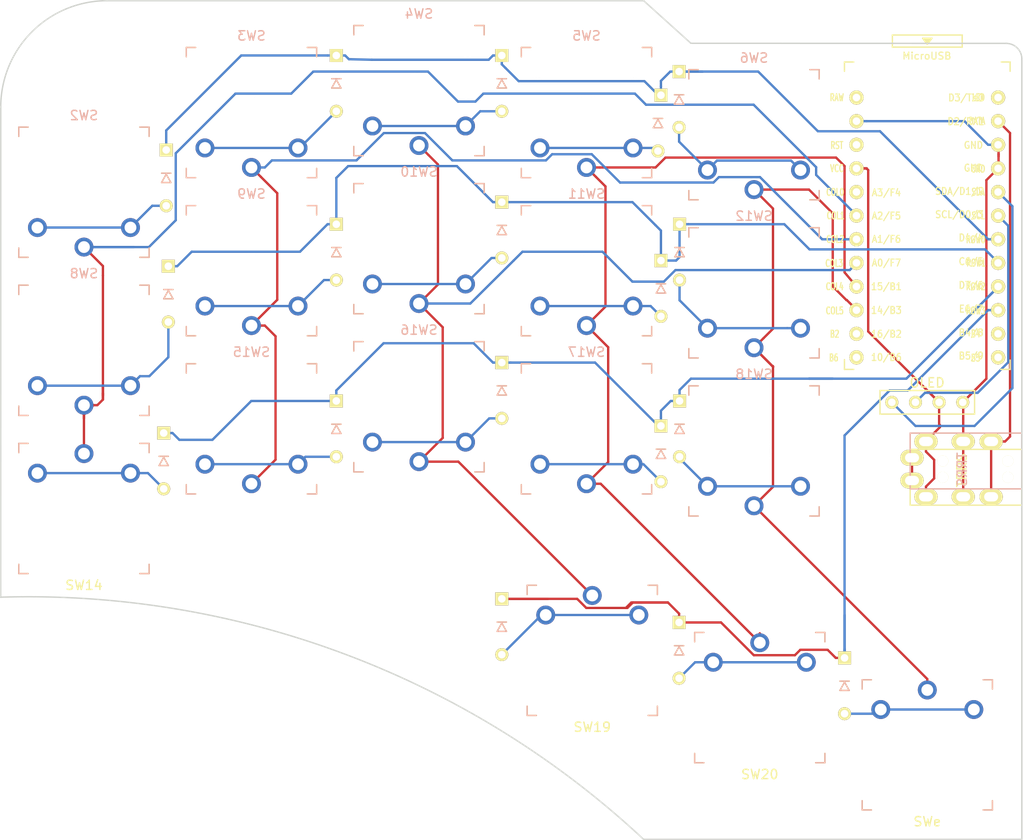
<source format=kicad_pcb>
(kicad_pcb (version 20171130) (host pcbnew "(5.1.5-0-10_14)")

  (general
    (thickness 1.6)
    (drawings 10)
    (tracks 314)
    (zones 0)
    (modules 39)
    (nets 42)
  )

  (page A4)
  (title_block
    (title "Corne Light")
    (date 2018-12-26)
    (rev 2.1)
    (company foostan)
  )

  (layers
    (0 F.Cu signal)
    (31 B.Cu signal)
    (32 B.Adhes user)
    (33 F.Adhes user)
    (34 B.Paste user hide)
    (35 F.Paste user)
    (36 B.SilkS user hide)
    (37 F.SilkS user hide)
    (38 B.Mask user hide)
    (39 F.Mask user)
    (40 Dwgs.User user)
    (41 Cmts.User user)
    (42 Eco1.User user)
    (43 Eco2.User user hide)
    (44 Edge.Cuts user)
    (45 Margin user)
    (46 B.CrtYd user)
    (47 F.CrtYd user)
    (48 B.Fab user hide)
    (49 F.Fab user)
  )

  (setup
    (last_trace_width 0.25)
    (user_trace_width 0.5)
    (trace_clearance 0.2)
    (zone_clearance 0.508)
    (zone_45_only no)
    (trace_min 0.2)
    (via_size 0.6)
    (via_drill 0.4)
    (via_min_size 0.4)
    (via_min_drill 0.3)
    (uvia_size 0.3)
    (uvia_drill 0.1)
    (uvias_allowed no)
    (uvia_min_size 0.2)
    (uvia_min_drill 0.1)
    (edge_width 0.15)
    (segment_width 0.15)
    (pcb_text_width 0.3)
    (pcb_text_size 1.5 1.5)
    (mod_edge_width 0.15)
    (mod_text_size 1 1)
    (mod_text_width 0.15)
    (pad_size 1.397 1.397)
    (pad_drill 0.8128)
    (pad_to_mask_clearance 0.2)
    (aux_axis_origin 145.73 12.66)
    (visible_elements FFFFEFFF)
    (pcbplotparams
      (layerselection 0x010f0_ffffffff)
      (usegerberextensions true)
      (usegerberattributes false)
      (usegerberadvancedattributes false)
      (creategerberjobfile false)
      (excludeedgelayer true)
      (linewidth 0.150000)
      (plotframeref false)
      (viasonmask false)
      (mode 1)
      (useauxorigin false)
      (hpglpennumber 1)
      (hpglpenspeed 20)
      (hpglpendiameter 15.000000)
      (psnegative false)
      (psa4output false)
      (plotreference true)
      (plotvalue true)
      (plotinvisibletext false)
      (padsonsilk false)
      (subtractmaskfromsilk false)
      (outputformat 1)
      (mirror false)
      (drillshape 0)
      (scaleselection 1)
      (outputdirectory "gerber/"))
  )

  (net 0 "")
  (net 1 row0)
  (net 2 row1)
  (net 3 "Net-(D2-Pad2)")
  (net 4 row2)
  (net 5 "Net-(D3-Pad2)")
  (net 6 row3)
  (net 7 "Net-(D4-Pad2)")
  (net 8 "Net-(D5-Pad2)")
  (net 9 "Net-(D6-Pad2)")
  (net 10 "Net-(D8-Pad2)")
  (net 11 "Net-(D9-Pad2)")
  (net 12 "Net-(D10-Pad2)")
  (net 13 "Net-(D11-Pad2)")
  (net 14 "Net-(D12-Pad2)")
  (net 15 "Net-(D14-Pad2)")
  (net 16 "Net-(D15-Pad2)")
  (net 17 "Net-(D16-Pad2)")
  (net 18 "Net-(D17-Pad2)")
  (net 19 "Net-(D18-Pad2)")
  (net 20 "Net-(D19-Pad2)")
  (net 21 "Net-(D20-Pad2)")
  (net 22 "Net-(D21-Pad2)")
  (net 23 GND)
  (net 24 VCC)
  (net 25 col0)
  (net 26 col1)
  (net 27 col2)
  (net 28 col3)
  (net 29 col4)
  (net 30 col5)
  (net 31 LED)
  (net 32 data)
  (net 33 reset)
  (net 34 SCL)
  (net 35 SDA)
  (net 36 "Net-(U1-Pad14)")
  (net 37 "Net-(U1-Pad13)")
  (net 38 "Net-(U1-Pad12)")
  (net 39 "Net-(U1-Pad11)")
  (net 40 "Net-(J1-PadA)")
  (net 41 "Net-(U1-Pad24)")

  (net_class Default "これは標準のネット クラスです。"
    (clearance 0.2)
    (trace_width 0.25)
    (via_dia 0.6)
    (via_drill 0.4)
    (uvia_dia 0.3)
    (uvia_drill 0.1)
    (add_net GND)
    (add_net LED)
    (add_net "Net-(D10-Pad2)")
    (add_net "Net-(D11-Pad2)")
    (add_net "Net-(D12-Pad2)")
    (add_net "Net-(D14-Pad2)")
    (add_net "Net-(D15-Pad2)")
    (add_net "Net-(D16-Pad2)")
    (add_net "Net-(D17-Pad2)")
    (add_net "Net-(D18-Pad2)")
    (add_net "Net-(D19-Pad2)")
    (add_net "Net-(D2-Pad2)")
    (add_net "Net-(D20-Pad2)")
    (add_net "Net-(D21-Pad2)")
    (add_net "Net-(D3-Pad2)")
    (add_net "Net-(D4-Pad2)")
    (add_net "Net-(D5-Pad2)")
    (add_net "Net-(D6-Pad2)")
    (add_net "Net-(D8-Pad2)")
    (add_net "Net-(D9-Pad2)")
    (add_net "Net-(J1-PadA)")
    (add_net "Net-(U1-Pad11)")
    (add_net "Net-(U1-Pad12)")
    (add_net "Net-(U1-Pad13)")
    (add_net "Net-(U1-Pad14)")
    (add_net "Net-(U1-Pad24)")
    (add_net SCL)
    (add_net SDA)
    (add_net VCC)
    (add_net col0)
    (add_net col1)
    (add_net col2)
    (add_net col3)
    (add_net col4)
    (add_net col5)
    (add_net data)
    (add_net reset)
    (add_net row0)
    (add_net row1)
    (add_net row2)
    (add_net row3)
  )

  (module "Choc Footprints:SW_PG1350_reversible" (layer B.Cu) (tedit 5DD501D8) (tstamp 5C238836)
    (at 116.62 91.44)
    (descr "Kailh \"Choc\" PG1350 keyswitch, able to be mounted on front or back of PCB")
    (tags kailh,choc)
    (path /5A5E37A4)
    (fp_text reference SW20 (at 4.600001 -6) (layer Dwgs.User) hide
      (effects (font (size 1 1) (thickness 0.15)))
    )
    (fp_text value SW_PUSH (at -0.5 -6) (layer Dwgs.User) hide
      (effects (font (size 1 1) (thickness 0.15)))
    )
    (fp_text user %R (at 0 0) (layer B.Fab)
      (effects (font (size 1 1) (thickness 0.15)) (justify mirror))
    )
    (fp_text user %R (at 0 0) (layer B.Fab)
      (effects (font (size 1 1) (thickness 0.15)) (justify mirror))
    )
    (fp_line (start -7.5 -7.5) (end -7.5 7.5) (layer B.Fab) (width 0.15))
    (fp_line (start 7.5 7.5) (end 7.5 -7.5) (layer B.Fab) (width 0.15))
    (fp_line (start 7.5 -7.5) (end -7.5 -7.5) (layer B.Fab) (width 0.15))
    (fp_line (start -7.5 7.5) (end 7.5 7.5) (layer B.Fab) (width 0.15))
    (fp_text user %V (at 0 -8.255) (layer F.Fab)
      (effects (font (size 1 1) (thickness 0.15)))
    )
    (fp_text user %R (at 0 8.255) (layer F.SilkS)
      (effects (font (size 1 1) (thickness 0.15)))
    )
    (fp_line (start -7.5 -7.5) (end -7.5 7.5) (layer F.Fab) (width 0.15))
    (fp_line (start 7.5 -7.5) (end -7.5 -7.5) (layer F.Fab) (width 0.15))
    (fp_line (start 7.5 7.5) (end 7.5 -7.5) (layer F.Fab) (width 0.15))
    (fp_line (start -7.5 7.5) (end 7.5 7.5) (layer F.Fab) (width 0.15))
    (fp_line (start -6.9 -6.9) (end -6.9 6.9) (layer Eco2.User) (width 0.15))
    (fp_line (start 6.9 6.9) (end 6.9 -6.9) (layer Eco2.User) (width 0.15))
    (fp_line (start 6.9 6.9) (end -6.9 6.9) (layer Eco2.User) (width 0.15))
    (fp_line (start -6.9 -6.9) (end 6.9 -6.9) (layer Eco2.User) (width 0.15))
    (fp_line (start 7 7) (end 7 6) (layer F.SilkS) (width 0.15))
    (fp_line (start 6 7) (end 7 7) (layer F.SilkS) (width 0.15))
    (fp_line (start 7 -7) (end 6 -7) (layer F.SilkS) (width 0.15))
    (fp_line (start 7 -6) (end 7 -7) (layer F.SilkS) (width 0.15))
    (fp_line (start -7 -7) (end -7 -6) (layer F.SilkS) (width 0.15))
    (fp_line (start -6 -7) (end -7 -7) (layer F.SilkS) (width 0.15))
    (fp_line (start -7 7) (end -6 7) (layer F.SilkS) (width 0.15))
    (fp_line (start -7 6) (end -7 7) (layer F.SilkS) (width 0.15))
    (fp_line (start -2.6 3.1) (end -2.6 6.3) (layer Eco2.User) (width 0.15))
    (fp_line (start 2.6 6.3) (end -2.6 6.3) (layer Eco2.User) (width 0.15))
    (fp_line (start 2.6 3.1) (end 2.6 6.3) (layer Eco2.User) (width 0.15))
    (fp_line (start -2.6 3.1) (end 2.6 3.1) (layer Eco2.User) (width 0.15))
    (fp_line (start -7 7) (end -6 7) (layer B.SilkS) (width 0.15))
    (fp_line (start -7 6) (end -7 7) (layer B.SilkS) (width 0.15))
    (fp_line (start -7 -7) (end -7 -6) (layer B.SilkS) (width 0.15))
    (fp_line (start -6 -7) (end -7 -7) (layer B.SilkS) (width 0.15))
    (fp_line (start 7 -7) (end 6 -7) (layer B.SilkS) (width 0.15))
    (fp_line (start 7 -6) (end 7 -7) (layer B.SilkS) (width 0.15))
    (fp_line (start 7 7) (end 7 6) (layer B.SilkS) (width 0.15))
    (fp_line (start 6 7) (end 7 7) (layer B.SilkS) (width 0.15))
    (pad "" np_thru_hole circle (at -5.5 0) (size 1.7018 1.7018) (drill 1.7018) (layers *.Cu *.Mask))
    (pad "" np_thru_hole circle (at 5.5 0) (size 1.7018 1.7018) (drill 1.7018) (layers *.Cu *.Mask))
    (pad "" np_thru_hole circle (at 5.22 4.2) (size 0.9906 0.9906) (drill 0.9906) (layers *.Cu *.Mask))
    (pad 1 thru_hole circle (at 0 -5.9) (size 2.032 2.032) (drill 1.27) (layers *.Cu *.Mask)
      (net 29 col4))
    (pad 2 thru_hole circle (at -5 -3.8) (size 2.032 2.032) (drill 1.27) (layers *.Cu *.Mask)
      (net 21 "Net-(D20-Pad2)"))
    (pad "" np_thru_hole circle (at 0 0) (size 3.429 3.429) (drill 3.429) (layers *.Cu *.Mask))
    (pad 2 thru_hole circle (at 5 -3.8) (size 2.032 2.032) (drill 1.27) (layers *.Cu *.Mask)
      (net 21 "Net-(D20-Pad2)"))
    (pad "" np_thru_hole circle (at -5.22 4.2) (size 0.9906 0.9906) (drill 0.9906) (layers *.Cu *.Mask))
  )

  (module "Choc Footprints:SW_PG1350_reversible" (layer F.Cu) (tedit 5DD501D8) (tstamp 5C23880A)
    (at 116 64.92)
    (descr "Kailh \"Choc\" PG1350 keyswitch, able to be mounted on front or back of PCB")
    (tags kailh,choc)
    (path /5A5E35D5)
    (fp_text reference SW18 (at 4.6 6 180) (layer Dwgs.User) hide
      (effects (font (size 1 1) (thickness 0.15)))
    )
    (fp_text value SW_PUSH (at -0.5 6 180) (layer Dwgs.User) hide
      (effects (font (size 1 1) (thickness 0.15)))
    )
    (fp_text user %R (at 0 0) (layer F.Fab)
      (effects (font (size 1 1) (thickness 0.15)))
    )
    (fp_text user %R (at 0 0) (layer F.Fab)
      (effects (font (size 1 1) (thickness 0.15)))
    )
    (fp_line (start -7.5 7.5) (end -7.5 -7.5) (layer F.Fab) (width 0.15))
    (fp_line (start 7.5 -7.5) (end 7.5 7.5) (layer F.Fab) (width 0.15))
    (fp_line (start 7.5 7.5) (end -7.5 7.5) (layer F.Fab) (width 0.15))
    (fp_line (start -7.5 -7.5) (end 7.5 -7.5) (layer F.Fab) (width 0.15))
    (fp_text user %V (at 0 8.255) (layer B.Fab)
      (effects (font (size 1 1) (thickness 0.15)) (justify mirror))
    )
    (fp_text user %R (at 0 -8.255) (layer B.SilkS)
      (effects (font (size 1 1) (thickness 0.15)) (justify mirror))
    )
    (fp_line (start -7.5 7.5) (end -7.5 -7.5) (layer B.Fab) (width 0.15))
    (fp_line (start 7.5 7.5) (end -7.5 7.5) (layer B.Fab) (width 0.15))
    (fp_line (start 7.5 -7.5) (end 7.5 7.5) (layer B.Fab) (width 0.15))
    (fp_line (start -7.5 -7.5) (end 7.5 -7.5) (layer B.Fab) (width 0.15))
    (fp_line (start -6.9 6.9) (end -6.9 -6.9) (layer Eco2.User) (width 0.15))
    (fp_line (start 6.9 -6.9) (end 6.9 6.9) (layer Eco2.User) (width 0.15))
    (fp_line (start 6.9 -6.9) (end -6.9 -6.9) (layer Eco2.User) (width 0.15))
    (fp_line (start -6.9 6.9) (end 6.9 6.9) (layer Eco2.User) (width 0.15))
    (fp_line (start 7 -7) (end 7 -6) (layer B.SilkS) (width 0.15))
    (fp_line (start 6 -7) (end 7 -7) (layer B.SilkS) (width 0.15))
    (fp_line (start 7 7) (end 6 7) (layer B.SilkS) (width 0.15))
    (fp_line (start 7 6) (end 7 7) (layer B.SilkS) (width 0.15))
    (fp_line (start -7 7) (end -7 6) (layer B.SilkS) (width 0.15))
    (fp_line (start -6 7) (end -7 7) (layer B.SilkS) (width 0.15))
    (fp_line (start -7 -7) (end -6 -7) (layer B.SilkS) (width 0.15))
    (fp_line (start -7 -6) (end -7 -7) (layer B.SilkS) (width 0.15))
    (fp_line (start -2.6 -3.1) (end -2.6 -6.3) (layer Eco2.User) (width 0.15))
    (fp_line (start 2.6 -6.3) (end -2.6 -6.3) (layer Eco2.User) (width 0.15))
    (fp_line (start 2.6 -3.1) (end 2.6 -6.3) (layer Eco2.User) (width 0.15))
    (fp_line (start -2.6 -3.1) (end 2.6 -3.1) (layer Eco2.User) (width 0.15))
    (fp_line (start -7 -7) (end -6 -7) (layer F.SilkS) (width 0.15))
    (fp_line (start -7 -6) (end -7 -7) (layer F.SilkS) (width 0.15))
    (fp_line (start -7 7) (end -7 6) (layer F.SilkS) (width 0.15))
    (fp_line (start -6 7) (end -7 7) (layer F.SilkS) (width 0.15))
    (fp_line (start 7 7) (end 6 7) (layer F.SilkS) (width 0.15))
    (fp_line (start 7 6) (end 7 7) (layer F.SilkS) (width 0.15))
    (fp_line (start 7 -7) (end 7 -6) (layer F.SilkS) (width 0.15))
    (fp_line (start 6 -7) (end 7 -7) (layer F.SilkS) (width 0.15))
    (pad "" np_thru_hole circle (at -5.5 0) (size 1.7018 1.7018) (drill 1.7018) (layers *.Cu *.Mask))
    (pad "" np_thru_hole circle (at 5.5 0) (size 1.7018 1.7018) (drill 1.7018) (layers *.Cu *.Mask))
    (pad "" np_thru_hole circle (at 5.22 -4.2) (size 0.9906 0.9906) (drill 0.9906) (layers *.Cu *.Mask))
    (pad 1 thru_hole circle (at 0 5.9) (size 2.032 2.032) (drill 1.27) (layers *.Cu *.Mask)
      (net 30 col5))
    (pad 2 thru_hole circle (at -5 3.8) (size 2.032 2.032) (drill 1.27) (layers *.Cu *.Mask)
      (net 19 "Net-(D18-Pad2)"))
    (pad "" np_thru_hole circle (at 0 0) (size 3.429 3.429) (drill 3.429) (layers *.Cu *.Mask))
    (pad 2 thru_hole circle (at 5 3.8) (size 2.032 2.032) (drill 1.27) (layers *.Cu *.Mask)
      (net 19 "Net-(D18-Pad2)"))
    (pad "" np_thru_hole circle (at -5.22 -4.2) (size 0.9906 0.9906) (drill 0.9906) (layers *.Cu *.Mask))
  )

  (module kbd:D3_TH (layer F.Cu) (tedit 5E860F4D) (tstamp 5C238634)
    (at 108 62.545 270)
    (descr "Resitance 3 pas")
    (tags R)
    (path /5A5E35ED)
    (autoplace_cost180 10)
    (fp_text reference D18 (at -0.315 0.05 270) (layer F.Fab) hide
      (effects (font (size 0.5 0.5) (thickness 0.125)))
    )
    (fp_text value D (at -0.55 0 270) (layer F.Fab) hide
      (effects (font (size 0.5 0.5) (thickness 0.125)))
    )
    (fp_line (start -0.5 -0.5) (end -0.5 0.5) (layer F.SilkS) (width 0.15))
    (fp_line (start 0.5 0.5) (end -0.4 0) (layer F.SilkS) (width 0.15))
    (fp_line (start 0.5 -0.5) (end 0.5 0.5) (layer F.SilkS) (width 0.15))
    (fp_line (start -0.4 0) (end 0.5 -0.5) (layer F.SilkS) (width 0.15))
    (fp_line (start -0.5 -0.5) (end -0.5 0.5) (layer B.SilkS) (width 0.15))
    (fp_line (start 0.5 0.5) (end -0.4 0) (layer B.SilkS) (width 0.15))
    (fp_line (start 0.5 -0.5) (end 0.5 0.5) (layer B.SilkS) (width 0.15))
    (fp_line (start -0.4 0) (end 0.5 -0.5) (layer B.SilkS) (width 0.15))
    (pad 2 thru_hole circle (at 3 0 270) (size 1.397 1.397) (drill 0.8128) (layers *.Cu *.Mask F.SilkS)
      (net 19 "Net-(D18-Pad2)"))
    (pad 1 thru_hole rect (at -3 0 270) (size 1.397 1.397) (drill 0.8128) (layers *.Cu *.Mask F.SilkS)
      (net 4 row2))
    (model Diodes_SMD.3dshapes/SMB_Handsoldering.wrl
      (at (xyz 0 0 0))
      (scale (xyz 0.22 0.15 0.15))
      (rotate (xyz 0 0 180))
    )
  )

  (module foostan:OLED_1side (layer F.Cu) (tedit 5E862E55) (tstamp 5E8684DB)
    (at 130.81 59.69)
    (descr "Connecteur 6 pins")
    (tags "CONN DEV")
    (path /5A91DA4B)
    (fp_text reference J2 (at 3.7 2.1 180) (layer F.Fab)
      (effects (font (size 0.8128 0.8128) (thickness 0.15)))
    )
    (fp_text value OLED (at 3.6 3.3) (layer F.SilkS) hide
      (effects (font (size 0.8128 0.8128) (thickness 0.15)))
    )
    (fp_text user OLED (at 3.8 -2.1) (layer F.SilkS)
      (effects (font (size 1 1) (thickness 0.15)))
    )
    (fp_line (start -1.27 1.27) (end -1.27 -1.27) (layer F.SilkS) (width 0.15))
    (fp_line (start 8.89 -1.27) (end 8.89 1.27) (layer F.SilkS) (width 0.15))
    (fp_line (start -1.27 -1.27) (end 8.89 -1.27) (layer F.SilkS) (width 0.15))
    (fp_line (start -1.27 1.27) (end 8.89 1.27) (layer F.SilkS) (width 0.15))
    (pad 4 thru_hole circle (at 7.62 0) (size 1.397 1.397) (drill 0.8128) (layers *.Cu *.Mask F.SilkS)
      (net 23 GND))
    (pad 3 thru_hole circle (at 5.08 0) (size 1.397 1.397) (drill 0.8128) (layers *.Cu *.Mask F.SilkS)
      (net 24 VCC))
    (pad 2 thru_hole circle (at 2.54 0) (size 1.397 1.397) (drill 0.8128) (layers *.Cu *.Mask F.SilkS)
      (net 34 SCL))
    (pad 1 thru_hole circle (at 0 0) (size 1.397 1.397) (drill 0.8128) (layers *.Cu *.Mask F.SilkS)
      (net 35 SDA))
  )

  (module "Choc Footprints:SW_PG1350_reversible" (layer B.Cu) (tedit 5DD501D8) (tstamp 5C238820)
    (at 98.62 86.36)
    (descr "Kailh \"Choc\" PG1350 keyswitch, able to be mounted on front or back of PCB")
    (tags kailh,choc)
    (path /5A5E37EC)
    (fp_text reference SW19 (at 4.6 -6 180) (layer Dwgs.User) hide
      (effects (font (size 1 1) (thickness 0.15)))
    )
    (fp_text value SW_PUSH (at -0.5 -6 180) (layer Dwgs.User) hide
      (effects (font (size 1 1) (thickness 0.15)))
    )
    (fp_text user %R (at 0 0) (layer B.Fab)
      (effects (font (size 1 1) (thickness 0.15)) (justify mirror))
    )
    (fp_text user %R (at 0 0) (layer B.Fab)
      (effects (font (size 1 1) (thickness 0.15)) (justify mirror))
    )
    (fp_line (start -7.5 -7.5) (end -7.5 7.5) (layer B.Fab) (width 0.15))
    (fp_line (start 7.5 7.5) (end 7.5 -7.5) (layer B.Fab) (width 0.15))
    (fp_line (start 7.5 -7.5) (end -7.5 -7.5) (layer B.Fab) (width 0.15))
    (fp_line (start -7.5 7.5) (end 7.5 7.5) (layer B.Fab) (width 0.15))
    (fp_text user %V (at 0 -8.255) (layer F.Fab)
      (effects (font (size 1 1) (thickness 0.15)))
    )
    (fp_text user %R (at 0 8.255) (layer F.SilkS)
      (effects (font (size 1 1) (thickness 0.15)))
    )
    (fp_line (start -7.5 -7.5) (end -7.5 7.5) (layer F.Fab) (width 0.15))
    (fp_line (start 7.5 -7.5) (end -7.5 -7.5) (layer F.Fab) (width 0.15))
    (fp_line (start 7.5 7.5) (end 7.5 -7.5) (layer F.Fab) (width 0.15))
    (fp_line (start -7.5 7.5) (end 7.5 7.5) (layer F.Fab) (width 0.15))
    (fp_line (start -6.9 -6.9) (end -6.9 6.9) (layer Eco2.User) (width 0.15))
    (fp_line (start 6.9 6.9) (end 6.9 -6.9) (layer Eco2.User) (width 0.15))
    (fp_line (start 6.9 6.9) (end -6.9 6.9) (layer Eco2.User) (width 0.15))
    (fp_line (start -6.9 -6.9) (end 6.9 -6.9) (layer Eco2.User) (width 0.15))
    (fp_line (start 7 7) (end 7 6) (layer F.SilkS) (width 0.15))
    (fp_line (start 6 7) (end 7 7) (layer F.SilkS) (width 0.15))
    (fp_line (start 7 -7) (end 6 -7) (layer F.SilkS) (width 0.15))
    (fp_line (start 7 -6) (end 7 -7) (layer F.SilkS) (width 0.15))
    (fp_line (start -7 -7) (end -7 -6) (layer F.SilkS) (width 0.15))
    (fp_line (start -6 -7) (end -7 -7) (layer F.SilkS) (width 0.15))
    (fp_line (start -7 7) (end -6 7) (layer F.SilkS) (width 0.15))
    (fp_line (start -7 6) (end -7 7) (layer F.SilkS) (width 0.15))
    (fp_line (start -2.6 3.1) (end -2.6 6.3) (layer Eco2.User) (width 0.15))
    (fp_line (start 2.6 6.3) (end -2.6 6.3) (layer Eco2.User) (width 0.15))
    (fp_line (start 2.6 3.1) (end 2.6 6.3) (layer Eco2.User) (width 0.15))
    (fp_line (start -2.6 3.1) (end 2.6 3.1) (layer Eco2.User) (width 0.15))
    (fp_line (start -7 7) (end -6 7) (layer B.SilkS) (width 0.15))
    (fp_line (start -7 6) (end -7 7) (layer B.SilkS) (width 0.15))
    (fp_line (start -7 -7) (end -7 -6) (layer B.SilkS) (width 0.15))
    (fp_line (start -6 -7) (end -7 -7) (layer B.SilkS) (width 0.15))
    (fp_line (start 7 -7) (end 6 -7) (layer B.SilkS) (width 0.15))
    (fp_line (start 7 -6) (end 7 -7) (layer B.SilkS) (width 0.15))
    (fp_line (start 7 7) (end 7 6) (layer B.SilkS) (width 0.15))
    (fp_line (start 6 7) (end 7 7) (layer B.SilkS) (width 0.15))
    (pad "" np_thru_hole circle (at -5.5 0) (size 1.7018 1.7018) (drill 1.7018) (layers *.Cu *.Mask))
    (pad "" np_thru_hole circle (at 5.5 0) (size 1.7018 1.7018) (drill 1.7018) (layers *.Cu *.Mask))
    (pad "" np_thru_hole circle (at 5.22 4.2) (size 0.9906 0.9906) (drill 0.9906) (layers *.Cu *.Mask))
    (pad 1 thru_hole circle (at 0 -5.9) (size 2.032 2.032) (drill 1.27) (layers *.Cu *.Mask)
      (net 28 col3))
    (pad 2 thru_hole circle (at -5 -3.8) (size 2.032 2.032) (drill 1.27) (layers *.Cu *.Mask)
      (net 20 "Net-(D19-Pad2)"))
    (pad "" np_thru_hole circle (at 0 0) (size 3.429 3.429) (drill 3.429) (layers *.Cu *.Mask))
    (pad 2 thru_hole circle (at 5 -3.8) (size 2.032 2.032) (drill 1.27) (layers *.Cu *.Mask)
      (net 20 "Net-(D19-Pad2)"))
    (pad "" np_thru_hole circle (at -5.22 4.2) (size 0.9906 0.9906) (drill 0.9906) (layers *.Cu *.Mask))
  )

  (module "Choc Footprints:SW_PG1350_reversible" (layer B.Cu) (tedit 5DD501D8) (tstamp 5C23884C)
    (at 134.62 96.52)
    (descr "Kailh \"Choc\" PG1350 keyswitch, able to be mounted on front or back of PCB")
    (tags kailh,choc)
    (path /5A5E37B0)
    (fp_text reference SWe (at 4.6 -6 180) (layer Dwgs.User) hide
      (effects (font (size 1 1) (thickness 0.15)))
    )
    (fp_text value SW_PUSH (at -0.5 -6 180) (layer Dwgs.User) hide
      (effects (font (size 1 1) (thickness 0.15)))
    )
    (fp_line (start 6 7) (end 7 7) (layer B.SilkS) (width 0.15))
    (fp_line (start 7 7) (end 7 6) (layer B.SilkS) (width 0.15))
    (fp_line (start 7 -6) (end 7 -7) (layer B.SilkS) (width 0.15))
    (fp_line (start 7 -7) (end 6 -7) (layer B.SilkS) (width 0.15))
    (fp_line (start -6 -7) (end -7 -7) (layer B.SilkS) (width 0.15))
    (fp_line (start -7 -7) (end -7 -6) (layer B.SilkS) (width 0.15))
    (fp_line (start -7 6) (end -7 7) (layer B.SilkS) (width 0.15))
    (fp_line (start -7 7) (end -6 7) (layer B.SilkS) (width 0.15))
    (fp_line (start -2.6 3.1) (end 2.6 3.1) (layer Eco2.User) (width 0.15))
    (fp_line (start 2.6 3.1) (end 2.6 6.3) (layer Eco2.User) (width 0.15))
    (fp_line (start 2.6 6.3) (end -2.6 6.3) (layer Eco2.User) (width 0.15))
    (fp_line (start -2.6 3.1) (end -2.6 6.3) (layer Eco2.User) (width 0.15))
    (fp_line (start -7 6) (end -7 7) (layer F.SilkS) (width 0.15))
    (fp_line (start -7 7) (end -6 7) (layer F.SilkS) (width 0.15))
    (fp_line (start -6 -7) (end -7 -7) (layer F.SilkS) (width 0.15))
    (fp_line (start -7 -7) (end -7 -6) (layer F.SilkS) (width 0.15))
    (fp_line (start 7 -6) (end 7 -7) (layer F.SilkS) (width 0.15))
    (fp_line (start 7 -7) (end 6 -7) (layer F.SilkS) (width 0.15))
    (fp_line (start 6 7) (end 7 7) (layer F.SilkS) (width 0.15))
    (fp_line (start 7 7) (end 7 6) (layer F.SilkS) (width 0.15))
    (fp_line (start -6.9 -6.9) (end 6.9 -6.9) (layer Eco2.User) (width 0.15))
    (fp_line (start 6.9 6.9) (end -6.9 6.9) (layer Eco2.User) (width 0.15))
    (fp_line (start 6.9 6.9) (end 6.9 -6.9) (layer Eco2.User) (width 0.15))
    (fp_line (start -6.9 -6.9) (end -6.9 6.9) (layer Eco2.User) (width 0.15))
    (fp_line (start -7.5 7.5) (end 7.5 7.5) (layer F.Fab) (width 0.15))
    (fp_line (start 7.5 7.5) (end 7.5 -7.5) (layer F.Fab) (width 0.15))
    (fp_line (start 7.5 -7.5) (end -7.5 -7.5) (layer F.Fab) (width 0.15))
    (fp_line (start -7.5 -7.5) (end -7.5 7.5) (layer F.Fab) (width 0.15))
    (fp_text user %R (at 0 8.255) (layer F.SilkS)
      (effects (font (size 1 1) (thickness 0.15)))
    )
    (fp_text user %V (at 0 -8.255) (layer F.Fab)
      (effects (font (size 1 1) (thickness 0.15)))
    )
    (fp_line (start -7.5 7.5) (end 7.5 7.5) (layer B.Fab) (width 0.15))
    (fp_line (start 7.5 -7.5) (end -7.5 -7.5) (layer B.Fab) (width 0.15))
    (fp_line (start 7.5 7.5) (end 7.5 -7.5) (layer B.Fab) (width 0.15))
    (fp_line (start -7.5 -7.5) (end -7.5 7.5) (layer B.Fab) (width 0.15))
    (fp_text user %R (at 0 0) (layer B.Fab)
      (effects (font (size 1 1) (thickness 0.15)) (justify mirror))
    )
    (fp_text user %R (at 0 0) (layer F.Fab)
      (effects (font (size 1 1) (thickness 0.15)))
    )
    (pad "" np_thru_hole circle (at -5.22 4.2) (size 0.9906 0.9906) (drill 0.9906) (layers *.Cu *.Mask))
    (pad 2 thru_hole circle (at 5 -3.8) (size 2.032 2.032) (drill 1.27) (layers *.Cu *.Mask)
      (net 22 "Net-(D21-Pad2)"))
    (pad "" np_thru_hole circle (at 0 0) (size 3.429 3.429) (drill 3.429) (layers *.Cu *.Mask))
    (pad 2 thru_hole circle (at -5 -3.8) (size 2.032 2.032) (drill 1.27) (layers *.Cu *.Mask)
      (net 22 "Net-(D21-Pad2)"))
    (pad 1 thru_hole circle (at 0 -5.9) (size 2.032 2.032) (drill 1.27) (layers *.Cu *.Mask)
      (net 30 col5))
    (pad "" np_thru_hole circle (at 5.22 4.2) (size 0.9906 0.9906) (drill 0.9906) (layers *.Cu *.Mask))
    (pad "" np_thru_hole circle (at 5.5 0) (size 1.7018 1.7018) (drill 1.7018) (layers *.Cu *.Mask))
    (pad "" np_thru_hole circle (at -5.5 0) (size 1.7018 1.7018) (drill 1.7018) (layers *.Cu *.Mask))
  )

  (module kbd:ProMicro_v3 (layer F.Cu) (tedit 5E3AA86E) (tstamp 5C238F3C)
    (at 134.62 41.4)
    (path /5A5E14C2)
    (fp_text reference U1 (at -0.1 -0.05 270) (layer F.SilkS) hide
      (effects (font (size 1 1) (thickness 0.15)))
    )
    (fp_text value ProMicro (at -0.45 -17) (layer F.Fab) hide
      (effects (font (size 1 1) (thickness 0.15)))
    )
    (fp_line (start 8.9 14.75) (end 7.89 14.75) (layer F.SilkS) (width 0.15))
    (fp_line (start -8.9 14.75) (end -7.9 14.75) (layer F.SilkS) (width 0.15))
    (fp_line (start 8.9 13.75) (end 8.9 14.75) (layer F.SilkS) (width 0.15))
    (fp_line (start -8.9 13.7) (end -8.9 14.75) (layer F.SilkS) (width 0.15))
    (fp_line (start 8.9 -18.3) (end 7.95 -18.3) (layer F.SilkS) (width 0.15))
    (fp_line (start -8.9 -18.3) (end -7.9 -18.3) (layer F.SilkS) (width 0.15))
    (fp_line (start 8.9 -18.3) (end 8.9 -17.3) (layer F.SilkS) (width 0.15))
    (fp_line (start -8.9 -18.3) (end -8.9 -17.3) (layer F.SilkS) (width 0.15))
    (fp_text user "" (at -1.2065 -16.256) (layer B.SilkS)
      (effects (font (size 1 1) (thickness 0.15)) (justify mirror))
    )
    (fp_text user "" (at -0.545 -17.4) (layer F.SilkS)
      (effects (font (size 1 1) (thickness 0.15)))
    )
    (fp_line (start -8.9 14.75) (end -8.9 -18.3) (layer F.Fab) (width 0.15))
    (fp_line (start 8.9 14.75) (end -8.9 14.75) (layer F.Fab) (width 0.15))
    (fp_line (start 8.9 -18.3) (end 8.9 14.75) (layer F.Fab) (width 0.15))
    (fp_line (start -8.9 -18.3) (end -3.75 -18.3) (layer F.Fab) (width 0.15))
    (fp_text user RAW (at -9.7155 -14.478 unlocked) (layer F.SilkS)
      (effects (font (size 0.75 0.5) (thickness 0.125)))
    )
    (fp_text user GND (at 5.461 -6.7945 unlocked) (layer F.SilkS)
      (effects (font (size 0.75 0.5) (thickness 0.125)))
    )
    (fp_text user RST (at -9.7155 -9.3345 unlocked) (layer F.SilkS)
      (effects (font (size 0.75 0.5) (thickness 0.125)))
    )
    (fp_text user VCC (at -9.7155 -6.858 unlocked) (layer F.SilkS)
      (effects (font (size 0.75 0.5) (thickness 0.125)))
    )
    (fp_text user A3/F4 (at -4.395 -4.25 unlocked) (layer F.SilkS)
      (effects (font (size 0.75 0.67) (thickness 0.125)))
    )
    (fp_text user A2/F5 (at -4.395 -1.75 unlocked) (layer F.SilkS)
      (effects (font (size 0.75 0.67) (thickness 0.125)))
    )
    (fp_text user A1/F6 (at -4.395 0.75 unlocked) (layer F.SilkS)
      (effects (font (size 0.75 0.67) (thickness 0.125)))
    )
    (fp_text user A0/F7 (at -4.395 3.3 unlocked) (layer F.SilkS)
      (effects (font (size 0.75 0.67) (thickness 0.125)))
    )
    (fp_text user 15/B1 (at -4.395 5.85 unlocked) (layer F.SilkS)
      (effects (font (size 0.75 0.67) (thickness 0.125)))
    )
    (fp_text user 14/B3 (at -4.395 8.4 unlocked) (layer F.SilkS)
      (effects (font (size 0.75 0.67) (thickness 0.125)))
    )
    (fp_text user 10/B6 (at -4.395 13.45 unlocked) (layer F.SilkS)
      (effects (font (size 0.75 0.67) (thickness 0.125)))
    )
    (fp_text user 16/B2 (at -4.395 10.95 unlocked) (layer F.SilkS)
      (effects (font (size 0.75 0.67) (thickness 0.125)))
    )
    (fp_text user E6/7 (at 4.705 8.25 unlocked) (layer F.SilkS)
      (effects (font (size 0.75 0.67) (thickness 0.125)))
    )
    (fp_text user D7/6 (at 4.705 5.7 unlocked) (layer F.SilkS)
      (effects (font (size 0.75 0.67) (thickness 0.125)))
    )
    (fp_text user GND (at 4.955 -9.35 unlocked) (layer F.SilkS)
      (effects (font (size 0.75 0.67) (thickness 0.125)))
    )
    (fp_text user GND (at 4.955 -6.9 unlocked) (layer F.SilkS)
      (effects (font (size 0.75 0.67) (thickness 0.125)))
    )
    (fp_text user D3/TX0 (at 4.155 -14.45 unlocked) (layer F.SilkS)
      (effects (font (size 0.75 0.67) (thickness 0.125)))
    )
    (fp_text user D4/4 (at 4.705 0.6 unlocked) (layer F.SilkS)
      (effects (font (size 0.75 0.67) (thickness 0.125)))
    )
    (fp_text user SDA/D1/2 (at 3.455 -4.4 unlocked) (layer F.SilkS)
      (effects (font (size 0.75 0.67) (thickness 0.125)))
    )
    (fp_text user SCL/D0/3 (at 3.455 -1.9 unlocked) (layer F.SilkS)
      (effects (font (size 0.75 0.67) (thickness 0.125)))
    )
    (fp_text user C6/5 (at 4.705 3.15 unlocked) (layer F.SilkS)
      (effects (font (size 0.75 0.67) (thickness 0.125)))
    )
    (fp_text user B5/9 (at 4.705 13.3 unlocked) (layer F.SilkS)
      (effects (font (size 0.75 0.67) (thickness 0.125)))
    )
    (fp_text user D2/RX1 (at 4.155 -11.9 unlocked) (layer F.SilkS)
      (effects (font (size 0.75 0.67) (thickness 0.125)))
    )
    (fp_text user B4/8 (at 4.705 10.8 unlocked) (layer F.SilkS)
      (effects (font (size 0.75 0.67) (thickness 0.125)))
    )
    (fp_line (start -3.75 -19.6) (end 3.75 -19.6) (layer F.Fab) (width 0.15))
    (fp_line (start 3.75 -19.6) (end 3.75 -18.3) (layer F.Fab) (width 0.15))
    (fp_line (start -3.75 -19.6) (end -3.75 -18.299039) (layer F.Fab) (width 0.15))
    (fp_line (start -3.75 -18.3) (end 3.75 -18.3) (layer F.Fab) (width 0.15))
    (fp_line (start 3.76 -18.3) (end 8.9 -18.3) (layer F.Fab) (width 0.15))
    (fp_line (start -3.75 -21.2) (end -3.75 -19.9) (layer F.SilkS) (width 0.15))
    (fp_line (start -3.75 -19.9) (end 3.75 -19.9) (layer F.SilkS) (width 0.15))
    (fp_line (start 3.75 -19.9) (end 3.75 -21.2) (layer F.SilkS) (width 0.15))
    (fp_line (start 3.75 -21.2) (end -3.75 -21.2) (layer F.SilkS) (width 0.15))
    (fp_line (start -0.5 -20.85) (end 0.5 -20.85) (layer F.SilkS) (width 0.15))
    (fp_line (start 0.5 -20.85) (end 0 -20.2) (layer F.SilkS) (width 0.15))
    (fp_line (start 0 -20.2) (end -0.5 -20.85) (layer F.SilkS) (width 0.15))
    (fp_line (start -0.35 -20.7) (end 0.35 -20.7) (layer F.SilkS) (width 0.15))
    (fp_line (start -0.25 -20.55) (end 0.25 -20.55) (layer F.SilkS) (width 0.15))
    (fp_line (start -0.15 -20.4) (end 0.15 -20.4) (layer F.SilkS) (width 0.15))
    (fp_text user MicroUSB (at -0.05 -18.95) (layer F.SilkS)
      (effects (font (size 0.75 0.75) (thickness 0.12)))
    )
    (fp_text user LED (at 5.5 -14.478) (layer F.SilkS)
      (effects (font (size 0.75 0.5) (thickness 0.125)))
    )
    (fp_text user DATA (at 5.35 -11.95) (layer F.SilkS)
      (effects (font (size 0.75 0.5) (thickness 0.125)))
    )
    (fp_text user COL3 (at -10 3.35) (layer F.SilkS)
      (effects (font (size 0.75 0.5) (thickness 0.125)))
    )
    (fp_text user ROW0 (at 5.2 0.8) (layer F.SilkS)
      (effects (font (size 0.75 0.5) (thickness 0.125)))
    )
    (fp_text user COL2 (at -9.9 0.762) (layer F.SilkS)
      (effects (font (size 0.75 0.5) (thickness 0.125)))
    )
    (fp_text user SCL (at 5.461 -1.778) (layer F.SilkS)
      (effects (font (size 0.75 0.5) (thickness 0.125)))
    )
    (fp_text user COL1 (at -9.85 -1.778) (layer F.SilkS)
      (effects (font (size 0.75 0.5) (thickness 0.125)))
    )
    (fp_text user SDA (at 5.461 -4.318) (layer F.SilkS)
      (effects (font (size 0.75 0.5) (thickness 0.125)))
    )
    (fp_text user COL0 (at -9.9 -4.3) (layer F.SilkS)
      (effects (font (size 0.75 0.5) (thickness 0.125)))
    )
    (fp_text user B6 (at -10.05 13.5) (layer F.SilkS)
      (effects (font (size 0.75 0.5) (thickness 0.125)))
    )
    (fp_text user B5 (at 5.2 13.5255) (layer F.SilkS)
      (effects (font (size 0.75 0.5) (thickness 0.125)))
    )
    (fp_text user B4 (at 5.2 10.922) (layer F.SilkS)
      (effects (font (size 0.75 0.5) (thickness 0.125)))
    )
    (fp_text user B2 (at -9.95 10.95) (layer F.SilkS)
      (effects (font (size 0.75 0.5) (thickness 0.125)))
    )
    (fp_text user ROW3 (at 5.2 8.4455) (layer F.SilkS)
      (effects (font (size 0.75 0.5) (thickness 0.125)))
    )
    (fp_text user COL5 (at -9.95 8.4455) (layer F.SilkS)
      (effects (font (size 0.75 0.5) (thickness 0.125)))
    )
    (fp_text user ROW2 (at 5.2 5.85) (layer F.SilkS)
      (effects (font (size 0.75 0.5) (thickness 0.125)))
    )
    (fp_text user COL4 (at -9.95 5.85) (layer F.SilkS)
      (effects (font (size 0.75 0.5) (thickness 0.125)))
    )
    (fp_text user ROW1 (at 5.25 3.302) (layer F.SilkS)
      (effects (font (size 0.75 0.5) (thickness 0.125)))
    )
    (pad 24 thru_hole circle (at -7.6086 -14.478) (size 1.524 1.524) (drill 0.8128) (layers *.Cu *.Mask F.SilkS)
      (net 41 "Net-(U1-Pad24)"))
    (pad 23 thru_hole circle (at -7.6086 -11.938) (size 1.524 1.524) (drill 0.8128) (layers *.Cu *.Mask F.SilkS)
      (net 23 GND))
    (pad 22 thru_hole circle (at -7.6086 -9.398) (size 1.524 1.524) (drill 0.8128) (layers *.Cu *.Mask F.SilkS)
      (net 33 reset))
    (pad 21 thru_hole circle (at -7.6086 -6.858) (size 1.524 1.524) (drill 0.8128) (layers *.Cu *.Mask F.SilkS)
      (net 24 VCC))
    (pad 20 thru_hole circle (at -7.6086 -4.318) (size 1.524 1.524) (drill 0.8128) (layers *.Cu *.Mask F.SilkS)
      (net 25 col0))
    (pad 19 thru_hole circle (at -7.6086 -1.778) (size 1.524 1.524) (drill 0.8128) (layers *.Cu *.Mask F.SilkS)
      (net 26 col1))
    (pad 18 thru_hole circle (at -7.6086 0.762) (size 1.524 1.524) (drill 0.8128) (layers *.Cu *.Mask F.SilkS)
      (net 27 col2))
    (pad 17 thru_hole circle (at -7.6086 3.302) (size 1.524 1.524) (drill 0.8128) (layers *.Cu *.Mask F.SilkS)
      (net 28 col3))
    (pad 16 thru_hole circle (at -7.6086 5.842) (size 1.524 1.524) (drill 0.8128) (layers *.Cu *.Mask F.SilkS)
      (net 29 col4))
    (pad 15 thru_hole circle (at -7.6086 8.382) (size 1.524 1.524) (drill 0.8128) (layers *.Cu *.Mask F.SilkS)
      (net 30 col5))
    (pad 14 thru_hole circle (at -7.6086 10.922) (size 1.524 1.524) (drill 0.8128) (layers *.Cu *.Mask F.SilkS)
      (net 36 "Net-(U1-Pad14)"))
    (pad 13 thru_hole circle (at -7.6086 13.462) (size 1.524 1.524) (drill 0.8128) (layers *.Cu *.Mask F.SilkS)
      (net 37 "Net-(U1-Pad13)"))
    (pad 12 thru_hole circle (at 7.6114 13.462) (size 1.524 1.524) (drill 0.8128) (layers *.Cu *.Mask F.SilkS)
      (net 38 "Net-(U1-Pad12)"))
    (pad 11 thru_hole circle (at 7.6114 10.922) (size 1.524 1.524) (drill 0.8128) (layers *.Cu *.Mask F.SilkS)
      (net 39 "Net-(U1-Pad11)"))
    (pad 10 thru_hole circle (at 7.6114 8.382) (size 1.524 1.524) (drill 0.8128) (layers *.Cu *.Mask F.SilkS)
      (net 6 row3))
    (pad 9 thru_hole circle (at 7.6114 5.842) (size 1.524 1.524) (drill 0.8128) (layers *.Cu *.Mask F.SilkS)
      (net 4 row2))
    (pad 8 thru_hole circle (at 7.6114 3.302) (size 1.524 1.524) (drill 0.8128) (layers *.Cu *.Mask F.SilkS)
      (net 2 row1))
    (pad 7 thru_hole circle (at 7.6114 0.762) (size 1.524 1.524) (drill 0.8128) (layers *.Cu *.Mask F.SilkS)
      (net 1 row0))
    (pad 6 thru_hole circle (at 7.6114 -1.778) (size 1.524 1.524) (drill 0.8128) (layers *.Cu *.Mask F.SilkS)
      (net 34 SCL))
    (pad 5 thru_hole circle (at 7.6114 -4.318) (size 1.524 1.524) (drill 0.8128) (layers *.Cu *.Mask F.SilkS)
      (net 35 SDA))
    (pad 4 thru_hole circle (at 7.6114 -6.858) (size 1.524 1.524) (drill 0.8128) (layers *.Cu *.Mask F.SilkS)
      (net 23 GND))
    (pad 3 thru_hole circle (at 7.6114 -9.398) (size 1.524 1.524) (drill 0.8128) (layers *.Cu *.Mask F.SilkS)
      (net 23 GND))
    (pad 2 thru_hole circle (at 7.6114 -11.938) (size 1.524 1.524) (drill 0.8128) (layers *.Cu *.Mask F.SilkS)
      (net 32 data))
    (pad 1 thru_hole circle (at 7.6114 -14.478) (size 1.524 1.524) (drill 0.8128) (layers *.Cu *.Mask F.SilkS)
      (net 31 LED))
  )

  (module "Choc Footprints:SW_PG1350_reversible" (layer F.Cu) (tedit 5DD501D8) (tstamp 5C2387F4)
    (at 98 62.545)
    (descr "Kailh \"Choc\" PG1350 keyswitch, able to be mounted on front or back of PCB")
    (tags kailh,choc)
    (path /5A5E35CF)
    (fp_text reference SW17 (at 4.6 6 180) (layer Dwgs.User) hide
      (effects (font (size 1 1) (thickness 0.15)))
    )
    (fp_text value SW_PUSH (at -0.5 6 180) (layer Dwgs.User) hide
      (effects (font (size 1 1) (thickness 0.15)))
    )
    (fp_text user %R (at 0 0) (layer F.Fab)
      (effects (font (size 1 1) (thickness 0.15)))
    )
    (fp_text user %R (at 0 0) (layer F.Fab)
      (effects (font (size 1 1) (thickness 0.15)))
    )
    (fp_line (start -7.5 7.5) (end -7.5 -7.5) (layer F.Fab) (width 0.15))
    (fp_line (start 7.5 -7.5) (end 7.5 7.5) (layer F.Fab) (width 0.15))
    (fp_line (start 7.5 7.5) (end -7.5 7.5) (layer F.Fab) (width 0.15))
    (fp_line (start -7.5 -7.5) (end 7.5 -7.5) (layer F.Fab) (width 0.15))
    (fp_text user %V (at 0 8.255) (layer B.Fab)
      (effects (font (size 1 1) (thickness 0.15)) (justify mirror))
    )
    (fp_text user %R (at 0 -8.255) (layer B.SilkS)
      (effects (font (size 1 1) (thickness 0.15)) (justify mirror))
    )
    (fp_line (start -7.5 7.5) (end -7.5 -7.5) (layer B.Fab) (width 0.15))
    (fp_line (start 7.5 7.5) (end -7.5 7.5) (layer B.Fab) (width 0.15))
    (fp_line (start 7.5 -7.5) (end 7.5 7.5) (layer B.Fab) (width 0.15))
    (fp_line (start -7.5 -7.5) (end 7.5 -7.5) (layer B.Fab) (width 0.15))
    (fp_line (start -6.9 6.9) (end -6.9 -6.9) (layer Eco2.User) (width 0.15))
    (fp_line (start 6.9 -6.9) (end 6.9 6.9) (layer Eco2.User) (width 0.15))
    (fp_line (start 6.9 -6.9) (end -6.9 -6.9) (layer Eco2.User) (width 0.15))
    (fp_line (start -6.9 6.9) (end 6.9 6.9) (layer Eco2.User) (width 0.15))
    (fp_line (start 7 -7) (end 7 -6) (layer B.SilkS) (width 0.15))
    (fp_line (start 6 -7) (end 7 -7) (layer B.SilkS) (width 0.15))
    (fp_line (start 7 7) (end 6 7) (layer B.SilkS) (width 0.15))
    (fp_line (start 7 6) (end 7 7) (layer B.SilkS) (width 0.15))
    (fp_line (start -7 7) (end -7 6) (layer B.SilkS) (width 0.15))
    (fp_line (start -6 7) (end -7 7) (layer B.SilkS) (width 0.15))
    (fp_line (start -7 -7) (end -6 -7) (layer B.SilkS) (width 0.15))
    (fp_line (start -7 -6) (end -7 -7) (layer B.SilkS) (width 0.15))
    (fp_line (start -2.6 -3.1) (end -2.6 -6.3) (layer Eco2.User) (width 0.15))
    (fp_line (start 2.6 -6.3) (end -2.6 -6.3) (layer Eco2.User) (width 0.15))
    (fp_line (start 2.6 -3.1) (end 2.6 -6.3) (layer Eco2.User) (width 0.15))
    (fp_line (start -2.6 -3.1) (end 2.6 -3.1) (layer Eco2.User) (width 0.15))
    (fp_line (start -7 -7) (end -6 -7) (layer F.SilkS) (width 0.15))
    (fp_line (start -7 -6) (end -7 -7) (layer F.SilkS) (width 0.15))
    (fp_line (start -7 7) (end -7 6) (layer F.SilkS) (width 0.15))
    (fp_line (start -6 7) (end -7 7) (layer F.SilkS) (width 0.15))
    (fp_line (start 7 7) (end 6 7) (layer F.SilkS) (width 0.15))
    (fp_line (start 7 6) (end 7 7) (layer F.SilkS) (width 0.15))
    (fp_line (start 7 -7) (end 7 -6) (layer F.SilkS) (width 0.15))
    (fp_line (start 6 -7) (end 7 -7) (layer F.SilkS) (width 0.15))
    (pad "" np_thru_hole circle (at -5.5 0) (size 1.7018 1.7018) (drill 1.7018) (layers *.Cu *.Mask))
    (pad "" np_thru_hole circle (at 5.5 0) (size 1.7018 1.7018) (drill 1.7018) (layers *.Cu *.Mask))
    (pad "" np_thru_hole circle (at 5.22 -4.2) (size 0.9906 0.9906) (drill 0.9906) (layers *.Cu *.Mask))
    (pad 1 thru_hole circle (at 0 5.9) (size 2.032 2.032) (drill 1.27) (layers *.Cu *.Mask)
      (net 29 col4))
    (pad 2 thru_hole circle (at -5 3.8) (size 2.032 2.032) (drill 1.27) (layers *.Cu *.Mask)
      (net 18 "Net-(D17-Pad2)"))
    (pad "" np_thru_hole circle (at 0 0) (size 3.429 3.429) (drill 3.429) (layers *.Cu *.Mask))
    (pad 2 thru_hole circle (at 5 3.8) (size 2.032 2.032) (drill 1.27) (layers *.Cu *.Mask)
      (net 18 "Net-(D17-Pad2)"))
    (pad "" np_thru_hole circle (at -5.22 -4.2) (size 0.9906 0.9906) (drill 0.9906) (layers *.Cu *.Mask))
  )

  (module "Choc Footprints:SW_PG1350_reversible" (layer F.Cu) (tedit 5DD501D8) (tstamp 5C2387DE)
    (at 80 60.17)
    (descr "Kailh \"Choc\" PG1350 keyswitch, able to be mounted on front or back of PCB")
    (tags kailh,choc)
    (path /5A5E35C9)
    (fp_text reference SW16 (at 4.6 6 180) (layer Dwgs.User) hide
      (effects (font (size 1 1) (thickness 0.15)))
    )
    (fp_text value SW_PUSH (at -0.5 6 180) (layer Dwgs.User) hide
      (effects (font (size 1 1) (thickness 0.15)))
    )
    (fp_text user %R (at 0 0) (layer F.Fab)
      (effects (font (size 1 1) (thickness 0.15)))
    )
    (fp_text user %R (at 0 0) (layer F.Fab)
      (effects (font (size 1 1) (thickness 0.15)))
    )
    (fp_line (start -7.5 7.5) (end -7.5 -7.5) (layer F.Fab) (width 0.15))
    (fp_line (start 7.5 -7.5) (end 7.5 7.5) (layer F.Fab) (width 0.15))
    (fp_line (start 7.5 7.5) (end -7.5 7.5) (layer F.Fab) (width 0.15))
    (fp_line (start -7.5 -7.5) (end 7.5 -7.5) (layer F.Fab) (width 0.15))
    (fp_text user %V (at 0 8.255) (layer B.Fab)
      (effects (font (size 1 1) (thickness 0.15)) (justify mirror))
    )
    (fp_text user %R (at 0 -8.255) (layer B.SilkS)
      (effects (font (size 1 1) (thickness 0.15)) (justify mirror))
    )
    (fp_line (start -7.5 7.5) (end -7.5 -7.5) (layer B.Fab) (width 0.15))
    (fp_line (start 7.5 7.5) (end -7.5 7.5) (layer B.Fab) (width 0.15))
    (fp_line (start 7.5 -7.5) (end 7.5 7.5) (layer B.Fab) (width 0.15))
    (fp_line (start -7.5 -7.5) (end 7.5 -7.5) (layer B.Fab) (width 0.15))
    (fp_line (start -6.9 6.9) (end -6.9 -6.9) (layer Eco2.User) (width 0.15))
    (fp_line (start 6.9 -6.9) (end 6.9 6.9) (layer Eco2.User) (width 0.15))
    (fp_line (start 6.9 -6.9) (end -6.9 -6.9) (layer Eco2.User) (width 0.15))
    (fp_line (start -6.9 6.9) (end 6.9 6.9) (layer Eco2.User) (width 0.15))
    (fp_line (start 7 -7) (end 7 -6) (layer B.SilkS) (width 0.15))
    (fp_line (start 6 -7) (end 7 -7) (layer B.SilkS) (width 0.15))
    (fp_line (start 7 7) (end 6 7) (layer B.SilkS) (width 0.15))
    (fp_line (start 7 6) (end 7 7) (layer B.SilkS) (width 0.15))
    (fp_line (start -7 7) (end -7 6) (layer B.SilkS) (width 0.15))
    (fp_line (start -6 7) (end -7 7) (layer B.SilkS) (width 0.15))
    (fp_line (start -7 -7) (end -6 -7) (layer B.SilkS) (width 0.15))
    (fp_line (start -7 -6) (end -7 -7) (layer B.SilkS) (width 0.15))
    (fp_line (start -2.6 -3.1) (end -2.6 -6.3) (layer Eco2.User) (width 0.15))
    (fp_line (start 2.6 -6.3) (end -2.6 -6.3) (layer Eco2.User) (width 0.15))
    (fp_line (start 2.6 -3.1) (end 2.6 -6.3) (layer Eco2.User) (width 0.15))
    (fp_line (start -2.6 -3.1) (end 2.6 -3.1) (layer Eco2.User) (width 0.15))
    (fp_line (start -7 -7) (end -6 -7) (layer F.SilkS) (width 0.15))
    (fp_line (start -7 -6) (end -7 -7) (layer F.SilkS) (width 0.15))
    (fp_line (start -7 7) (end -7 6) (layer F.SilkS) (width 0.15))
    (fp_line (start -6 7) (end -7 7) (layer F.SilkS) (width 0.15))
    (fp_line (start 7 7) (end 6 7) (layer F.SilkS) (width 0.15))
    (fp_line (start 7 6) (end 7 7) (layer F.SilkS) (width 0.15))
    (fp_line (start 7 -7) (end 7 -6) (layer F.SilkS) (width 0.15))
    (fp_line (start 6 -7) (end 7 -7) (layer F.SilkS) (width 0.15))
    (pad "" np_thru_hole circle (at -5.5 0) (size 1.7018 1.7018) (drill 1.7018) (layers *.Cu *.Mask))
    (pad "" np_thru_hole circle (at 5.5 0) (size 1.7018 1.7018) (drill 1.7018) (layers *.Cu *.Mask))
    (pad "" np_thru_hole circle (at 5.22 -4.2) (size 0.9906 0.9906) (drill 0.9906) (layers *.Cu *.Mask))
    (pad 1 thru_hole circle (at 0 5.9) (size 2.032 2.032) (drill 1.27) (layers *.Cu *.Mask)
      (net 28 col3))
    (pad 2 thru_hole circle (at -5 3.8) (size 2.032 2.032) (drill 1.27) (layers *.Cu *.Mask)
      (net 17 "Net-(D16-Pad2)"))
    (pad "" np_thru_hole circle (at 0 0) (size 3.429 3.429) (drill 3.429) (layers *.Cu *.Mask))
    (pad 2 thru_hole circle (at 5 3.8) (size 2.032 2.032) (drill 1.27) (layers *.Cu *.Mask)
      (net 17 "Net-(D16-Pad2)"))
    (pad "" np_thru_hole circle (at -5.22 -4.2) (size 0.9906 0.9906) (drill 0.9906) (layers *.Cu *.Mask))
  )

  (module "Choc Footprints:SW_PG1350_reversible" (layer F.Cu) (tedit 5DD501D8) (tstamp 5C2387C8)
    (at 62 62.545)
    (descr "Kailh \"Choc\" PG1350 keyswitch, able to be mounted on front or back of PCB")
    (tags kailh,choc)
    (path /5A5E35BD)
    (fp_text reference SW15 (at 4.6 6 180) (layer Dwgs.User) hide
      (effects (font (size 1 1) (thickness 0.15)))
    )
    (fp_text value SW_PUSH (at -0.5 6 180) (layer Dwgs.User) hide
      (effects (font (size 1 1) (thickness 0.15)))
    )
    (fp_text user %R (at 0 0) (layer F.Fab)
      (effects (font (size 1 1) (thickness 0.15)))
    )
    (fp_text user %R (at 0 0) (layer F.Fab)
      (effects (font (size 1 1) (thickness 0.15)))
    )
    (fp_line (start -7.5 7.5) (end -7.5 -7.5) (layer F.Fab) (width 0.15))
    (fp_line (start 7.5 -7.5) (end 7.5 7.5) (layer F.Fab) (width 0.15))
    (fp_line (start 7.5 7.5) (end -7.5 7.5) (layer F.Fab) (width 0.15))
    (fp_line (start -7.5 -7.5) (end 7.5 -7.5) (layer F.Fab) (width 0.15))
    (fp_text user %V (at 0 8.255) (layer B.Fab)
      (effects (font (size 1 1) (thickness 0.15)) (justify mirror))
    )
    (fp_text user %R (at 0 -8.255) (layer B.SilkS)
      (effects (font (size 1 1) (thickness 0.15)) (justify mirror))
    )
    (fp_line (start -7.5 7.5) (end -7.5 -7.5) (layer B.Fab) (width 0.15))
    (fp_line (start 7.5 7.5) (end -7.5 7.5) (layer B.Fab) (width 0.15))
    (fp_line (start 7.5 -7.5) (end 7.5 7.5) (layer B.Fab) (width 0.15))
    (fp_line (start -7.5 -7.5) (end 7.5 -7.5) (layer B.Fab) (width 0.15))
    (fp_line (start -6.9 6.9) (end -6.9 -6.9) (layer Eco2.User) (width 0.15))
    (fp_line (start 6.9 -6.9) (end 6.9 6.9) (layer Eco2.User) (width 0.15))
    (fp_line (start 6.9 -6.9) (end -6.9 -6.9) (layer Eco2.User) (width 0.15))
    (fp_line (start -6.9 6.9) (end 6.9 6.9) (layer Eco2.User) (width 0.15))
    (fp_line (start 7 -7) (end 7 -6) (layer B.SilkS) (width 0.15))
    (fp_line (start 6 -7) (end 7 -7) (layer B.SilkS) (width 0.15))
    (fp_line (start 7 7) (end 6 7) (layer B.SilkS) (width 0.15))
    (fp_line (start 7 6) (end 7 7) (layer B.SilkS) (width 0.15))
    (fp_line (start -7 7) (end -7 6) (layer B.SilkS) (width 0.15))
    (fp_line (start -6 7) (end -7 7) (layer B.SilkS) (width 0.15))
    (fp_line (start -7 -7) (end -6 -7) (layer B.SilkS) (width 0.15))
    (fp_line (start -7 -6) (end -7 -7) (layer B.SilkS) (width 0.15))
    (fp_line (start -2.6 -3.1) (end -2.6 -6.3) (layer Eco2.User) (width 0.15))
    (fp_line (start 2.6 -6.3) (end -2.6 -6.3) (layer Eco2.User) (width 0.15))
    (fp_line (start 2.6 -3.1) (end 2.6 -6.3) (layer Eco2.User) (width 0.15))
    (fp_line (start -2.6 -3.1) (end 2.6 -3.1) (layer Eco2.User) (width 0.15))
    (fp_line (start -7 -7) (end -6 -7) (layer F.SilkS) (width 0.15))
    (fp_line (start -7 -6) (end -7 -7) (layer F.SilkS) (width 0.15))
    (fp_line (start -7 7) (end -7 6) (layer F.SilkS) (width 0.15))
    (fp_line (start -6 7) (end -7 7) (layer F.SilkS) (width 0.15))
    (fp_line (start 7 7) (end 6 7) (layer F.SilkS) (width 0.15))
    (fp_line (start 7 6) (end 7 7) (layer F.SilkS) (width 0.15))
    (fp_line (start 7 -7) (end 7 -6) (layer F.SilkS) (width 0.15))
    (fp_line (start 6 -7) (end 7 -7) (layer F.SilkS) (width 0.15))
    (pad "" np_thru_hole circle (at -5.5 0) (size 1.7018 1.7018) (drill 1.7018) (layers *.Cu *.Mask))
    (pad "" np_thru_hole circle (at 5.5 0) (size 1.7018 1.7018) (drill 1.7018) (layers *.Cu *.Mask))
    (pad "" np_thru_hole circle (at 5.22 -4.2) (size 0.9906 0.9906) (drill 0.9906) (layers *.Cu *.Mask))
    (pad 1 thru_hole circle (at 0 5.9) (size 2.032 2.032) (drill 1.27) (layers *.Cu *.Mask)
      (net 27 col2))
    (pad 2 thru_hole circle (at -5 3.8) (size 2.032 2.032) (drill 1.27) (layers *.Cu *.Mask)
      (net 16 "Net-(D15-Pad2)"))
    (pad "" np_thru_hole circle (at 0 0) (size 3.429 3.429) (drill 3.429) (layers *.Cu *.Mask))
    (pad 2 thru_hole circle (at 5 3.8) (size 2.032 2.032) (drill 1.27) (layers *.Cu *.Mask)
      (net 16 "Net-(D15-Pad2)"))
    (pad "" np_thru_hole circle (at -5.22 -4.2) (size 0.9906 0.9906) (drill 0.9906) (layers *.Cu *.Mask))
  )

  (module "Choc Footprints:SW_PG1350_reversible" (layer B.Cu) (tedit 5DD501D8) (tstamp 5C2387B2)
    (at 44 71.105)
    (descr "Kailh \"Choc\" PG1350 keyswitch, able to be mounted on front or back of PCB")
    (tags kailh,choc)
    (path /5A5E35B1)
    (fp_text reference SW14 (at 4.6 -6 -180) (layer Dwgs.User) hide
      (effects (font (size 1 1) (thickness 0.15)))
    )
    (fp_text value SW_PUSH (at -0.5 -6 -180) (layer Dwgs.User) hide
      (effects (font (size 1 1) (thickness 0.15)))
    )
    (fp_line (start 6 7) (end 7 7) (layer B.SilkS) (width 0.15))
    (fp_line (start 7 7) (end 7 6) (layer B.SilkS) (width 0.15))
    (fp_line (start 7 -6) (end 7 -7) (layer B.SilkS) (width 0.15))
    (fp_line (start 7 -7) (end 6 -7) (layer B.SilkS) (width 0.15))
    (fp_line (start -6 -7) (end -7 -7) (layer B.SilkS) (width 0.15))
    (fp_line (start -7 -7) (end -7 -6) (layer B.SilkS) (width 0.15))
    (fp_line (start -7 6) (end -7 7) (layer B.SilkS) (width 0.15))
    (fp_line (start -7 7) (end -6 7) (layer B.SilkS) (width 0.15))
    (fp_line (start -2.6 3.1) (end 2.6 3.1) (layer Eco2.User) (width 0.15))
    (fp_line (start 2.6 3.1) (end 2.6 6.3) (layer Eco2.User) (width 0.15))
    (fp_line (start 2.6 6.3) (end -2.6 6.3) (layer Eco2.User) (width 0.15))
    (fp_line (start -2.6 3.1) (end -2.6 6.3) (layer Eco2.User) (width 0.15))
    (fp_line (start -7 6) (end -7 7) (layer F.SilkS) (width 0.15))
    (fp_line (start -7 7) (end -6 7) (layer F.SilkS) (width 0.15))
    (fp_line (start -6 -7) (end -7 -7) (layer F.SilkS) (width 0.15))
    (fp_line (start -7 -7) (end -7 -6) (layer F.SilkS) (width 0.15))
    (fp_line (start 7 -6) (end 7 -7) (layer F.SilkS) (width 0.15))
    (fp_line (start 7 -7) (end 6 -7) (layer F.SilkS) (width 0.15))
    (fp_line (start 6 7) (end 7 7) (layer F.SilkS) (width 0.15))
    (fp_line (start 7 7) (end 7 6) (layer F.SilkS) (width 0.15))
    (fp_line (start -6.9 -6.9) (end 6.9 -6.9) (layer Eco2.User) (width 0.15))
    (fp_line (start 6.9 6.9) (end -6.9 6.9) (layer Eco2.User) (width 0.15))
    (fp_line (start 6.9 6.9) (end 6.9 -6.9) (layer Eco2.User) (width 0.15))
    (fp_line (start -6.9 -6.9) (end -6.9 6.9) (layer Eco2.User) (width 0.15))
    (fp_line (start -7.5 7.5) (end 7.5 7.5) (layer F.Fab) (width 0.15))
    (fp_line (start 7.5 7.5) (end 7.5 -7.5) (layer F.Fab) (width 0.15))
    (fp_line (start 7.5 -7.5) (end -7.5 -7.5) (layer F.Fab) (width 0.15))
    (fp_line (start -7.5 -7.5) (end -7.5 7.5) (layer F.Fab) (width 0.15))
    (fp_text user %R (at 0 8.255) (layer F.SilkS)
      (effects (font (size 1 1) (thickness 0.15)))
    )
    (fp_text user %V (at 0 -8.255) (layer F.Fab)
      (effects (font (size 1 1) (thickness 0.15)))
    )
    (fp_line (start -7.5 7.5) (end 7.5 7.5) (layer B.Fab) (width 0.15))
    (fp_line (start 7.5 -7.5) (end -7.5 -7.5) (layer B.Fab) (width 0.15))
    (fp_line (start 7.5 7.5) (end 7.5 -7.5) (layer B.Fab) (width 0.15))
    (fp_line (start -7.5 -7.5) (end -7.5 7.5) (layer B.Fab) (width 0.15))
    (fp_text user %R (at 0 0) (layer B.Fab)
      (effects (font (size 1 1) (thickness 0.15)) (justify mirror))
    )
    (fp_text user %R (at 0 0) (layer B.Fab)
      (effects (font (size 1 1) (thickness 0.15)) (justify mirror))
    )
    (pad "" np_thru_hole circle (at -5.22 4.2) (size 0.9906 0.9906) (drill 0.9906) (layers *.Cu *.Mask))
    (pad 2 thru_hole circle (at 5 -3.8) (size 2.032 2.032) (drill 1.27) (layers *.Cu *.Mask)
      (net 15 "Net-(D14-Pad2)"))
    (pad "" np_thru_hole circle (at 0 0) (size 3.429 3.429) (drill 3.429) (layers *.Cu *.Mask))
    (pad 2 thru_hole circle (at -5 -3.8) (size 2.032 2.032) (drill 1.27) (layers *.Cu *.Mask)
      (net 15 "Net-(D14-Pad2)"))
    (pad 1 thru_hole circle (at 0 -5.9) (size 2.032 2.032) (drill 1.27) (layers *.Cu *.Mask)
      (net 26 col1))
    (pad "" np_thru_hole circle (at 5.22 4.2) (size 0.9906 0.9906) (drill 0.9906) (layers *.Cu *.Mask))
    (pad "" np_thru_hole circle (at 5.5 0) (size 1.7018 1.7018) (drill 1.7018) (layers *.Cu *.Mask))
    (pad "" np_thru_hole circle (at -5.5 0) (size 1.7018 1.7018) (drill 1.7018) (layers *.Cu *.Mask))
  )

  (module "Choc Footprints:SW_PG1350_reversible" (layer F.Cu) (tedit 5DD501D8) (tstamp 5C238786)
    (at 116 47.92)
    (descr "Kailh \"Choc\" PG1350 keyswitch, able to be mounted on front or back of PCB")
    (tags kailh,choc)
    (path /5A5E2D4A)
    (fp_text reference SW12 (at 4.6 6 180) (layer Dwgs.User) hide
      (effects (font (size 1 1) (thickness 0.15)))
    )
    (fp_text value SW_PUSH (at -0.5 6 180) (layer Dwgs.User) hide
      (effects (font (size 1 1) (thickness 0.15)))
    )
    (fp_text user %R (at 0 0) (layer F.Fab)
      (effects (font (size 1 1) (thickness 0.15)))
    )
    (fp_text user %R (at 0 0) (layer F.Fab)
      (effects (font (size 1 1) (thickness 0.15)))
    )
    (fp_line (start -7.5 7.5) (end -7.5 -7.5) (layer F.Fab) (width 0.15))
    (fp_line (start 7.5 -7.5) (end 7.5 7.5) (layer F.Fab) (width 0.15))
    (fp_line (start 7.5 7.5) (end -7.5 7.5) (layer F.Fab) (width 0.15))
    (fp_line (start -7.5 -7.5) (end 7.5 -7.5) (layer F.Fab) (width 0.15))
    (fp_text user %V (at 0 8.255) (layer B.Fab)
      (effects (font (size 1 1) (thickness 0.15)) (justify mirror))
    )
    (fp_text user %R (at 0 -8.255) (layer B.SilkS)
      (effects (font (size 1 1) (thickness 0.15)) (justify mirror))
    )
    (fp_line (start -7.5 7.5) (end -7.5 -7.5) (layer B.Fab) (width 0.15))
    (fp_line (start 7.5 7.5) (end -7.5 7.5) (layer B.Fab) (width 0.15))
    (fp_line (start 7.5 -7.5) (end 7.5 7.5) (layer B.Fab) (width 0.15))
    (fp_line (start -7.5 -7.5) (end 7.5 -7.5) (layer B.Fab) (width 0.15))
    (fp_line (start -6.9 6.9) (end -6.9 -6.9) (layer Eco2.User) (width 0.15))
    (fp_line (start 6.9 -6.9) (end 6.9 6.9) (layer Eco2.User) (width 0.15))
    (fp_line (start 6.9 -6.9) (end -6.9 -6.9) (layer Eco2.User) (width 0.15))
    (fp_line (start -6.9 6.9) (end 6.9 6.9) (layer Eco2.User) (width 0.15))
    (fp_line (start 7 -7) (end 7 -6) (layer B.SilkS) (width 0.15))
    (fp_line (start 6 -7) (end 7 -7) (layer B.SilkS) (width 0.15))
    (fp_line (start 7 7) (end 6 7) (layer B.SilkS) (width 0.15))
    (fp_line (start 7 6) (end 7 7) (layer B.SilkS) (width 0.15))
    (fp_line (start -7 7) (end -7 6) (layer B.SilkS) (width 0.15))
    (fp_line (start -6 7) (end -7 7) (layer B.SilkS) (width 0.15))
    (fp_line (start -7 -7) (end -6 -7) (layer B.SilkS) (width 0.15))
    (fp_line (start -7 -6) (end -7 -7) (layer B.SilkS) (width 0.15))
    (fp_line (start -2.6 -3.1) (end -2.6 -6.3) (layer Eco2.User) (width 0.15))
    (fp_line (start 2.6 -6.3) (end -2.6 -6.3) (layer Eco2.User) (width 0.15))
    (fp_line (start 2.6 -3.1) (end 2.6 -6.3) (layer Eco2.User) (width 0.15))
    (fp_line (start -2.6 -3.1) (end 2.6 -3.1) (layer Eco2.User) (width 0.15))
    (fp_line (start -7 -7) (end -6 -7) (layer F.SilkS) (width 0.15))
    (fp_line (start -7 -6) (end -7 -7) (layer F.SilkS) (width 0.15))
    (fp_line (start -7 7) (end -7 6) (layer F.SilkS) (width 0.15))
    (fp_line (start -6 7) (end -7 7) (layer F.SilkS) (width 0.15))
    (fp_line (start 7 7) (end 6 7) (layer F.SilkS) (width 0.15))
    (fp_line (start 7 6) (end 7 7) (layer F.SilkS) (width 0.15))
    (fp_line (start 7 -7) (end 7 -6) (layer F.SilkS) (width 0.15))
    (fp_line (start 6 -7) (end 7 -7) (layer F.SilkS) (width 0.15))
    (pad "" np_thru_hole circle (at -5.5 0) (size 1.7018 1.7018) (drill 1.7018) (layers *.Cu *.Mask))
    (pad "" np_thru_hole circle (at 5.5 0) (size 1.7018 1.7018) (drill 1.7018) (layers *.Cu *.Mask))
    (pad "" np_thru_hole circle (at 5.22 -4.2) (size 0.9906 0.9906) (drill 0.9906) (layers *.Cu *.Mask))
    (pad 1 thru_hole circle (at 0 5.9) (size 2.032 2.032) (drill 1.27) (layers *.Cu *.Mask)
      (net 30 col5))
    (pad 2 thru_hole circle (at -5 3.8) (size 2.032 2.032) (drill 1.27) (layers *.Cu *.Mask)
      (net 14 "Net-(D12-Pad2)"))
    (pad "" np_thru_hole circle (at 0 0) (size 3.429 3.429) (drill 3.429) (layers *.Cu *.Mask))
    (pad 2 thru_hole circle (at 5 3.8) (size 2.032 2.032) (drill 1.27) (layers *.Cu *.Mask)
      (net 14 "Net-(D12-Pad2)"))
    (pad "" np_thru_hole circle (at -5.22 -4.2) (size 0.9906 0.9906) (drill 0.9906) (layers *.Cu *.Mask))
  )

  (module "Choc Footprints:SW_PG1350_reversible" (layer F.Cu) (tedit 5DD501D8) (tstamp 5C238770)
    (at 98 45.54)
    (descr "Kailh \"Choc\" PG1350 keyswitch, able to be mounted on front or back of PCB")
    (tags kailh,choc)
    (path /5A5E2D44)
    (fp_text reference SW11 (at 4.6 6 180) (layer Dwgs.User) hide
      (effects (font (size 1 1) (thickness 0.15)))
    )
    (fp_text value SW_PUSH (at -0.5 6 180) (layer Dwgs.User) hide
      (effects (font (size 1 1) (thickness 0.15)))
    )
    (fp_text user %R (at 0 0) (layer F.Fab)
      (effects (font (size 1 1) (thickness 0.15)))
    )
    (fp_text user %R (at 0 0) (layer F.Fab)
      (effects (font (size 1 1) (thickness 0.15)))
    )
    (fp_line (start -7.5 7.5) (end -7.5 -7.5) (layer F.Fab) (width 0.15))
    (fp_line (start 7.5 -7.5) (end 7.5 7.5) (layer F.Fab) (width 0.15))
    (fp_line (start 7.5 7.5) (end -7.5 7.5) (layer F.Fab) (width 0.15))
    (fp_line (start -7.5 -7.5) (end 7.5 -7.5) (layer F.Fab) (width 0.15))
    (fp_text user %V (at 0 8.255) (layer B.Fab)
      (effects (font (size 1 1) (thickness 0.15)) (justify mirror))
    )
    (fp_text user %R (at 0 -8.255) (layer B.SilkS)
      (effects (font (size 1 1) (thickness 0.15)) (justify mirror))
    )
    (fp_line (start -7.5 7.5) (end -7.5 -7.5) (layer B.Fab) (width 0.15))
    (fp_line (start 7.5 7.5) (end -7.5 7.5) (layer B.Fab) (width 0.15))
    (fp_line (start 7.5 -7.5) (end 7.5 7.5) (layer B.Fab) (width 0.15))
    (fp_line (start -7.5 -7.5) (end 7.5 -7.5) (layer B.Fab) (width 0.15))
    (fp_line (start -6.9 6.9) (end -6.9 -6.9) (layer Eco2.User) (width 0.15))
    (fp_line (start 6.9 -6.9) (end 6.9 6.9) (layer Eco2.User) (width 0.15))
    (fp_line (start 6.9 -6.9) (end -6.9 -6.9) (layer Eco2.User) (width 0.15))
    (fp_line (start -6.9 6.9) (end 6.9 6.9) (layer Eco2.User) (width 0.15))
    (fp_line (start 7 -7) (end 7 -6) (layer B.SilkS) (width 0.15))
    (fp_line (start 6 -7) (end 7 -7) (layer B.SilkS) (width 0.15))
    (fp_line (start 7 7) (end 6 7) (layer B.SilkS) (width 0.15))
    (fp_line (start 7 6) (end 7 7) (layer B.SilkS) (width 0.15))
    (fp_line (start -7 7) (end -7 6) (layer B.SilkS) (width 0.15))
    (fp_line (start -6 7) (end -7 7) (layer B.SilkS) (width 0.15))
    (fp_line (start -7 -7) (end -6 -7) (layer B.SilkS) (width 0.15))
    (fp_line (start -7 -6) (end -7 -7) (layer B.SilkS) (width 0.15))
    (fp_line (start -2.6 -3.1) (end -2.6 -6.3) (layer Eco2.User) (width 0.15))
    (fp_line (start 2.6 -6.3) (end -2.6 -6.3) (layer Eco2.User) (width 0.15))
    (fp_line (start 2.6 -3.1) (end 2.6 -6.3) (layer Eco2.User) (width 0.15))
    (fp_line (start -2.6 -3.1) (end 2.6 -3.1) (layer Eco2.User) (width 0.15))
    (fp_line (start -7 -7) (end -6 -7) (layer F.SilkS) (width 0.15))
    (fp_line (start -7 -6) (end -7 -7) (layer F.SilkS) (width 0.15))
    (fp_line (start -7 7) (end -7 6) (layer F.SilkS) (width 0.15))
    (fp_line (start -6 7) (end -7 7) (layer F.SilkS) (width 0.15))
    (fp_line (start 7 7) (end 6 7) (layer F.SilkS) (width 0.15))
    (fp_line (start 7 6) (end 7 7) (layer F.SilkS) (width 0.15))
    (fp_line (start 7 -7) (end 7 -6) (layer F.SilkS) (width 0.15))
    (fp_line (start 6 -7) (end 7 -7) (layer F.SilkS) (width 0.15))
    (pad "" np_thru_hole circle (at -5.5 0) (size 1.7018 1.7018) (drill 1.7018) (layers *.Cu *.Mask))
    (pad "" np_thru_hole circle (at 5.5 0) (size 1.7018 1.7018) (drill 1.7018) (layers *.Cu *.Mask))
    (pad "" np_thru_hole circle (at 5.22 -4.2) (size 0.9906 0.9906) (drill 0.9906) (layers *.Cu *.Mask))
    (pad 1 thru_hole circle (at 0 5.9) (size 2.032 2.032) (drill 1.27) (layers *.Cu *.Mask)
      (net 29 col4))
    (pad 2 thru_hole circle (at -5 3.8) (size 2.032 2.032) (drill 1.27) (layers *.Cu *.Mask)
      (net 13 "Net-(D11-Pad2)"))
    (pad "" np_thru_hole circle (at 0 0) (size 3.429 3.429) (drill 3.429) (layers *.Cu *.Mask))
    (pad 2 thru_hole circle (at 5 3.8) (size 2.032 2.032) (drill 1.27) (layers *.Cu *.Mask)
      (net 13 "Net-(D11-Pad2)"))
    (pad "" np_thru_hole circle (at -5.22 -4.2) (size 0.9906 0.9906) (drill 0.9906) (layers *.Cu *.Mask))
  )

  (module "Choc Footprints:SW_PG1350_reversible" (layer F.Cu) (tedit 5DD501D8) (tstamp 5C23875A)
    (at 80 43.17)
    (descr "Kailh \"Choc\" PG1350 keyswitch, able to be mounted on front or back of PCB")
    (tags kailh,choc)
    (path /5A5E2D3E)
    (fp_text reference SW10 (at 4.6 6 180) (layer Dwgs.User) hide
      (effects (font (size 1 1) (thickness 0.15)))
    )
    (fp_text value SW_PUSH (at -0.5 6 180) (layer Dwgs.User) hide
      (effects (font (size 1 1) (thickness 0.15)))
    )
    (fp_text user %R (at 0 0) (layer F.Fab)
      (effects (font (size 1 1) (thickness 0.15)))
    )
    (fp_text user %R (at 0 0) (layer F.Fab)
      (effects (font (size 1 1) (thickness 0.15)))
    )
    (fp_line (start -7.5 7.5) (end -7.5 -7.5) (layer F.Fab) (width 0.15))
    (fp_line (start 7.5 -7.5) (end 7.5 7.5) (layer F.Fab) (width 0.15))
    (fp_line (start 7.5 7.5) (end -7.5 7.5) (layer F.Fab) (width 0.15))
    (fp_line (start -7.5 -7.5) (end 7.5 -7.5) (layer F.Fab) (width 0.15))
    (fp_text user %V (at 0 8.255) (layer B.Fab)
      (effects (font (size 1 1) (thickness 0.15)) (justify mirror))
    )
    (fp_text user %R (at 0 -8.255) (layer B.SilkS)
      (effects (font (size 1 1) (thickness 0.15)) (justify mirror))
    )
    (fp_line (start -7.5 7.5) (end -7.5 -7.5) (layer B.Fab) (width 0.15))
    (fp_line (start 7.5 7.5) (end -7.5 7.5) (layer B.Fab) (width 0.15))
    (fp_line (start 7.5 -7.5) (end 7.5 7.5) (layer B.Fab) (width 0.15))
    (fp_line (start -7.5 -7.5) (end 7.5 -7.5) (layer B.Fab) (width 0.15))
    (fp_line (start -6.9 6.9) (end -6.9 -6.9) (layer Eco2.User) (width 0.15))
    (fp_line (start 6.9 -6.9) (end 6.9 6.9) (layer Eco2.User) (width 0.15))
    (fp_line (start 6.9 -6.9) (end -6.9 -6.9) (layer Eco2.User) (width 0.15))
    (fp_line (start -6.9 6.9) (end 6.9 6.9) (layer Eco2.User) (width 0.15))
    (fp_line (start 7 -7) (end 7 -6) (layer B.SilkS) (width 0.15))
    (fp_line (start 6 -7) (end 7 -7) (layer B.SilkS) (width 0.15))
    (fp_line (start 7 7) (end 6 7) (layer B.SilkS) (width 0.15))
    (fp_line (start 7 6) (end 7 7) (layer B.SilkS) (width 0.15))
    (fp_line (start -7 7) (end -7 6) (layer B.SilkS) (width 0.15))
    (fp_line (start -6 7) (end -7 7) (layer B.SilkS) (width 0.15))
    (fp_line (start -7 -7) (end -6 -7) (layer B.SilkS) (width 0.15))
    (fp_line (start -7 -6) (end -7 -7) (layer B.SilkS) (width 0.15))
    (fp_line (start -2.6 -3.1) (end -2.6 -6.3) (layer Eco2.User) (width 0.15))
    (fp_line (start 2.6 -6.3) (end -2.6 -6.3) (layer Eco2.User) (width 0.15))
    (fp_line (start 2.6 -3.1) (end 2.6 -6.3) (layer Eco2.User) (width 0.15))
    (fp_line (start -2.6 -3.1) (end 2.6 -3.1) (layer Eco2.User) (width 0.15))
    (fp_line (start -7 -7) (end -6 -7) (layer F.SilkS) (width 0.15))
    (fp_line (start -7 -6) (end -7 -7) (layer F.SilkS) (width 0.15))
    (fp_line (start -7 7) (end -7 6) (layer F.SilkS) (width 0.15))
    (fp_line (start -6 7) (end -7 7) (layer F.SilkS) (width 0.15))
    (fp_line (start 7 7) (end 6 7) (layer F.SilkS) (width 0.15))
    (fp_line (start 7 6) (end 7 7) (layer F.SilkS) (width 0.15))
    (fp_line (start 7 -7) (end 7 -6) (layer F.SilkS) (width 0.15))
    (fp_line (start 6 -7) (end 7 -7) (layer F.SilkS) (width 0.15))
    (pad "" np_thru_hole circle (at -5.5 0) (size 1.7018 1.7018) (drill 1.7018) (layers *.Cu *.Mask))
    (pad "" np_thru_hole circle (at 5.5 0) (size 1.7018 1.7018) (drill 1.7018) (layers *.Cu *.Mask))
    (pad "" np_thru_hole circle (at 5.22 -4.2) (size 0.9906 0.9906) (drill 0.9906) (layers *.Cu *.Mask))
    (pad 1 thru_hole circle (at 0 5.9) (size 2.032 2.032) (drill 1.27) (layers *.Cu *.Mask)
      (net 28 col3))
    (pad 2 thru_hole circle (at -5 3.8) (size 2.032 2.032) (drill 1.27) (layers *.Cu *.Mask)
      (net 12 "Net-(D10-Pad2)"))
    (pad "" np_thru_hole circle (at 0 0) (size 3.429 3.429) (drill 3.429) (layers *.Cu *.Mask))
    (pad 2 thru_hole circle (at 5 3.8) (size 2.032 2.032) (drill 1.27) (layers *.Cu *.Mask)
      (net 12 "Net-(D10-Pad2)"))
    (pad "" np_thru_hole circle (at -5.22 -4.2) (size 0.9906 0.9906) (drill 0.9906) (layers *.Cu *.Mask))
  )

  (module "Choc Footprints:SW_PG1350_reversible" (layer F.Cu) (tedit 5DD501D8) (tstamp 5C238744)
    (at 62 45.54)
    (descr "Kailh \"Choc\" PG1350 keyswitch, able to be mounted on front or back of PCB")
    (tags kailh,choc)
    (path /5A5E2D32)
    (fp_text reference SW9 (at 4.6 6 180) (layer Dwgs.User) hide
      (effects (font (size 1 1) (thickness 0.15)))
    )
    (fp_text value SW_PUSH (at -0.5 6 180) (layer Dwgs.User) hide
      (effects (font (size 1 1) (thickness 0.15)))
    )
    (fp_text user %R (at 0 0) (layer F.Fab)
      (effects (font (size 1 1) (thickness 0.15)))
    )
    (fp_text user %R (at 0 0) (layer F.Fab)
      (effects (font (size 1 1) (thickness 0.15)))
    )
    (fp_line (start -7.5 7.5) (end -7.5 -7.5) (layer F.Fab) (width 0.15))
    (fp_line (start 7.5 -7.5) (end 7.5 7.5) (layer F.Fab) (width 0.15))
    (fp_line (start 7.5 7.5) (end -7.5 7.5) (layer F.Fab) (width 0.15))
    (fp_line (start -7.5 -7.5) (end 7.5 -7.5) (layer F.Fab) (width 0.15))
    (fp_text user %V (at 0 8.255) (layer B.Fab)
      (effects (font (size 1 1) (thickness 0.15)) (justify mirror))
    )
    (fp_text user %R (at 0 -8.255) (layer B.SilkS)
      (effects (font (size 1 1) (thickness 0.15)) (justify mirror))
    )
    (fp_line (start -7.5 7.5) (end -7.5 -7.5) (layer B.Fab) (width 0.15))
    (fp_line (start 7.5 7.5) (end -7.5 7.5) (layer B.Fab) (width 0.15))
    (fp_line (start 7.5 -7.5) (end 7.5 7.5) (layer B.Fab) (width 0.15))
    (fp_line (start -7.5 -7.5) (end 7.5 -7.5) (layer B.Fab) (width 0.15))
    (fp_line (start -6.9 6.9) (end -6.9 -6.9) (layer Eco2.User) (width 0.15))
    (fp_line (start 6.9 -6.9) (end 6.9 6.9) (layer Eco2.User) (width 0.15))
    (fp_line (start 6.9 -6.9) (end -6.9 -6.9) (layer Eco2.User) (width 0.15))
    (fp_line (start -6.9 6.9) (end 6.9 6.9) (layer Eco2.User) (width 0.15))
    (fp_line (start 7 -7) (end 7 -6) (layer B.SilkS) (width 0.15))
    (fp_line (start 6 -7) (end 7 -7) (layer B.SilkS) (width 0.15))
    (fp_line (start 7 7) (end 6 7) (layer B.SilkS) (width 0.15))
    (fp_line (start 7 6) (end 7 7) (layer B.SilkS) (width 0.15))
    (fp_line (start -7 7) (end -7 6) (layer B.SilkS) (width 0.15))
    (fp_line (start -6 7) (end -7 7) (layer B.SilkS) (width 0.15))
    (fp_line (start -7 -7) (end -6 -7) (layer B.SilkS) (width 0.15))
    (fp_line (start -7 -6) (end -7 -7) (layer B.SilkS) (width 0.15))
    (fp_line (start -2.6 -3.1) (end -2.6 -6.3) (layer Eco2.User) (width 0.15))
    (fp_line (start 2.6 -6.3) (end -2.6 -6.3) (layer Eco2.User) (width 0.15))
    (fp_line (start 2.6 -3.1) (end 2.6 -6.3) (layer Eco2.User) (width 0.15))
    (fp_line (start -2.6 -3.1) (end 2.6 -3.1) (layer Eco2.User) (width 0.15))
    (fp_line (start -7 -7) (end -6 -7) (layer F.SilkS) (width 0.15))
    (fp_line (start -7 -6) (end -7 -7) (layer F.SilkS) (width 0.15))
    (fp_line (start -7 7) (end -7 6) (layer F.SilkS) (width 0.15))
    (fp_line (start -6 7) (end -7 7) (layer F.SilkS) (width 0.15))
    (fp_line (start 7 7) (end 6 7) (layer F.SilkS) (width 0.15))
    (fp_line (start 7 6) (end 7 7) (layer F.SilkS) (width 0.15))
    (fp_line (start 7 -7) (end 7 -6) (layer F.SilkS) (width 0.15))
    (fp_line (start 6 -7) (end 7 -7) (layer F.SilkS) (width 0.15))
    (pad "" np_thru_hole circle (at -5.5 0) (size 1.7018 1.7018) (drill 1.7018) (layers *.Cu *.Mask))
    (pad "" np_thru_hole circle (at 5.5 0) (size 1.7018 1.7018) (drill 1.7018) (layers *.Cu *.Mask))
    (pad "" np_thru_hole circle (at 5.22 -4.2) (size 0.9906 0.9906) (drill 0.9906) (layers *.Cu *.Mask))
    (pad 1 thru_hole circle (at 0 5.9) (size 2.032 2.032) (drill 1.27) (layers *.Cu *.Mask)
      (net 27 col2))
    (pad 2 thru_hole circle (at -5 3.8) (size 2.032 2.032) (drill 1.27) (layers *.Cu *.Mask)
      (net 11 "Net-(D9-Pad2)"))
    (pad "" np_thru_hole circle (at 0 0) (size 3.429 3.429) (drill 3.429) (layers *.Cu *.Mask))
    (pad 2 thru_hole circle (at 5 3.8) (size 2.032 2.032) (drill 1.27) (layers *.Cu *.Mask)
      (net 11 "Net-(D9-Pad2)"))
    (pad "" np_thru_hole circle (at -5.22 -4.2) (size 0.9906 0.9906) (drill 0.9906) (layers *.Cu *.Mask))
  )

  (module "Choc Footprints:SW_PG1350_reversible" (layer F.Cu) (tedit 5DD501D8) (tstamp 5C23872E)
    (at 44 54.1)
    (descr "Kailh \"Choc\" PG1350 keyswitch, able to be mounted on front or back of PCB")
    (tags kailh,choc)
    (path /5A5E2D26)
    (fp_text reference SW8 (at 4.6 6 180) (layer Dwgs.User) hide
      (effects (font (size 1 1) (thickness 0.15)))
    )
    (fp_text value SW_PUSH (at -0.5 6 180) (layer Dwgs.User) hide
      (effects (font (size 1 1) (thickness 0.15)))
    )
    (fp_line (start 6 -7) (end 7 -7) (layer F.SilkS) (width 0.15))
    (fp_line (start 7 -7) (end 7 -6) (layer F.SilkS) (width 0.15))
    (fp_line (start 7 6) (end 7 7) (layer F.SilkS) (width 0.15))
    (fp_line (start 7 7) (end 6 7) (layer F.SilkS) (width 0.15))
    (fp_line (start -6 7) (end -7 7) (layer F.SilkS) (width 0.15))
    (fp_line (start -7 7) (end -7 6) (layer F.SilkS) (width 0.15))
    (fp_line (start -7 -6) (end -7 -7) (layer F.SilkS) (width 0.15))
    (fp_line (start -7 -7) (end -6 -7) (layer F.SilkS) (width 0.15))
    (fp_line (start -2.6 -3.1) (end 2.6 -3.1) (layer Eco2.User) (width 0.15))
    (fp_line (start 2.6 -3.1) (end 2.6 -6.3) (layer Eco2.User) (width 0.15))
    (fp_line (start 2.6 -6.3) (end -2.6 -6.3) (layer Eco2.User) (width 0.15))
    (fp_line (start -2.6 -3.1) (end -2.6 -6.3) (layer Eco2.User) (width 0.15))
    (fp_line (start -7 -6) (end -7 -7) (layer B.SilkS) (width 0.15))
    (fp_line (start -7 -7) (end -6 -7) (layer B.SilkS) (width 0.15))
    (fp_line (start -6 7) (end -7 7) (layer B.SilkS) (width 0.15))
    (fp_line (start -7 7) (end -7 6) (layer B.SilkS) (width 0.15))
    (fp_line (start 7 6) (end 7 7) (layer B.SilkS) (width 0.15))
    (fp_line (start 7 7) (end 6 7) (layer B.SilkS) (width 0.15))
    (fp_line (start 6 -7) (end 7 -7) (layer B.SilkS) (width 0.15))
    (fp_line (start 7 -7) (end 7 -6) (layer B.SilkS) (width 0.15))
    (fp_line (start -6.9 6.9) (end 6.9 6.9) (layer Eco2.User) (width 0.15))
    (fp_line (start 6.9 -6.9) (end -6.9 -6.9) (layer Eco2.User) (width 0.15))
    (fp_line (start 6.9 -6.9) (end 6.9 6.9) (layer Eco2.User) (width 0.15))
    (fp_line (start -6.9 6.9) (end -6.9 -6.9) (layer Eco2.User) (width 0.15))
    (fp_line (start -7.5 -7.5) (end 7.5 -7.5) (layer B.Fab) (width 0.15))
    (fp_line (start 7.5 -7.5) (end 7.5 7.5) (layer B.Fab) (width 0.15))
    (fp_line (start 7.5 7.5) (end -7.5 7.5) (layer B.Fab) (width 0.15))
    (fp_line (start -7.5 7.5) (end -7.5 -7.5) (layer B.Fab) (width 0.15))
    (fp_text user %R (at 0 -8.255) (layer B.SilkS)
      (effects (font (size 1 1) (thickness 0.15)) (justify mirror))
    )
    (fp_text user %V (at 0 8.255) (layer B.Fab)
      (effects (font (size 1 1) (thickness 0.15)) (justify mirror))
    )
    (fp_line (start -7.5 -7.5) (end 7.5 -7.5) (layer F.Fab) (width 0.15))
    (fp_line (start 7.5 7.5) (end -7.5 7.5) (layer F.Fab) (width 0.15))
    (fp_line (start 7.5 -7.5) (end 7.5 7.5) (layer F.Fab) (width 0.15))
    (fp_line (start -7.5 7.5) (end -7.5 -7.5) (layer F.Fab) (width 0.15))
    (fp_text user %R (at 0 0) (layer F.Fab)
      (effects (font (size 1 1) (thickness 0.15)))
    )
    (fp_text user %R (at 0 0) (layer F.Fab)
      (effects (font (size 1 1) (thickness 0.15)))
    )
    (pad "" np_thru_hole circle (at -5.22 -4.2) (size 0.9906 0.9906) (drill 0.9906) (layers *.Cu *.Mask))
    (pad 2 thru_hole circle (at 5 3.8) (size 2.032 2.032) (drill 1.27) (layers *.Cu *.Mask)
      (net 10 "Net-(D8-Pad2)"))
    (pad "" np_thru_hole circle (at 0 0) (size 3.429 3.429) (drill 3.429) (layers *.Cu *.Mask))
    (pad 2 thru_hole circle (at -5 3.8) (size 2.032 2.032) (drill 1.27) (layers *.Cu *.Mask)
      (net 10 "Net-(D8-Pad2)"))
    (pad 1 thru_hole circle (at 0 5.9) (size 2.032 2.032) (drill 1.27) (layers *.Cu *.Mask)
      (net 26 col1))
    (pad "" np_thru_hole circle (at 5.22 -4.2) (size 0.9906 0.9906) (drill 0.9906) (layers *.Cu *.Mask))
    (pad "" np_thru_hole circle (at 5.5 0) (size 1.7018 1.7018) (drill 1.7018) (layers *.Cu *.Mask))
    (pad "" np_thru_hole circle (at -5.5 0) (size 1.7018 1.7018) (drill 1.7018) (layers *.Cu *.Mask))
  )

  (module "Choc Footprints:SW_PG1350_reversible" (layer F.Cu) (tedit 5DD501D8) (tstamp 5C238702)
    (at 116 30.92)
    (descr "Kailh \"Choc\" PG1350 keyswitch, able to be mounted on front or back of PCB")
    (tags kailh,choc)
    (path /5A5E295E)
    (fp_text reference SW6 (at 4.6 6 180) (layer Dwgs.User) hide
      (effects (font (size 1 1) (thickness 0.15)))
    )
    (fp_text value SW_PUSH (at -0.5 6 180) (layer Dwgs.User) hide
      (effects (font (size 1 1) (thickness 0.15)))
    )
    (fp_text user %R (at 0 0) (layer F.Fab)
      (effects (font (size 1 1) (thickness 0.15)))
    )
    (fp_text user %R (at 0 0) (layer F.Fab)
      (effects (font (size 1 1) (thickness 0.15)))
    )
    (fp_line (start -7.5 7.5) (end -7.5 -7.5) (layer F.Fab) (width 0.15))
    (fp_line (start 7.5 -7.5) (end 7.5 7.5) (layer F.Fab) (width 0.15))
    (fp_line (start 7.5 7.5) (end -7.5 7.5) (layer F.Fab) (width 0.15))
    (fp_line (start -7.5 -7.5) (end 7.5 -7.5) (layer F.Fab) (width 0.15))
    (fp_text user %V (at 0 8.255) (layer B.Fab)
      (effects (font (size 1 1) (thickness 0.15)) (justify mirror))
    )
    (fp_text user %R (at 0 -8.255) (layer B.SilkS)
      (effects (font (size 1 1) (thickness 0.15)) (justify mirror))
    )
    (fp_line (start -7.5 7.5) (end -7.5 -7.5) (layer B.Fab) (width 0.15))
    (fp_line (start 7.5 7.5) (end -7.5 7.5) (layer B.Fab) (width 0.15))
    (fp_line (start 7.5 -7.5) (end 7.5 7.5) (layer B.Fab) (width 0.15))
    (fp_line (start -7.5 -7.5) (end 7.5 -7.5) (layer B.Fab) (width 0.15))
    (fp_line (start -6.9 6.9) (end -6.9 -6.9) (layer Eco2.User) (width 0.15))
    (fp_line (start 6.9 -6.9) (end 6.9 6.9) (layer Eco2.User) (width 0.15))
    (fp_line (start 6.9 -6.9) (end -6.9 -6.9) (layer Eco2.User) (width 0.15))
    (fp_line (start -6.9 6.9) (end 6.9 6.9) (layer Eco2.User) (width 0.15))
    (fp_line (start 7 -7) (end 7 -6) (layer B.SilkS) (width 0.15))
    (fp_line (start 6 -7) (end 7 -7) (layer B.SilkS) (width 0.15))
    (fp_line (start 7 7) (end 6 7) (layer B.SilkS) (width 0.15))
    (fp_line (start 7 6) (end 7 7) (layer B.SilkS) (width 0.15))
    (fp_line (start -7 7) (end -7 6) (layer B.SilkS) (width 0.15))
    (fp_line (start -6 7) (end -7 7) (layer B.SilkS) (width 0.15))
    (fp_line (start -7 -7) (end -6 -7) (layer B.SilkS) (width 0.15))
    (fp_line (start -7 -6) (end -7 -7) (layer B.SilkS) (width 0.15))
    (fp_line (start -2.6 -3.1) (end -2.6 -6.3) (layer Eco2.User) (width 0.15))
    (fp_line (start 2.6 -6.3) (end -2.6 -6.3) (layer Eco2.User) (width 0.15))
    (fp_line (start 2.6 -3.1) (end 2.6 -6.3) (layer Eco2.User) (width 0.15))
    (fp_line (start -2.6 -3.1) (end 2.6 -3.1) (layer Eco2.User) (width 0.15))
    (fp_line (start -7 -7) (end -6 -7) (layer F.SilkS) (width 0.15))
    (fp_line (start -7 -6) (end -7 -7) (layer F.SilkS) (width 0.15))
    (fp_line (start -7 7) (end -7 6) (layer F.SilkS) (width 0.15))
    (fp_line (start -6 7) (end -7 7) (layer F.SilkS) (width 0.15))
    (fp_line (start 7 7) (end 6 7) (layer F.SilkS) (width 0.15))
    (fp_line (start 7 6) (end 7 7) (layer F.SilkS) (width 0.15))
    (fp_line (start 7 -7) (end 7 -6) (layer F.SilkS) (width 0.15))
    (fp_line (start 6 -7) (end 7 -7) (layer F.SilkS) (width 0.15))
    (pad "" np_thru_hole circle (at -5.5 0) (size 1.7018 1.7018) (drill 1.7018) (layers *.Cu *.Mask))
    (pad "" np_thru_hole circle (at 5.5 0) (size 1.7018 1.7018) (drill 1.7018) (layers *.Cu *.Mask))
    (pad "" np_thru_hole circle (at 5.22 -4.2) (size 0.9906 0.9906) (drill 0.9906) (layers *.Cu *.Mask))
    (pad 1 thru_hole circle (at 0 5.9) (size 2.032 2.032) (drill 1.27) (layers *.Cu *.Mask)
      (net 30 col5))
    (pad 2 thru_hole circle (at -5 3.8) (size 2.032 2.032) (drill 1.27) (layers *.Cu *.Mask)
      (net 9 "Net-(D6-Pad2)"))
    (pad "" np_thru_hole circle (at 0 0) (size 3.429 3.429) (drill 3.429) (layers *.Cu *.Mask))
    (pad 2 thru_hole circle (at 5 3.8) (size 2.032 2.032) (drill 1.27) (layers *.Cu *.Mask)
      (net 9 "Net-(D6-Pad2)"))
    (pad "" np_thru_hole circle (at -5.22 -4.2) (size 0.9906 0.9906) (drill 0.9906) (layers *.Cu *.Mask))
  )

  (module "Choc Footprints:SW_PG1350_reversible" (layer F.Cu) (tedit 5DD501D8) (tstamp 5C2386EC)
    (at 98 28.54)
    (descr "Kailh \"Choc\" PG1350 keyswitch, able to be mounted on front or back of PCB")
    (tags kailh,choc)
    (path /5A5E2933)
    (fp_text reference SW5 (at 4.6 6 180) (layer Dwgs.User) hide
      (effects (font (size 1 1) (thickness 0.15)))
    )
    (fp_text value SW_PUSH (at -0.5 6 180) (layer Dwgs.User) hide
      (effects (font (size 1 1) (thickness 0.15)))
    )
    (fp_text user %R (at 0 0) (layer F.Fab)
      (effects (font (size 1 1) (thickness 0.15)))
    )
    (fp_text user %R (at 0 0) (layer F.Fab)
      (effects (font (size 1 1) (thickness 0.15)))
    )
    (fp_line (start -7.5 7.5) (end -7.5 -7.5) (layer F.Fab) (width 0.15))
    (fp_line (start 7.5 -7.5) (end 7.5 7.5) (layer F.Fab) (width 0.15))
    (fp_line (start 7.5 7.5) (end -7.5 7.5) (layer F.Fab) (width 0.15))
    (fp_line (start -7.5 -7.5) (end 7.5 -7.5) (layer F.Fab) (width 0.15))
    (fp_text user %V (at 0 8.255) (layer B.Fab)
      (effects (font (size 1 1) (thickness 0.15)) (justify mirror))
    )
    (fp_text user %R (at 0 -8.255) (layer B.SilkS)
      (effects (font (size 1 1) (thickness 0.15)) (justify mirror))
    )
    (fp_line (start -7.5 7.5) (end -7.5 -7.5) (layer B.Fab) (width 0.15))
    (fp_line (start 7.5 7.5) (end -7.5 7.5) (layer B.Fab) (width 0.15))
    (fp_line (start 7.5 -7.5) (end 7.5 7.5) (layer B.Fab) (width 0.15))
    (fp_line (start -7.5 -7.5) (end 7.5 -7.5) (layer B.Fab) (width 0.15))
    (fp_line (start -6.9 6.9) (end -6.9 -6.9) (layer Eco2.User) (width 0.15))
    (fp_line (start 6.9 -6.9) (end 6.9 6.9) (layer Eco2.User) (width 0.15))
    (fp_line (start 6.9 -6.9) (end -6.9 -6.9) (layer Eco2.User) (width 0.15))
    (fp_line (start -6.9 6.9) (end 6.9 6.9) (layer Eco2.User) (width 0.15))
    (fp_line (start 7 -7) (end 7 -6) (layer B.SilkS) (width 0.15))
    (fp_line (start 6 -7) (end 7 -7) (layer B.SilkS) (width 0.15))
    (fp_line (start 7 7) (end 6 7) (layer B.SilkS) (width 0.15))
    (fp_line (start 7 6) (end 7 7) (layer B.SilkS) (width 0.15))
    (fp_line (start -7 7) (end -7 6) (layer B.SilkS) (width 0.15))
    (fp_line (start -6 7) (end -7 7) (layer B.SilkS) (width 0.15))
    (fp_line (start -7 -7) (end -6 -7) (layer B.SilkS) (width 0.15))
    (fp_line (start -7 -6) (end -7 -7) (layer B.SilkS) (width 0.15))
    (fp_line (start -2.6 -3.1) (end -2.6 -6.3) (layer Eco2.User) (width 0.15))
    (fp_line (start 2.6 -6.3) (end -2.6 -6.3) (layer Eco2.User) (width 0.15))
    (fp_line (start 2.6 -3.1) (end 2.6 -6.3) (layer Eco2.User) (width 0.15))
    (fp_line (start -2.6 -3.1) (end 2.6 -3.1) (layer Eco2.User) (width 0.15))
    (fp_line (start -7 -7) (end -6 -7) (layer F.SilkS) (width 0.15))
    (fp_line (start -7 -6) (end -7 -7) (layer F.SilkS) (width 0.15))
    (fp_line (start -7 7) (end -7 6) (layer F.SilkS) (width 0.15))
    (fp_line (start -6 7) (end -7 7) (layer F.SilkS) (width 0.15))
    (fp_line (start 7 7) (end 6 7) (layer F.SilkS) (width 0.15))
    (fp_line (start 7 6) (end 7 7) (layer F.SilkS) (width 0.15))
    (fp_line (start 7 -7) (end 7 -6) (layer F.SilkS) (width 0.15))
    (fp_line (start 6 -7) (end 7 -7) (layer F.SilkS) (width 0.15))
    (pad "" np_thru_hole circle (at -5.5 0) (size 1.7018 1.7018) (drill 1.7018) (layers *.Cu *.Mask))
    (pad "" np_thru_hole circle (at 5.5 0) (size 1.7018 1.7018) (drill 1.7018) (layers *.Cu *.Mask))
    (pad "" np_thru_hole circle (at 5.22 -4.2) (size 0.9906 0.9906) (drill 0.9906) (layers *.Cu *.Mask))
    (pad 1 thru_hole circle (at 0 5.9) (size 2.032 2.032) (drill 1.27) (layers *.Cu *.Mask)
      (net 29 col4))
    (pad 2 thru_hole circle (at -5 3.8) (size 2.032 2.032) (drill 1.27) (layers *.Cu *.Mask)
      (net 8 "Net-(D5-Pad2)"))
    (pad "" np_thru_hole circle (at 0 0) (size 3.429 3.429) (drill 3.429) (layers *.Cu *.Mask))
    (pad 2 thru_hole circle (at 5 3.8) (size 2.032 2.032) (drill 1.27) (layers *.Cu *.Mask)
      (net 8 "Net-(D5-Pad2)"))
    (pad "" np_thru_hole circle (at -5.22 -4.2) (size 0.9906 0.9906) (drill 0.9906) (layers *.Cu *.Mask))
  )

  (module "Choc Footprints:SW_PG1350_reversible" (layer F.Cu) (tedit 5DD501D8) (tstamp 5C2386D6)
    (at 80 26.18)
    (descr "Kailh \"Choc\" PG1350 keyswitch, able to be mounted on front or back of PCB")
    (tags kailh,choc)
    (path /5A5E2908)
    (fp_text reference SW4 (at 4.6 6 180) (layer Dwgs.User) hide
      (effects (font (size 1 1) (thickness 0.15)))
    )
    (fp_text value SW_PUSH (at -0.5 6 180) (layer Dwgs.User) hide
      (effects (font (size 1 1) (thickness 0.15)))
    )
    (fp_line (start 6 -7) (end 7 -7) (layer F.SilkS) (width 0.15))
    (fp_line (start 7 -7) (end 7 -6) (layer F.SilkS) (width 0.15))
    (fp_line (start 7 6) (end 7 7) (layer F.SilkS) (width 0.15))
    (fp_line (start 7 7) (end 6 7) (layer F.SilkS) (width 0.15))
    (fp_line (start -6 7) (end -7 7) (layer F.SilkS) (width 0.15))
    (fp_line (start -7 7) (end -7 6) (layer F.SilkS) (width 0.15))
    (fp_line (start -7 -6) (end -7 -7) (layer F.SilkS) (width 0.15))
    (fp_line (start -7 -7) (end -6 -7) (layer F.SilkS) (width 0.15))
    (fp_line (start -2.6 -3.1) (end 2.6 -3.1) (layer Eco2.User) (width 0.15))
    (fp_line (start 2.6 -3.1) (end 2.6 -6.3) (layer Eco2.User) (width 0.15))
    (fp_line (start 2.6 -6.3) (end -2.6 -6.3) (layer Eco2.User) (width 0.15))
    (fp_line (start -2.6 -3.1) (end -2.6 -6.3) (layer Eco2.User) (width 0.15))
    (fp_line (start -7 -6) (end -7 -7) (layer B.SilkS) (width 0.15))
    (fp_line (start -7 -7) (end -6 -7) (layer B.SilkS) (width 0.15))
    (fp_line (start -6 7) (end -7 7) (layer B.SilkS) (width 0.15))
    (fp_line (start -7 7) (end -7 6) (layer B.SilkS) (width 0.15))
    (fp_line (start 7 6) (end 7 7) (layer B.SilkS) (width 0.15))
    (fp_line (start 7 7) (end 6 7) (layer B.SilkS) (width 0.15))
    (fp_line (start 6 -7) (end 7 -7) (layer B.SilkS) (width 0.15))
    (fp_line (start 7 -7) (end 7 -6) (layer B.SilkS) (width 0.15))
    (fp_line (start -6.9 6.9) (end 6.9 6.9) (layer Eco2.User) (width 0.15))
    (fp_line (start 6.9 -6.9) (end -6.9 -6.9) (layer Eco2.User) (width 0.15))
    (fp_line (start 6.9 -6.9) (end 6.9 6.9) (layer Eco2.User) (width 0.15))
    (fp_line (start -6.9 6.9) (end -6.9 -6.9) (layer Eco2.User) (width 0.15))
    (fp_line (start -7.5 -7.5) (end 7.5 -7.5) (layer B.Fab) (width 0.15))
    (fp_line (start 7.5 -7.5) (end 7.5 7.5) (layer B.Fab) (width 0.15))
    (fp_line (start 7.5 7.5) (end -7.5 7.5) (layer B.Fab) (width 0.15))
    (fp_line (start -7.5 7.5) (end -7.5 -7.5) (layer B.Fab) (width 0.15))
    (fp_text user %R (at 0 -8.255) (layer B.SilkS)
      (effects (font (size 1 1) (thickness 0.15)) (justify mirror))
    )
    (fp_text user %V (at 0 8.255) (layer B.Fab)
      (effects (font (size 1 1) (thickness 0.15)) (justify mirror))
    )
    (fp_line (start -7.5 -7.5) (end 7.5 -7.5) (layer F.Fab) (width 0.15))
    (fp_line (start 7.5 7.5) (end -7.5 7.5) (layer F.Fab) (width 0.15))
    (fp_line (start 7.5 -7.5) (end 7.5 7.5) (layer F.Fab) (width 0.15))
    (fp_line (start -7.5 7.5) (end -7.5 -7.5) (layer F.Fab) (width 0.15))
    (fp_text user %R (at 0 0) (layer F.Fab)
      (effects (font (size 1 1) (thickness 0.15)))
    )
    (fp_text user %R (at 0 0) (layer F.Fab)
      (effects (font (size 1 1) (thickness 0.15)))
    )
    (pad "" np_thru_hole circle (at -5.22 -4.2) (size 0.9906 0.9906) (drill 0.9906) (layers *.Cu *.Mask))
    (pad 2 thru_hole circle (at 5 3.8) (size 2.032 2.032) (drill 1.27) (layers *.Cu *.Mask)
      (net 7 "Net-(D4-Pad2)"))
    (pad "" np_thru_hole circle (at 0 0) (size 3.429 3.429) (drill 3.429) (layers *.Cu *.Mask))
    (pad 2 thru_hole circle (at -5 3.8) (size 2.032 2.032) (drill 1.27) (layers *.Cu *.Mask)
      (net 7 "Net-(D4-Pad2)"))
    (pad 1 thru_hole circle (at 0 5.9) (size 2.032 2.032) (drill 1.27) (layers *.Cu *.Mask)
      (net 28 col3))
    (pad "" np_thru_hole circle (at 5.22 -4.2) (size 0.9906 0.9906) (drill 0.9906) (layers *.Cu *.Mask))
    (pad "" np_thru_hole circle (at 5.5 0) (size 1.7018 1.7018) (drill 1.7018) (layers *.Cu *.Mask))
    (pad "" np_thru_hole circle (at -5.5 0) (size 1.7018 1.7018) (drill 1.7018) (layers *.Cu *.Mask))
  )

  (module "Choc Footprints:SW_PG1350_reversible" (layer F.Cu) (tedit 5DD501D8) (tstamp 5C2386C0)
    (at 62 28.54)
    (descr "Kailh \"Choc\" PG1350 keyswitch, able to be mounted on front or back of PCB")
    (tags kailh,choc)
    (path /5A5E27F9)
    (fp_text reference SW3 (at 4.6 6 180) (layer Dwgs.User) hide
      (effects (font (size 1 1) (thickness 0.15)))
    )
    (fp_text value SW_PUSH (at -0.5 6 180) (layer Dwgs.User) hide
      (effects (font (size 1 1) (thickness 0.15)))
    )
    (fp_text user %R (at 0 0) (layer F.Fab)
      (effects (font (size 1 1) (thickness 0.15)))
    )
    (fp_text user %R (at 0 0) (layer F.Fab)
      (effects (font (size 1 1) (thickness 0.15)))
    )
    (fp_line (start -7.5 7.5) (end -7.5 -7.5) (layer F.Fab) (width 0.15))
    (fp_line (start 7.5 -7.5) (end 7.5 7.5) (layer F.Fab) (width 0.15))
    (fp_line (start 7.5 7.5) (end -7.5 7.5) (layer F.Fab) (width 0.15))
    (fp_line (start -7.5 -7.5) (end 7.5 -7.5) (layer F.Fab) (width 0.15))
    (fp_text user %V (at 0 8.255) (layer B.Fab)
      (effects (font (size 1 1) (thickness 0.15)) (justify mirror))
    )
    (fp_text user %R (at 0 -8.255) (layer B.SilkS)
      (effects (font (size 1 1) (thickness 0.15)) (justify mirror))
    )
    (fp_line (start -7.5 7.5) (end -7.5 -7.5) (layer B.Fab) (width 0.15))
    (fp_line (start 7.5 7.5) (end -7.5 7.5) (layer B.Fab) (width 0.15))
    (fp_line (start 7.5 -7.5) (end 7.5 7.5) (layer B.Fab) (width 0.15))
    (fp_line (start -7.5 -7.5) (end 7.5 -7.5) (layer B.Fab) (width 0.15))
    (fp_line (start -6.9 6.9) (end -6.9 -6.9) (layer Eco2.User) (width 0.15))
    (fp_line (start 6.9 -6.9) (end 6.9 6.9) (layer Eco2.User) (width 0.15))
    (fp_line (start 6.9 -6.9) (end -6.9 -6.9) (layer Eco2.User) (width 0.15))
    (fp_line (start -6.9 6.9) (end 6.9 6.9) (layer Eco2.User) (width 0.15))
    (fp_line (start 7 -7) (end 7 -6) (layer B.SilkS) (width 0.15))
    (fp_line (start 6 -7) (end 7 -7) (layer B.SilkS) (width 0.15))
    (fp_line (start 7 7) (end 6 7) (layer B.SilkS) (width 0.15))
    (fp_line (start 7 6) (end 7 7) (layer B.SilkS) (width 0.15))
    (fp_line (start -7 7) (end -7 6) (layer B.SilkS) (width 0.15))
    (fp_line (start -6 7) (end -7 7) (layer B.SilkS) (width 0.15))
    (fp_line (start -7 -7) (end -6 -7) (layer B.SilkS) (width 0.15))
    (fp_line (start -7 -6) (end -7 -7) (layer B.SilkS) (width 0.15))
    (fp_line (start -2.6 -3.1) (end -2.6 -6.3) (layer Eco2.User) (width 0.15))
    (fp_line (start 2.6 -6.3) (end -2.6 -6.3) (layer Eco2.User) (width 0.15))
    (fp_line (start 2.6 -3.1) (end 2.6 -6.3) (layer Eco2.User) (width 0.15))
    (fp_line (start -2.6 -3.1) (end 2.6 -3.1) (layer Eco2.User) (width 0.15))
    (fp_line (start -7 -7) (end -6 -7) (layer F.SilkS) (width 0.15))
    (fp_line (start -7 -6) (end -7 -7) (layer F.SilkS) (width 0.15))
    (fp_line (start -7 7) (end -7 6) (layer F.SilkS) (width 0.15))
    (fp_line (start -6 7) (end -7 7) (layer F.SilkS) (width 0.15))
    (fp_line (start 7 7) (end 6 7) (layer F.SilkS) (width 0.15))
    (fp_line (start 7 6) (end 7 7) (layer F.SilkS) (width 0.15))
    (fp_line (start 7 -7) (end 7 -6) (layer F.SilkS) (width 0.15))
    (fp_line (start 6 -7) (end 7 -7) (layer F.SilkS) (width 0.15))
    (pad "" np_thru_hole circle (at -5.5 0) (size 1.7018 1.7018) (drill 1.7018) (layers *.Cu *.Mask))
    (pad "" np_thru_hole circle (at 5.5 0) (size 1.7018 1.7018) (drill 1.7018) (layers *.Cu *.Mask))
    (pad "" np_thru_hole circle (at 5.22 -4.2) (size 0.9906 0.9906) (drill 0.9906) (layers *.Cu *.Mask))
    (pad 1 thru_hole circle (at 0 5.9) (size 2.032 2.032) (drill 1.27) (layers *.Cu *.Mask)
      (net 27 col2))
    (pad 2 thru_hole circle (at -5 3.8) (size 2.032 2.032) (drill 1.27) (layers *.Cu *.Mask)
      (net 5 "Net-(D3-Pad2)"))
    (pad "" np_thru_hole circle (at 0 0) (size 3.429 3.429) (drill 3.429) (layers *.Cu *.Mask))
    (pad 2 thru_hole circle (at 5 3.8) (size 2.032 2.032) (drill 1.27) (layers *.Cu *.Mask)
      (net 5 "Net-(D3-Pad2)"))
    (pad "" np_thru_hole circle (at -5.22 -4.2) (size 0.9906 0.9906) (drill 0.9906) (layers *.Cu *.Mask))
  )

  (module "Choc Footprints:SW_PG1350_reversible" (layer F.Cu) (tedit 5DD501D8) (tstamp 5C2386AA)
    (at 44 37.1)
    (descr "Kailh \"Choc\" PG1350 keyswitch, able to be mounted on front or back of PCB")
    (tags kailh,choc)
    (path /5A5E2699)
    (fp_text reference SW2 (at 4.6 6 180) (layer Dwgs.User) hide
      (effects (font (size 1 1) (thickness 0.15)))
    )
    (fp_text value SW_PUSH (at -0.5 6 180) (layer Dwgs.User) hide
      (effects (font (size 1 1) (thickness 0.15)))
    )
    (fp_line (start 6 -7) (end 7 -7) (layer F.SilkS) (width 0.15))
    (fp_line (start 7 -7) (end 7 -6) (layer F.SilkS) (width 0.15))
    (fp_line (start 7 6) (end 7 7) (layer F.SilkS) (width 0.15))
    (fp_line (start 7 7) (end 6 7) (layer F.SilkS) (width 0.15))
    (fp_line (start -6 7) (end -7 7) (layer F.SilkS) (width 0.15))
    (fp_line (start -7 7) (end -7 6) (layer F.SilkS) (width 0.15))
    (fp_line (start -7 -6) (end -7 -7) (layer F.SilkS) (width 0.15))
    (fp_line (start -7 -7) (end -6 -7) (layer F.SilkS) (width 0.15))
    (fp_line (start -2.6 -3.1) (end 2.6 -3.1) (layer Eco2.User) (width 0.15))
    (fp_line (start 2.6 -3.1) (end 2.6 -6.3) (layer Eco2.User) (width 0.15))
    (fp_line (start 2.6 -6.3) (end -2.6 -6.3) (layer Eco2.User) (width 0.15))
    (fp_line (start -2.6 -3.1) (end -2.6 -6.3) (layer Eco2.User) (width 0.15))
    (fp_line (start -7 -6) (end -7 -7) (layer B.SilkS) (width 0.15))
    (fp_line (start -7 -7) (end -6 -7) (layer B.SilkS) (width 0.15))
    (fp_line (start -6 7) (end -7 7) (layer B.SilkS) (width 0.15))
    (fp_line (start -7 7) (end -7 6) (layer B.SilkS) (width 0.15))
    (fp_line (start 7 6) (end 7 7) (layer B.SilkS) (width 0.15))
    (fp_line (start 7 7) (end 6 7) (layer B.SilkS) (width 0.15))
    (fp_line (start 6 -7) (end 7 -7) (layer B.SilkS) (width 0.15))
    (fp_line (start 7 -7) (end 7 -6) (layer B.SilkS) (width 0.15))
    (fp_line (start -6.9 6.9) (end 6.9 6.9) (layer Eco2.User) (width 0.15))
    (fp_line (start 6.9 -6.9) (end -6.9 -6.9) (layer Eco2.User) (width 0.15))
    (fp_line (start 6.9 -6.9) (end 6.9 6.9) (layer Eco2.User) (width 0.15))
    (fp_line (start -6.9 6.9) (end -6.9 -6.9) (layer Eco2.User) (width 0.15))
    (fp_line (start -7.5 -7.5) (end 7.5 -7.5) (layer B.Fab) (width 0.15))
    (fp_line (start 7.5 -7.5) (end 7.5 7.5) (layer B.Fab) (width 0.15))
    (fp_line (start 7.5 7.5) (end -7.5 7.5) (layer B.Fab) (width 0.15))
    (fp_line (start -7.5 7.5) (end -7.5 -7.5) (layer B.Fab) (width 0.15))
    (fp_text user %R (at 0 -8.255) (layer B.SilkS)
      (effects (font (size 1 1) (thickness 0.15)) (justify mirror))
    )
    (fp_text user %V (at 0 8.255) (layer B.Fab)
      (effects (font (size 1 1) (thickness 0.15)) (justify mirror))
    )
    (fp_line (start -7.5 -7.5) (end 7.5 -7.5) (layer F.Fab) (width 0.15))
    (fp_line (start 7.5 7.5) (end -7.5 7.5) (layer F.Fab) (width 0.15))
    (fp_line (start 7.5 -7.5) (end 7.5 7.5) (layer F.Fab) (width 0.15))
    (fp_line (start -7.5 7.5) (end -7.5 -7.5) (layer F.Fab) (width 0.15))
    (fp_text user %R (at 0 0) (layer F.Fab)
      (effects (font (size 1 1) (thickness 0.15)))
    )
    (fp_text user %R (at 0 0) (layer F.Fab)
      (effects (font (size 1 1) (thickness 0.15)))
    )
    (pad "" np_thru_hole circle (at -5.22 -4.2) (size 0.9906 0.9906) (drill 0.9906) (layers *.Cu *.Mask))
    (pad 2 thru_hole circle (at 5 3.8) (size 2.032 2.032) (drill 1.27) (layers *.Cu *.Mask)
      (net 3 "Net-(D2-Pad2)"))
    (pad "" np_thru_hole circle (at 0 0) (size 3.429 3.429) (drill 3.429) (layers *.Cu *.Mask))
    (pad 2 thru_hole circle (at -5 3.8) (size 2.032 2.032) (drill 1.27) (layers *.Cu *.Mask)
      (net 3 "Net-(D2-Pad2)"))
    (pad 1 thru_hole circle (at 0 5.9) (size 2.032 2.032) (drill 1.27) (layers *.Cu *.Mask)
      (net 26 col1))
    (pad "" np_thru_hole circle (at 5.22 -4.2) (size 0.9906 0.9906) (drill 0.9906) (layers *.Cu *.Mask))
    (pad "" np_thru_hole circle (at 5.5 0) (size 1.7018 1.7018) (drill 1.7018) (layers *.Cu *.Mask))
    (pad "" np_thru_hole circle (at -5.5 0) (size 1.7018 1.7018) (drill 1.7018) (layers *.Cu *.Mask))
  )

  (module kbd:MJ-4PP-9 (layer F.Cu) (tedit 5B986A1E) (tstamp 5C238668)
    (at 144.78 67.75 270)
    (path /5ACD605D)
    (fp_text reference J1 (at -0.85 4.95 270) (layer F.Fab)
      (effects (font (size 1 1) (thickness 0.15)))
    )
    (fp_text value MJ-4PP-9 (at 0 14 270) (layer F.Fab) hide
      (effects (font (size 1 1) (thickness 0.15)))
    )
    (fp_text user TRRS (at -0.75 6.45 270) (layer F.SilkS)
      (effects (font (size 1 1) (thickness 0.15)))
    )
    (fp_line (start -3 12) (end -3 0) (layer F.SilkS) (width 0.15))
    (fp_line (start 3 12) (end -3 12) (layer F.SilkS) (width 0.15))
    (fp_line (start 3 0) (end 3 12) (layer F.SilkS) (width 0.15))
    (fp_line (start -3 0) (end 3 0) (layer F.SilkS) (width 0.15))
    (fp_line (start -4.75 0) (end 1.25 0) (layer B.SilkS) (width 0.15))
    (fp_line (start 1.25 0) (end 1.25 12) (layer B.SilkS) (width 0.15))
    (fp_line (start 1.25 12) (end -4.75 12) (layer B.SilkS) (width 0.15))
    (fp_line (start -4.75 12) (end -4.75 0) (layer B.SilkS) (width 0.15))
    (fp_text user TRRS (at -0.8255 6.4135 90) (layer B.SilkS)
      (effects (font (size 1 1) (thickness 0.15)) (justify mirror))
    )
    (pad A thru_hole oval (at -2.1 11.8 270) (size 1.7 2.5) (drill oval 1 1.5) (layers *.Cu *.Mask F.SilkS)
      (net 40 "Net-(J1-PadA)") (clearance 0.15))
    (pad D thru_hole oval (at 2.1 10.3 270) (size 1.7 2.5) (drill oval 1 1.5) (layers *.Cu *.Mask F.SilkS)
      (net 24 VCC) (clearance 0.15))
    (pad C thru_hole oval (at 2.1 6.3 270) (size 1.7 2.5) (drill oval 1 1.5) (layers *.Cu *.Mask F.SilkS)
      (net 23 GND))
    (pad B thru_hole oval (at 2.1 3.3 270) (size 1.7 2.5) (drill oval 1 1.5) (layers *.Cu *.Mask F.SilkS)
      (net 32 data))
    (pad "" np_thru_hole circle (at 0 8.5 270) (size 1.2 1.2) (drill 1.2) (layers *.Cu *.Mask F.SilkS))
    (pad "" np_thru_hole circle (at 0 1.5 270) (size 1.2 1.2) (drill 1.2) (layers *.Cu *.Mask F.SilkS))
    (pad C thru_hole oval (at -3.85 6.3 270) (size 1.7 2.5) (drill oval 1 1.5) (layers *.Cu *.Mask F.SilkS)
      (net 23 GND))
    (pad B thru_hole oval (at -3.85 3.3 270) (size 1.7 2.5) (drill oval 1 1.5) (layers *.Cu *.Mask F.SilkS)
      (net 32 data))
    (pad A thru_hole oval (at 0.35 11.8 270) (size 1.7 2.5) (drill oval 1 1.5) (layers *.Cu *.Mask F.SilkS)
      (net 40 "Net-(J1-PadA)") (clearance 0.15))
    (pad D thru_hole oval (at -3.85 10.3 270) (size 1.7 2.5) (drill oval 1 1.5) (layers *.Cu *.Mask F.SilkS)
      (net 24 VCC) (clearance 0.15))
    (pad "" np_thru_hole circle (at -1.75 1.5 270) (size 1.2 1.2) (drill 1.2) (layers *.Cu *.Mask F.SilkS))
    (pad "" np_thru_hole circle (at -1.75 8.5 270) (size 1.2 1.2) (drill 1.2) (layers *.Cu *.Mask F.SilkS))
    (model "../../../../../../Users/pluis/Documents/Magic Briefcase/Documents/KiCad/3d/AB2_TRS_3p5MM_PTH.wrl"
      (at (xyz 0 0 0))
      (scale (xyz 0.42 0.42 0.42))
      (rotate (xyz 0 0 90))
    )
  )

  (module kbd:D3_TH (layer F.Cu) (tedit 5E860FC4) (tstamp 5C238564)
    (at 52.84 35.56 270)
    (descr "Resitance 3 pas")
    (tags R)
    (path /5A5E26C6)
    (autoplace_cost180 10)
    (fp_text reference D2 (at 0.55 0 270) (layer F.Fab) hide
      (effects (font (size 0.5 0.5) (thickness 0.125)))
    )
    (fp_text value D (at -0.55 0 270) (layer F.Fab) hide
      (effects (font (size 0.5 0.5) (thickness 0.125)))
    )
    (fp_line (start -0.5 -0.5) (end -0.5 0.5) (layer F.SilkS) (width 0.15))
    (fp_line (start 0.5 0.5) (end -0.4 0) (layer F.SilkS) (width 0.15))
    (fp_line (start 0.5 -0.5) (end 0.5 0.5) (layer F.SilkS) (width 0.15))
    (fp_line (start -0.4 0) (end 0.5 -0.5) (layer F.SilkS) (width 0.15))
    (fp_line (start -0.5 -0.5) (end -0.5 0.5) (layer B.SilkS) (width 0.15))
    (fp_line (start 0.5 0.5) (end -0.4 0) (layer B.SilkS) (width 0.15))
    (fp_line (start 0.5 -0.5) (end 0.5 0.5) (layer B.SilkS) (width 0.15))
    (fp_line (start -0.4 0) (end 0.5 -0.5) (layer B.SilkS) (width 0.15))
    (pad 2 thru_hole circle (at 3 0 270) (size 1.397 1.397) (drill 0.8128) (layers *.Cu *.Mask F.SilkS)
      (net 3 "Net-(D2-Pad2)"))
    (pad 1 thru_hole rect (at -3 0 270) (size 1.397 1.397) (drill 0.8128) (layers *.Cu *.Mask F.SilkS)
      (net 1 row0))
    (model Diodes_SMD.3dshapes/SMB_Handsoldering.wrl
      (at (xyz 0 0 0))
      (scale (xyz 0.22 0.15 0.15))
      (rotate (xyz 0 0 180))
    )
  )

  (module kbd:D3_TH (layer F.Cu) (tedit 5E860FA9) (tstamp 5C238571)
    (at 71.12 25.4 270)
    (descr "Resitance 3 pas")
    (tags R)
    (path /5A5E281F)
    (autoplace_cost180 10)
    (fp_text reference D3 (at 0.55 0 270) (layer F.Fab) hide
      (effects (font (size 0.5 0.5) (thickness 0.125)))
    )
    (fp_text value D (at -0.55 0 270) (layer F.Fab) hide
      (effects (font (size 0.5 0.5) (thickness 0.125)))
    )
    (fp_line (start -0.4 0) (end 0.5 -0.5) (layer B.SilkS) (width 0.15))
    (fp_line (start 0.5 -0.5) (end 0.5 0.5) (layer B.SilkS) (width 0.15))
    (fp_line (start 0.5 0.5) (end -0.4 0) (layer B.SilkS) (width 0.15))
    (fp_line (start -0.5 -0.5) (end -0.5 0.5) (layer B.SilkS) (width 0.15))
    (fp_line (start -0.4 0) (end 0.5 -0.5) (layer F.SilkS) (width 0.15))
    (fp_line (start 0.5 -0.5) (end 0.5 0.5) (layer F.SilkS) (width 0.15))
    (fp_line (start 0.5 0.5) (end -0.4 0) (layer F.SilkS) (width 0.15))
    (fp_line (start -0.5 -0.5) (end -0.5 0.5) (layer F.SilkS) (width 0.15))
    (pad 1 thru_hole rect (at -3 0 270) (size 1.397 1.397) (drill 0.8128) (layers *.Cu *.Mask F.SilkS)
      (net 1 row0))
    (pad 2 thru_hole circle (at 3 0 270) (size 1.397 1.397) (drill 0.8128) (layers *.Cu *.Mask F.SilkS)
      (net 5 "Net-(D3-Pad2)"))
    (model Diodes_SMD.3dshapes/SMB_Handsoldering.wrl
      (at (xyz 0 0 0))
      (scale (xyz 0.22 0.15 0.15))
      (rotate (xyz 0 0 180))
    )
  )

  (module kbd:D3_TH (layer F.Cu) (tedit 5E86118B) (tstamp 5C23857E)
    (at 88.9 25.4 270)
    (descr "Resitance 3 pas")
    (tags R)
    (path /5A5E29BF)
    (autoplace_cost180 10)
    (fp_text reference D4 (at 0.55 0 270) (layer F.Fab) hide
      (effects (font (size 0.5 0.5) (thickness 0.125)))
    )
    (fp_text value D (at -0.55 0 270) (layer F.Fab) hide
      (effects (font (size 0.5 0.5) (thickness 0.125)))
    )
    (fp_line (start -0.5 -0.5) (end -0.5 0.5) (layer F.SilkS) (width 0.15))
    (fp_line (start 0.5 0.5) (end -0.4 0) (layer F.SilkS) (width 0.15))
    (fp_line (start 0.5 -0.5) (end 0.5 0.5) (layer F.SilkS) (width 0.15))
    (fp_line (start -0.4 0) (end 0.5 -0.5) (layer F.SilkS) (width 0.15))
    (fp_line (start -0.5 -0.5) (end -0.5 0.5) (layer B.SilkS) (width 0.15))
    (fp_line (start 0.5 0.5) (end -0.4 0) (layer B.SilkS) (width 0.15))
    (fp_line (start 0.5 -0.5) (end 0.5 0.5) (layer B.SilkS) (width 0.15))
    (fp_line (start -0.4 0) (end 0.5 -0.5) (layer B.SilkS) (width 0.15))
    (pad 2 thru_hole circle (at 3 0 270) (size 1.397 1.397) (drill 0.8128) (layers *.Cu *.Mask F.SilkS)
      (net 7 "Net-(D4-Pad2)"))
    (pad 1 thru_hole rect (at -3 0 270) (size 1.397 1.397) (drill 0.8128) (layers *.Cu *.Mask F.SilkS)
      (net 1 row0))
    (model Diodes_SMD.3dshapes/SMB_Handsoldering.wrl
      (at (xyz 0 0 0))
      (scale (xyz 0.22 0.15 0.15))
      (rotate (xyz 0 0 180))
    )
  )

  (module kbd:D3_TH (layer F.Cu) (tedit 5E9D78CE) (tstamp 5C23858B)
    (at 105.68 29.67 270)
    (descr "Resitance 3 pas")
    (tags R)
    (path /5A5E29F2)
    (autoplace_cost180 10)
    (fp_text reference D5 (at 0.55 0 270) (layer F.Fab) hide
      (effects (font (size 0.5 0.5) (thickness 0.125)))
    )
    (fp_text value D (at -0.55 0 270) (layer F.Fab) hide
      (effects (font (size 0.5 0.5) (thickness 0.125)))
    )
    (fp_line (start -0.5 -0.5) (end -0.5 0.5) (layer F.SilkS) (width 0.15))
    (fp_line (start 0.5 0.5) (end -0.4 0) (layer F.SilkS) (width 0.15))
    (fp_line (start 0.5 -0.5) (end 0.5 0.5) (layer F.SilkS) (width 0.15))
    (fp_line (start -0.4 0) (end 0.5 -0.5) (layer F.SilkS) (width 0.15))
    (fp_line (start -0.5 -0.5) (end -0.5 0.5) (layer B.SilkS) (width 0.15))
    (fp_line (start 0.5 0.5) (end -0.4 0) (layer B.SilkS) (width 0.15))
    (fp_line (start 0.5 -0.5) (end 0.5 0.5) (layer B.SilkS) (width 0.15))
    (fp_line (start -0.4 0) (end 0.5 -0.5) (layer B.SilkS) (width 0.15))
    (pad 2 thru_hole circle (at 3 0 270) (size 1.397 1.397) (drill 0.8128) (layers *.Cu *.Mask F.SilkS)
      (net 8 "Net-(D5-Pad2)"))
    (pad 1 thru_hole rect (at -3 -0.32 270) (size 1.397 1.397) (drill 0.8128) (layers *.Cu *.Mask F.SilkS)
      (net 1 row0))
    (model Diodes_SMD.3dshapes/SMB_Handsoldering.wrl
      (at (xyz 0 0 0))
      (scale (xyz 0.22 0.15 0.15))
      (rotate (xyz 0 0 180))
    )
  )

  (module kbd:D3_TH (layer F.Cu) (tedit 5E860F22) (tstamp 5C238598)
    (at 107.95 27.13 270)
    (descr "Resitance 3 pas")
    (tags R)
    (path /5A5E2A33)
    (autoplace_cost180 10)
    (fp_text reference D6 (at 0.55 0 270) (layer F.Fab) hide
      (effects (font (size 0.5 0.5) (thickness 0.125)))
    )
    (fp_text value D (at -0.55 0 270) (layer F.Fab) hide
      (effects (font (size 0.5 0.5) (thickness 0.125)))
    )
    (fp_line (start -0.5 -0.5) (end -0.5 0.5) (layer F.SilkS) (width 0.15))
    (fp_line (start 0.5 0.5) (end -0.4 0) (layer F.SilkS) (width 0.15))
    (fp_line (start 0.5 -0.5) (end 0.5 0.5) (layer F.SilkS) (width 0.15))
    (fp_line (start -0.4 0) (end 0.5 -0.5) (layer F.SilkS) (width 0.15))
    (fp_line (start -0.5 -0.5) (end -0.5 0.5) (layer B.SilkS) (width 0.15))
    (fp_line (start 0.5 0.5) (end -0.4 0) (layer B.SilkS) (width 0.15))
    (fp_line (start 0.5 -0.5) (end 0.5 0.5) (layer B.SilkS) (width 0.15))
    (fp_line (start -0.4 0) (end 0.5 -0.5) (layer B.SilkS) (width 0.15))
    (pad 2 thru_hole circle (at 3 0 270) (size 1.397 1.397) (drill 0.8128) (layers *.Cu *.Mask F.SilkS)
      (net 9 "Net-(D6-Pad2)"))
    (pad 1 thru_hole rect (at -3 0 270) (size 1.397 1.397) (drill 0.8128) (layers *.Cu *.Mask F.SilkS)
      (net 1 row0))
    (model Diodes_SMD.3dshapes/SMB_Handsoldering.wrl
      (at (xyz 0 0 0))
      (scale (xyz 0.22 0.15 0.15))
      (rotate (xyz 0 0 180))
    )
  )

  (module kbd:D3_TH (layer F.Cu) (tedit 5E860FCB) (tstamp 5C2385B2)
    (at 53.07 48.06 270)
    (descr "Resitance 3 pas")
    (tags R)
    (path /5A5E2D2C)
    (autoplace_cost180 10)
    (fp_text reference D8 (at 0.55 0 270) (layer F.Fab) hide
      (effects (font (size 0.5 0.5) (thickness 0.125)))
    )
    (fp_text value D (at -0.55 0 270) (layer F.Fab) hide
      (effects (font (size 0.5 0.5) (thickness 0.125)))
    )
    (fp_line (start -0.5 -0.5) (end -0.5 0.5) (layer F.SilkS) (width 0.15))
    (fp_line (start 0.5 0.5) (end -0.4 0) (layer F.SilkS) (width 0.15))
    (fp_line (start 0.5 -0.5) (end 0.5 0.5) (layer F.SilkS) (width 0.15))
    (fp_line (start -0.4 0) (end 0.5 -0.5) (layer F.SilkS) (width 0.15))
    (fp_line (start -0.5 -0.5) (end -0.5 0.5) (layer B.SilkS) (width 0.15))
    (fp_line (start 0.5 0.5) (end -0.4 0) (layer B.SilkS) (width 0.15))
    (fp_line (start 0.5 -0.5) (end 0.5 0.5) (layer B.SilkS) (width 0.15))
    (fp_line (start -0.4 0) (end 0.5 -0.5) (layer B.SilkS) (width 0.15))
    (pad 2 thru_hole circle (at 3 0 270) (size 1.397 1.397) (drill 0.8128) (layers *.Cu *.Mask F.SilkS)
      (net 10 "Net-(D8-Pad2)"))
    (pad 1 thru_hole rect (at -3 0 270) (size 1.397 1.397) (drill 0.8128) (layers *.Cu *.Mask F.SilkS)
      (net 2 row1))
    (model Diodes_SMD.3dshapes/SMB_Handsoldering.wrl
      (at (xyz 0 0 0))
      (scale (xyz 0.22 0.15 0.15))
      (rotate (xyz 0 0 180))
    )
  )

  (module kbd:D3_TH (layer F.Cu) (tedit 5E860FB1) (tstamp 5C2385BF)
    (at 71.12 43.545 270)
    (descr "Resitance 3 pas")
    (tags R)
    (path /5A5E2D38)
    (autoplace_cost180 10)
    (fp_text reference D9 (at 0.55 0 270) (layer F.Fab) hide
      (effects (font (size 0.5 0.5) (thickness 0.125)))
    )
    (fp_text value D (at -0.55 0 270) (layer F.Fab) hide
      (effects (font (size 0.5 0.5) (thickness 0.125)))
    )
    (fp_line (start -0.4 0) (end 0.5 -0.5) (layer B.SilkS) (width 0.15))
    (fp_line (start 0.5 -0.5) (end 0.5 0.5) (layer B.SilkS) (width 0.15))
    (fp_line (start 0.5 0.5) (end -0.4 0) (layer B.SilkS) (width 0.15))
    (fp_line (start -0.5 -0.5) (end -0.5 0.5) (layer B.SilkS) (width 0.15))
    (fp_line (start -0.4 0) (end 0.5 -0.5) (layer F.SilkS) (width 0.15))
    (fp_line (start 0.5 -0.5) (end 0.5 0.5) (layer F.SilkS) (width 0.15))
    (fp_line (start 0.5 0.5) (end -0.4 0) (layer F.SilkS) (width 0.15))
    (fp_line (start -0.5 -0.5) (end -0.5 0.5) (layer F.SilkS) (width 0.15))
    (pad 1 thru_hole rect (at -3 0 270) (size 1.397 1.397) (drill 0.8128) (layers *.Cu *.Mask F.SilkS)
      (net 2 row1))
    (pad 2 thru_hole circle (at 3 0 270) (size 1.397 1.397) (drill 0.8128) (layers *.Cu *.Mask F.SilkS)
      (net 11 "Net-(D9-Pad2)"))
    (model Diodes_SMD.3dshapes/SMB_Handsoldering.wrl
      (at (xyz 0 0 0))
      (scale (xyz 0.22 0.15 0.15))
      (rotate (xyz 0 0 180))
    )
  )

  (module kbd:D3_TH (layer F.Cu) (tedit 5EB172E8) (tstamp 5C2385CC)
    (at 88.9 41.17 270)
    (descr "Resitance 3 pas")
    (tags R)
    (path /5A5E2D56)
    (autoplace_cost180 10)
    (fp_text reference D10 (at 0.55 0 270) (layer F.Fab) hide
      (effects (font (size 0.5 0.5) (thickness 0.125)))
    )
    (fp_text value D (at -0.55 0 270) (layer F.Fab) hide
      (effects (font (size 0.5 0.5) (thickness 0.125)))
    )
    (fp_line (start -0.5 -0.5) (end -0.5 0.5) (layer F.SilkS) (width 0.15))
    (fp_line (start 0.5 0.5) (end -0.4 0) (layer F.SilkS) (width 0.15))
    (fp_line (start 0.5 -0.5) (end 0.5 0.5) (layer F.SilkS) (width 0.15))
    (fp_line (start -0.4 0) (end 0.5 -0.5) (layer F.SilkS) (width 0.15))
    (fp_line (start -0.5 -0.5) (end -0.5 0.5) (layer B.SilkS) (width 0.15))
    (fp_line (start 0.5 0.5) (end -0.4 0) (layer B.SilkS) (width 0.15))
    (fp_line (start 0.5 -0.5) (end 0.5 0.5) (layer B.SilkS) (width 0.15))
    (fp_line (start -0.4 0) (end 0.5 -0.5) (layer B.SilkS) (width 0.15))
    (pad 2 thru_hole circle (at 3 0 270) (size 1.397 1.397) (drill 0.8128) (layers *.Cu *.Mask F.SilkS)
      (net 12 "Net-(D10-Pad2)"))
    (pad 1 thru_hole rect (at -3 0 270) (size 1.397 1.397) (drill 0.8128) (layers *.Cu *.Mask F.SilkS)
      (net 2 row1))
    (model Diodes_SMD.3dshapes/SMB_Handsoldering.wrl
      (at (xyz 0 0 0))
      (scale (xyz 0.22 0.15 0.15))
      (rotate (xyz 0 0 180))
    )
  )

  (module kbd:D3_TH (layer F.Cu) (tedit 5E860F38) (tstamp 5C2385D9)
    (at 106 47.45 270)
    (descr "Resitance 3 pas")
    (tags R)
    (path /5A5E2D5C)
    (autoplace_cost180 10)
    (fp_text reference D11 (at 0.55 0 270) (layer F.Fab) hide
      (effects (font (size 0.5 0.5) (thickness 0.125)))
    )
    (fp_text value D (at -0.55 0 270) (layer F.Fab) hide
      (effects (font (size 0.5 0.5) (thickness 0.125)))
    )
    (fp_line (start -0.5 -0.5) (end -0.5 0.5) (layer F.SilkS) (width 0.15))
    (fp_line (start 0.5 0.5) (end -0.4 0) (layer F.SilkS) (width 0.15))
    (fp_line (start 0.5 -0.5) (end 0.5 0.5) (layer F.SilkS) (width 0.15))
    (fp_line (start -0.4 0) (end 0.5 -0.5) (layer F.SilkS) (width 0.15))
    (fp_line (start -0.5 -0.5) (end -0.5 0.5) (layer B.SilkS) (width 0.15))
    (fp_line (start 0.5 0.5) (end -0.4 0) (layer B.SilkS) (width 0.15))
    (fp_line (start 0.5 -0.5) (end 0.5 0.5) (layer B.SilkS) (width 0.15))
    (fp_line (start -0.4 0) (end 0.5 -0.5) (layer B.SilkS) (width 0.15))
    (pad 2 thru_hole circle (at 3 0 270) (size 1.397 1.397) (drill 0.8128) (layers *.Cu *.Mask F.SilkS)
      (net 13 "Net-(D11-Pad2)"))
    (pad 1 thru_hole rect (at -3 0 270) (size 1.397 1.397) (drill 0.8128) (layers *.Cu *.Mask F.SilkS)
      (net 2 row1))
    (model Diodes_SMD.3dshapes/SMB_Handsoldering.wrl
      (at (xyz 0 0 0))
      (scale (xyz 0.22 0.15 0.15))
      (rotate (xyz 0 0 180))
    )
  )

  (module kbd:D3_TH (layer F.Cu) (tedit 5E860F34) (tstamp 5C2385E6)
    (at 108 43.545 270)
    (descr "Resitance 3 pas")
    (tags R)
    (path /5A5E2D62)
    (autoplace_cost180 10)
    (fp_text reference D12 (at 0.55 0 270) (layer F.Fab) hide
      (effects (font (size 0.5 0.5) (thickness 0.125)))
    )
    (fp_text value D (at -0.55 0 270) (layer F.Fab) hide
      (effects (font (size 0.5 0.5) (thickness 0.125)))
    )
    (fp_line (start -0.5 -0.5) (end -0.5 0.5) (layer F.SilkS) (width 0.15))
    (fp_line (start 0.5 0.5) (end -0.4 0) (layer F.SilkS) (width 0.15))
    (fp_line (start 0.5 -0.5) (end 0.5 0.5) (layer F.SilkS) (width 0.15))
    (fp_line (start -0.4 0) (end 0.5 -0.5) (layer F.SilkS) (width 0.15))
    (fp_line (start -0.5 -0.5) (end -0.5 0.5) (layer B.SilkS) (width 0.15))
    (fp_line (start 0.5 0.5) (end -0.4 0) (layer B.SilkS) (width 0.15))
    (fp_line (start 0.5 -0.5) (end 0.5 0.5) (layer B.SilkS) (width 0.15))
    (fp_line (start -0.4 0) (end 0.5 -0.5) (layer B.SilkS) (width 0.15))
    (pad 2 thru_hole circle (at 3 0 270) (size 1.397 1.397) (drill 0.8128) (layers *.Cu *.Mask F.SilkS)
      (net 14 "Net-(D12-Pad2)"))
    (pad 1 thru_hole rect (at -3 0 270) (size 1.397 1.397) (drill 0.8128) (layers *.Cu *.Mask F.SilkS)
      (net 2 row1))
    (model Diodes_SMD.3dshapes/SMB_Handsoldering.wrl
      (at (xyz 0 0 0))
      (scale (xyz 0.22 0.15 0.15))
      (rotate (xyz 0 0 180))
    )
  )

  (module kbd:D3_TH (layer F.Cu) (tedit 5E860FD3) (tstamp 5C238600)
    (at 52.57 65.995 270)
    (descr "Resitance 3 pas")
    (tags R)
    (path /5A5E35B7)
    (autoplace_cost180 10)
    (fp_text reference D14 (at 0.55 0 270) (layer F.Fab) hide
      (effects (font (size 0.5 0.5) (thickness 0.125)))
    )
    (fp_text value D (at -0.55 0 270) (layer F.Fab) hide
      (effects (font (size 0.5 0.5) (thickness 0.125)))
    )
    (fp_line (start -0.5 -0.5) (end -0.5 0.5) (layer F.SilkS) (width 0.15))
    (fp_line (start 0.5 0.5) (end -0.4 0) (layer F.SilkS) (width 0.15))
    (fp_line (start 0.5 -0.5) (end 0.5 0.5) (layer F.SilkS) (width 0.15))
    (fp_line (start -0.4 0) (end 0.5 -0.5) (layer F.SilkS) (width 0.15))
    (fp_line (start -0.5 -0.5) (end -0.5 0.5) (layer B.SilkS) (width 0.15))
    (fp_line (start 0.5 0.5) (end -0.4 0) (layer B.SilkS) (width 0.15))
    (fp_line (start 0.5 -0.5) (end 0.5 0.5) (layer B.SilkS) (width 0.15))
    (fp_line (start -0.4 0) (end 0.5 -0.5) (layer B.SilkS) (width 0.15))
    (pad 2 thru_hole circle (at 3 0 270) (size 1.397 1.397) (drill 0.8128) (layers *.Cu *.Mask F.SilkS)
      (net 15 "Net-(D14-Pad2)"))
    (pad 1 thru_hole rect (at -3 0 270) (size 1.397 1.397) (drill 0.8128) (layers *.Cu *.Mask F.SilkS)
      (net 4 row2))
    (model Diodes_SMD.3dshapes/SMB_Handsoldering.wrl
      (at (xyz 0 0 0))
      (scale (xyz 0.22 0.15 0.15))
      (rotate (xyz 0 0 180))
    )
  )

  (module kbd:D3_TH (layer F.Cu) (tedit 5E860FB9) (tstamp 5C23860D)
    (at 71.12 62.545 270)
    (descr "Resitance 3 pas")
    (tags R)
    (path /5A5E35C3)
    (autoplace_cost180 10)
    (fp_text reference D15 (at 0.55 0 270) (layer F.Fab) hide
      (effects (font (size 0.5 0.5) (thickness 0.125)))
    )
    (fp_text value D (at -0.55 0 270) (layer F.Fab) hide
      (effects (font (size 0.5 0.5) (thickness 0.125)))
    )
    (fp_line (start -0.5 -0.5) (end -0.5 0.5) (layer F.SilkS) (width 0.15))
    (fp_line (start 0.5 0.5) (end -0.4 0) (layer F.SilkS) (width 0.15))
    (fp_line (start 0.5 -0.5) (end 0.5 0.5) (layer F.SilkS) (width 0.15))
    (fp_line (start -0.4 0) (end 0.5 -0.5) (layer F.SilkS) (width 0.15))
    (fp_line (start -0.5 -0.5) (end -0.5 0.5) (layer B.SilkS) (width 0.15))
    (fp_line (start 0.5 0.5) (end -0.4 0) (layer B.SilkS) (width 0.15))
    (fp_line (start 0.5 -0.5) (end 0.5 0.5) (layer B.SilkS) (width 0.15))
    (fp_line (start -0.4 0) (end 0.5 -0.5) (layer B.SilkS) (width 0.15))
    (pad 2 thru_hole circle (at 3 0 270) (size 1.397 1.397) (drill 0.8128) (layers *.Cu *.Mask F.SilkS)
      (net 16 "Net-(D15-Pad2)"))
    (pad 1 thru_hole rect (at -3 0 270) (size 1.397 1.397) (drill 0.8128) (layers *.Cu *.Mask F.SilkS)
      (net 4 row2))
    (model Diodes_SMD.3dshapes/SMB_Handsoldering.wrl
      (at (xyz 0 0 0))
      (scale (xyz 0.22 0.15 0.15))
      (rotate (xyz 0 0 180))
    )
  )

  (module kbd:D3_TH (layer F.Cu) (tedit 5E860F9B) (tstamp 5C23861A)
    (at 88.9 58.42 270)
    (descr "Resitance 3 pas")
    (tags R)
    (path /5A5E35E1)
    (autoplace_cost180 10)
    (fp_text reference D16 (at 0.55 0 270) (layer F.Fab) hide
      (effects (font (size 0.5 0.5) (thickness 0.125)))
    )
    (fp_text value D (at -0.55 0 270) (layer F.Fab) hide
      (effects (font (size 0.5 0.5) (thickness 0.125)))
    )
    (fp_line (start -0.4 0) (end 0.5 -0.5) (layer B.SilkS) (width 0.15))
    (fp_line (start 0.5 -0.5) (end 0.5 0.5) (layer B.SilkS) (width 0.15))
    (fp_line (start 0.5 0.5) (end -0.4 0) (layer B.SilkS) (width 0.15))
    (fp_line (start -0.5 -0.5) (end -0.5 0.5) (layer B.SilkS) (width 0.15))
    (fp_line (start -0.4 0) (end 0.5 -0.5) (layer F.SilkS) (width 0.15))
    (fp_line (start 0.5 -0.5) (end 0.5 0.5) (layer F.SilkS) (width 0.15))
    (fp_line (start 0.5 0.5) (end -0.4 0) (layer F.SilkS) (width 0.15))
    (fp_line (start -0.5 -0.5) (end -0.5 0.5) (layer F.SilkS) (width 0.15))
    (pad 1 thru_hole rect (at -3 0 270) (size 1.397 1.397) (drill 0.8128) (layers *.Cu *.Mask F.SilkS)
      (net 4 row2))
    (pad 2 thru_hole circle (at 3 0 270) (size 1.397 1.397) (drill 0.8128) (layers *.Cu *.Mask F.SilkS)
      (net 17 "Net-(D16-Pad2)"))
    (model Diodes_SMD.3dshapes/SMB_Handsoldering.wrl
      (at (xyz 0 0 0))
      (scale (xyz 0.22 0.15 0.15))
      (rotate (xyz 0 0 180))
    )
  )

  (module kbd:D3_TH (layer F.Cu) (tedit 5E860F51) (tstamp 5C238627)
    (at 106 65.23 270)
    (descr "Resitance 3 pas")
    (tags R)
    (path /5A5E35E7)
    (autoplace_cost180 10)
    (fp_text reference D17 (at 0.55 0 270) (layer F.Fab) hide
      (effects (font (size 0.5 0.5) (thickness 0.125)))
    )
    (fp_text value D (at -0.55 0 270) (layer F.Fab) hide
      (effects (font (size 0.5 0.5) (thickness 0.125)))
    )
    (fp_line (start -0.5 -0.5) (end -0.5 0.5) (layer F.SilkS) (width 0.15))
    (fp_line (start 0.5 0.5) (end -0.4 0) (layer F.SilkS) (width 0.15))
    (fp_line (start 0.5 -0.5) (end 0.5 0.5) (layer F.SilkS) (width 0.15))
    (fp_line (start -0.4 0) (end 0.5 -0.5) (layer F.SilkS) (width 0.15))
    (fp_line (start -0.5 -0.5) (end -0.5 0.5) (layer B.SilkS) (width 0.15))
    (fp_line (start 0.5 0.5) (end -0.4 0) (layer B.SilkS) (width 0.15))
    (fp_line (start 0.5 -0.5) (end 0.5 0.5) (layer B.SilkS) (width 0.15))
    (fp_line (start -0.4 0) (end 0.5 -0.5) (layer B.SilkS) (width 0.15))
    (pad 2 thru_hole circle (at 3 0 270) (size 1.397 1.397) (drill 0.8128) (layers *.Cu *.Mask F.SilkS)
      (net 18 "Net-(D17-Pad2)"))
    (pad 1 thru_hole rect (at -3 0 270) (size 1.397 1.397) (drill 0.8128) (layers *.Cu *.Mask F.SilkS)
      (net 4 row2))
    (model Diodes_SMD.3dshapes/SMB_Handsoldering.wrl
      (at (xyz 0 0 0))
      (scale (xyz 0.22 0.15 0.15))
      (rotate (xyz 0 0 180))
    )
  )

  (module kbd:D3_TH (layer F.Cu) (tedit 5E860FDC) (tstamp 5C238641)
    (at 88.9 83.82 270)
    (descr "Resitance 3 pas")
    (tags R)
    (path /5A5E37F2)
    (autoplace_cost180 10)
    (fp_text reference D19 (at 0.55 0 270) (layer F.Fab) hide
      (effects (font (size 0.5 0.5) (thickness 0.125)))
    )
    (fp_text value D (at -0.55 0 270) (layer F.Fab) hide
      (effects (font (size 0.5 0.5) (thickness 0.125)))
    )
    (fp_line (start -0.5 -0.5) (end -0.5 0.5) (layer F.SilkS) (width 0.15))
    (fp_line (start 0.5 0.5) (end -0.4 0) (layer F.SilkS) (width 0.15))
    (fp_line (start 0.5 -0.5) (end 0.5 0.5) (layer F.SilkS) (width 0.15))
    (fp_line (start -0.4 0) (end 0.5 -0.5) (layer F.SilkS) (width 0.15))
    (fp_line (start -0.5 -0.5) (end -0.5 0.5) (layer B.SilkS) (width 0.15))
    (fp_line (start 0.5 0.5) (end -0.4 0) (layer B.SilkS) (width 0.15))
    (fp_line (start 0.5 -0.5) (end 0.5 0.5) (layer B.SilkS) (width 0.15))
    (fp_line (start -0.4 0) (end 0.5 -0.5) (layer B.SilkS) (width 0.15))
    (pad 2 thru_hole circle (at 3 0 270) (size 1.397 1.397) (drill 0.8128) (layers *.Cu *.Mask F.SilkS)
      (net 20 "Net-(D19-Pad2)"))
    (pad 1 thru_hole rect (at -3 0 270) (size 1.397 1.397) (drill 0.8128) (layers *.Cu *.Mask F.SilkS)
      (net 6 row3))
    (model Diodes_SMD.3dshapes/SMB_Handsoldering.wrl
      (at (xyz 0 0 0))
      (scale (xyz 0.22 0.15 0.15))
      (rotate (xyz 0 0 180))
    )
  )

  (module kbd:D3_TH (layer F.Cu) (tedit 5E860FF0) (tstamp 5C23864E)
    (at 107.95 86.36 270)
    (descr "Resitance 3 pas")
    (tags R)
    (path /5A5E37AA)
    (autoplace_cost180 10)
    (fp_text reference D20 (at 0.55 0 270) (layer F.Fab) hide
      (effects (font (size 0.5 0.5) (thickness 0.125)))
    )
    (fp_text value D (at -0.55 0 270) (layer F.Fab) hide
      (effects (font (size 0.5 0.5) (thickness 0.125)))
    )
    (fp_line (start -0.5 -0.5) (end -0.5 0.5) (layer F.SilkS) (width 0.15))
    (fp_line (start 0.5 0.5) (end -0.4 0) (layer F.SilkS) (width 0.15))
    (fp_line (start 0.5 -0.5) (end 0.5 0.5) (layer F.SilkS) (width 0.15))
    (fp_line (start -0.4 0) (end 0.5 -0.5) (layer F.SilkS) (width 0.15))
    (fp_line (start -0.5 -0.5) (end -0.5 0.5) (layer B.SilkS) (width 0.15))
    (fp_line (start 0.5 0.5) (end -0.4 0) (layer B.SilkS) (width 0.15))
    (fp_line (start 0.5 -0.5) (end 0.5 0.5) (layer B.SilkS) (width 0.15))
    (fp_line (start -0.4 0) (end 0.5 -0.5) (layer B.SilkS) (width 0.15))
    (pad 2 thru_hole circle (at 3 0 270) (size 1.397 1.397) (drill 0.8128) (layers *.Cu *.Mask F.SilkS)
      (net 21 "Net-(D20-Pad2)"))
    (pad 1 thru_hole rect (at -3 0 270) (size 1.397 1.397) (drill 0.8128) (layers *.Cu *.Mask F.SilkS)
      (net 6 row3))
    (model Diodes_SMD.3dshapes/SMB_Handsoldering.wrl
      (at (xyz 0 0 0))
      (scale (xyz 0.22 0.15 0.15))
      (rotate (xyz 0 0 180))
    )
  )

  (module kbd:D3_TH (layer F.Cu) (tedit 5E860FE8) (tstamp 5C23865B)
    (at 125.73 90.17 270)
    (descr "Resitance 3 pas")
    (tags R)
    (path /5A5E37B6)
    (autoplace_cost180 10)
    (fp_text reference D21 (at 0.55 0 270) (layer F.Fab) hide
      (effects (font (size 0.5 0.5) (thickness 0.125)))
    )
    (fp_text value D (at -0.55 0 270) (layer F.Fab) hide
      (effects (font (size 0.5 0.5) (thickness 0.125)))
    )
    (fp_line (start -0.5 -0.5) (end -0.5 0.5) (layer F.SilkS) (width 0.15))
    (fp_line (start 0.5 0.5) (end -0.4 0) (layer F.SilkS) (width 0.15))
    (fp_line (start 0.5 -0.5) (end 0.5 0.5) (layer F.SilkS) (width 0.15))
    (fp_line (start -0.4 0) (end 0.5 -0.5) (layer F.SilkS) (width 0.15))
    (fp_line (start -0.5 -0.5) (end -0.5 0.5) (layer B.SilkS) (width 0.15))
    (fp_line (start 0.5 0.5) (end -0.4 0) (layer B.SilkS) (width 0.15))
    (fp_line (start 0.5 -0.5) (end 0.5 0.5) (layer B.SilkS) (width 0.15))
    (fp_line (start -0.4 0) (end 0.5 -0.5) (layer B.SilkS) (width 0.15))
    (pad 2 thru_hole circle (at 3 0 270) (size 1.397 1.397) (drill 0.8128) (layers *.Cu *.Mask F.SilkS)
      (net 22 "Net-(D21-Pad2)"))
    (pad 1 thru_hole rect (at -3 0 270) (size 1.397 1.397) (drill 0.8128) (layers *.Cu *.Mask F.SilkS)
      (net 6 row3))
    (model Diodes_SMD.3dshapes/SMB_Handsoldering.wrl
      (at (xyz 0 0 0))
      (scale (xyz 0.22 0.15 0.15))
      (rotate (xyz 0 0 180))
    )
  )

  (gr_arc (start 143.1 22.78) (end 144.78 22.8) (angle -90.68206039) (layer Edge.Cuts) (width 0.15))
  (gr_arc (start 38.031533 177.416414) (end 104.14 106.68) (angle -44.82544744) (layer Edge.Cuts) (width 0.15))
  (gr_line (start 143.1 21.1) (end 109.22 21.09) (angle 90) (layer Edge.Cuts) (width 0.15) (tstamp 5E8758B8))
  (gr_line (start 109.22 21.09) (end 104.14 16.51) (angle 90) (layer Edge.Cuts) (width 0.15))
  (gr_line (start 104.14 106.68) (end 144.78 106.68) (angle 90) (layer Edge.Cuts) (width 0.15) (tstamp 5EA2CDE1))
  (gr_arc (start 46.49 27.94) (end 46.49 16.51) (angle -90) (layer Edge.Cuts) (width 0.15))
  (gr_line (start 35.06 27.94) (end 35.053888 80.64295) (angle 90) (layer Edge.Cuts) (width 0.15))
  (gr_line (start 144.78 106.68) (end 144.78 71.12) (angle 90) (layer Edge.Cuts) (width 0.15))
  (gr_line (start 144.78 22.8) (end 144.78 71.12) (angle 90) (layer Edge.Cuts) (width 0.15))
  (gr_line (start 104.14 16.51) (end 46.49 16.51) (angle 90) (layer Edge.Cuts) (width 0.15))

  (segment (start 52.84 32.56) (end 52.84 30.459666) (width 0.25) (layer B.Cu) (net 1))
  (segment (start 60.899666 22.4) (end 70.1715 22.4) (width 0.25) (layer B.Cu) (net 1))
  (segment (start 52.84 30.459666) (end 60.899666 22.4) (width 0.25) (layer B.Cu) (net 1))
  (segment (start 70.1715 22.4) (end 71.12 22.4) (width 0.25) (layer B.Cu) (net 1))
  (segment (start 72.468801 22.800301) (end 72.0685 22.4) (width 0.25) (layer B.Cu) (net 1))
  (segment (start 104.221801 25.160301) (end 90.711801 25.160301) (width 0.25) (layer B.Cu) (net 1))
  (segment (start 105.7315 26.67) (end 104.221801 25.160301) (width 0.25) (layer B.Cu) (net 1))
  (segment (start 72.0685 22.4) (end 71.12 22.4) (width 0.25) (layer B.Cu) (net 1))
  (segment (start 88.9 22.4) (end 88.9 22.86) (width 0.25) (layer B.Cu) (net 1))
  (segment (start 106 25.7215) (end 106 26.67) (width 0.25) (layer B.Cu) (net 1))
  (segment (start 106 25.1315) (end 106 25.7215) (width 0.25) (layer B.Cu) (net 1))
  (segment (start 107.0015 24.13) (end 106 25.1315) (width 0.25) (layer B.Cu) (net 1))
  (segment (start 107.95 24.13) (end 107.0015 24.13) (width 0.25) (layer B.Cu) (net 1))
  (segment (start 110.49 24.13) (end 107.95 24.13) (width 0.25) (layer B.Cu) (net 1))
  (segment (start 88.9 23.3485) (end 88.9 22.4) (width 0.25) (layer B.Cu) (net 1))
  (segment (start 90.711801 25.160301) (end 89.29075 23.73925) (width 0.25) (layer B.Cu) (net 1))
  (segment (start 89.29075 23.73925) (end 88.9 23.3485) (width 0.25) (layer B.Cu) (net 1))
  (segment (start 87.9515 22.4) (end 87.4915 22.86) (width 0.25) (layer B.Cu) (net 1))
  (segment (start 88.9 22.4) (end 87.9515 22.4) (width 0.25) (layer B.Cu) (net 1))
  (segment (start 87.4915 22.86) (end 74.93 22.86) (width 0.25) (layer B.Cu) (net 1))
  (segment (start 74.93 22.86) (end 72.468801 22.800301) (width 0.25) (layer B.Cu) (net 1))
  (segment (start 108.8985 24.13) (end 107.95 24.13) (width 0.25) (layer B.Cu) (net 1))
  (segment (start 116.450334 24.13) (end 108.8985 24.13) (width 0.25) (layer B.Cu) (net 1))
  (segment (start 122.869335 30.549001) (end 116.450334 24.13) (width 0.25) (layer B.Cu) (net 1))
  (segment (start 129.540771 30.549001) (end 122.869335 30.549001) (width 0.25) (layer B.Cu) (net 1))
  (segment (start 141.15377 42.162) (end 129.540771 30.549001) (width 0.25) (layer B.Cu) (net 1))
  (segment (start 142.2314 42.162) (end 141.15377 42.162) (width 0.25) (layer B.Cu) (net 1))
  (segment (start 102.94 38.17) (end 88.9 38.17) (width 0.25) (layer B.Cu) (net 2))
  (segment (start 87.9515 38.17) (end 84.0715 34.29) (width 0.25) (layer B.Cu) (net 2))
  (segment (start 88.9 38.17) (end 87.9515 38.17) (width 0.25) (layer B.Cu) (net 2))
  (segment (start 84.0715 34.29) (end 72.39 34.29) (width 0.25) (layer B.Cu) (net 2))
  (segment (start 71.12 35.56) (end 71.12 40.545) (width 0.25) (layer B.Cu) (net 2))
  (segment (start 72.39 34.29) (end 71.12 35.56) (width 0.25) (layer B.Cu) (net 2))
  (segment (start 54.0185 45.06) (end 53.07 45.06) (width 0.25) (layer B.Cu) (net 2))
  (segment (start 55.578001 43.500499) (end 54.0185 45.06) (width 0.25) (layer B.Cu) (net 2))
  (segment (start 67.216001 43.500499) (end 55.578001 43.500499) (width 0.25) (layer B.Cu) (net 2))
  (segment (start 70.1715 40.545) (end 67.216001 43.500499) (width 0.25) (layer B.Cu) (net 2))
  (segment (start 71.12 40.545) (end 70.1715 40.545) (width 0.25) (layer B.Cu) (net 2))
  (segment (start 108 40.545) (end 108 44.0785) (width 0.25) (layer B.Cu) (net 2))
  (segment (start 108.9485 40.545) (end 108 40.545) (width 0.25) (layer B.Cu) (net 2))
  (segment (start 119.259046 40.545) (end 108.9485 40.545) (width 0.25) (layer B.Cu) (net 2))
  (segment (start 121.963047 43.249001) (end 119.259046 40.545) (width 0.25) (layer B.Cu) (net 2))
  (segment (start 140.823401 43.249001) (end 121.963047 43.249001) (width 0.25) (layer B.Cu) (net 2))
  (segment (start 142.2764 44.702) (end 140.823401 43.249001) (width 0.25) (layer B.Cu) (net 2))
  (segment (start 106 41.23) (end 106 44.45) (width 0.25) (layer B.Cu) (net 2))
  (segment (start 105.41 40.64) (end 106 41.23) (width 0.25) (layer B.Cu) (net 2))
  (segment (start 105.41 40.64) (end 102.94 38.17) (width 0.25) (layer B.Cu) (net 2))
  (segment (start 107.6285 44.45) (end 108 44.0785) (width 0.25) (layer B.Cu) (net 2))
  (segment (start 106 44.45) (end 107.6285 44.45) (width 0.25) (layer B.Cu) (net 2))
  (segment (start 51.34 38.56) (end 49 40.9) (width 0.25) (layer B.Cu) (net 3))
  (segment (start 52.84 38.56) (end 51.34 38.56) (width 0.25) (layer B.Cu) (net 3))
  (segment (start 49 40.9) (end 39 40.9) (width 0.25) (layer B.Cu) (net 3))
  (segment (start 89.8485 55.42) (end 88.9 55.42) (width 0.25) (layer B.Cu) (net 4))
  (segment (start 98.9215 55.42) (end 89.8485 55.42) (width 0.25) (layer B.Cu) (net 4))
  (segment (start 105.7315 62.23) (end 98.9215 55.42) (width 0.25) (layer B.Cu) (net 4))
  (segment (start 53.5185 62.995) (end 52.57 62.995) (width 0.25) (layer B.Cu) (net 4))
  (segment (start 54.244401 63.720901) (end 53.5185 62.995) (width 0.25) (layer B.Cu) (net 4))
  (segment (start 57.805637 63.720901) (end 54.244401 63.720901) (width 0.25) (layer B.Cu) (net 4))
  (segment (start 61.981538 59.545) (end 57.805637 63.720901) (width 0.25) (layer B.Cu) (net 4))
  (segment (start 71.12 59.545) (end 61.981538 59.545) (width 0.25) (layer B.Cu) (net 4))
  (segment (start 87.9515 55.42) (end 85.8715 53.34) (width 0.25) (layer B.Cu) (net 4))
  (segment (start 88.9 55.42) (end 87.9515 55.42) (width 0.25) (layer B.Cu) (net 4))
  (segment (start 71.12 58.5965) (end 71.12 59.545) (width 0.25) (layer B.Cu) (net 4))
  (segment (start 71.12 58.415954) (end 71.12 58.5965) (width 0.25) (layer B.Cu) (net 4))
  (segment (start 76.195954 53.34) (end 71.12 58.415954) (width 0.25) (layer B.Cu) (net 4))
  (segment (start 85.8715 53.34) (end 76.195954 53.34) (width 0.25) (layer B.Cu) (net 4))
  (segment (start 109.22 57.15) (end 108 58.37) (width 0.25) (layer B.Cu) (net 4))
  (segment (start 108 58.37) (end 108 59.545) (width 0.25) (layer B.Cu) (net 4))
  (segment (start 142.2764 47.242) (end 140.97 48.5484) (width 0.25) (layer B.Cu) (net 4))
  (segment (start 142.2764 47.242) (end 132.3684 57.15) (width 0.25) (layer B.Cu) (net 4))
  (segment (start 132.3684 57.15) (end 121.92 57.15) (width 0.25) (layer B.Cu) (net 4))
  (segment (start 121.92 57.15) (end 109.22 57.15) (width 0.25) (layer B.Cu) (net 4))
  (segment (start 124.46 57.15) (end 121.92 57.15) (width 0.25) (layer B.Cu) (net 4))
  (segment (start 106 61.2815) (end 106 62.23) (width 0.25) (layer B.Cu) (net 4))
  (segment (start 107.0515 59.545) (end 106 60.5965) (width 0.25) (layer B.Cu) (net 4))
  (segment (start 106 60.5965) (end 106 61.2815) (width 0.25) (layer B.Cu) (net 4))
  (segment (start 108 59.545) (end 107.0515 59.545) (width 0.25) (layer B.Cu) (net 4))
  (segment (start 67 32.34) (end 57 32.34) (width 0.25) (layer B.Cu) (net 5))
  (segment (start 71.12 28.4) (end 67.18 32.34) (width 0.25) (layer B.Cu) (net 5))
  (segment (start 67.18 32.34) (end 67 32.34) (width 0.25) (layer B.Cu) (net 5))
  (segment (start 132.51577 58.42) (end 130.565218 58.42) (width 0.25) (layer B.Cu) (net 6))
  (segment (start 141.15377 49.782) (end 132.51577 58.42) (width 0.25) (layer B.Cu) (net 6))
  (segment (start 142.2314 49.782) (end 141.15377 49.782) (width 0.25) (layer B.Cu) (net 6))
  (segment (start 123.910499 86.298999) (end 124.7815 87.17) (width 0.25) (layer F.Cu) (net 6))
  (segment (start 120.976319 86.298999) (end 123.910499 86.298999) (width 0.25) (layer F.Cu) (net 6))
  (segment (start 120.394317 86.881001) (end 120.976319 86.298999) (width 0.25) (layer F.Cu) (net 6))
  (segment (start 115.976319 86.881001) (end 120.394317 86.881001) (width 0.25) (layer F.Cu) (net 6))
  (segment (start 112.455318 83.36) (end 115.976319 86.881001) (width 0.25) (layer F.Cu) (net 6))
  (segment (start 124.7815 87.17) (end 125.73 87.17) (width 0.25) (layer F.Cu) (net 6))
  (segment (start 107.95 83.36) (end 112.455318 83.36) (width 0.25) (layer F.Cu) (net 6))
  (segment (start 102.808999 81.218999) (end 106.757499 81.218999) (width 0.25) (layer F.Cu) (net 6))
  (segment (start 102.226997 81.801001) (end 102.808999 81.218999) (width 0.25) (layer F.Cu) (net 6))
  (segment (start 88.9 80.82) (end 93.864682 80.82) (width 0.25) (layer F.Cu) (net 6))
  (segment (start 107.95 82.4115) (end 107.95 83.36) (width 0.25) (layer F.Cu) (net 6))
  (segment (start 106.757499 81.218999) (end 107.95 82.4115) (width 0.25) (layer F.Cu) (net 6))
  (segment (start 102.394317 81.801001) (end 102.976319 81.218999) (width 0.25) (layer F.Cu) (net 6))
  (segment (start 97.976319 81.801001) (end 102.394317 81.801001) (width 0.25) (layer F.Cu) (net 6))
  (segment (start 102.976319 81.218999) (end 106.757499 81.218999) (width 0.25) (layer F.Cu) (net 6))
  (segment (start 96.995318 80.82) (end 97.976319 81.801001) (width 0.25) (layer F.Cu) (net 6))
  (segment (start 88.9 80.82) (end 96.995318 80.82) (width 0.25) (layer F.Cu) (net 6))
  (segment (start 125.73 86.2215) (end 125.73 87.17) (width 0.25) (layer B.Cu) (net 6))
  (segment (start 125.73 82.55) (end 125.73 87.17) (width 0.25) (layer B.Cu) (net 6))
  (segment (start 125.73 63.255218) (end 125.73 87.17) (width 0.25) (layer B.Cu) (net 6))
  (segment (start 130.565218 58.42) (end 125.73 63.255218) (width 0.25) (layer B.Cu) (net 6))
  (segment (start 86.58 28.4) (end 85 29.98) (width 0.25) (layer B.Cu) (net 7))
  (segment (start 88.9 28.4) (end 86.58 28.4) (width 0.25) (layer B.Cu) (net 7))
  (segment (start 85 29.98) (end 75 29.98) (width 0.25) (layer B.Cu) (net 7))
  (segment (start 103.33 32.67) (end 103 32.34) (width 0.25) (layer B.Cu) (net 8))
  (segment (start 103 32.34) (end 93 32.34) (width 0.25) (layer B.Cu) (net 8))
  (segment (start 105.35 32.34) (end 105.68 32.67) (width 0.25) (layer B.Cu) (net 8))
  (segment (start 103 32.34) (end 105.35 32.34) (width 0.25) (layer B.Cu) (net 8))
  (segment (start 112.015999 33.704001) (end 111 34.72) (width 0.25) (layer B.Cu) (net 9))
  (segment (start 119.984001 33.704001) (end 112.015999 33.704001) (width 0.25) (layer B.Cu) (net 9))
  (segment (start 121 34.72) (end 119.984001 33.704001) (width 0.25) (layer B.Cu) (net 9))
  (segment (start 107.95 31.67) (end 111 34.72) (width 0.25) (layer B.Cu) (net 9))
  (segment (start 107.95 30.13) (end 107.95 31.67) (width 0.25) (layer B.Cu) (net 9))
  (segment (start 53.07 51.06) (end 53.07 54.84) (width 0.25) (layer B.Cu) (net 10))
  (segment (start 49 57.9) (end 39 57.9) (width 0.25) (layer B.Cu) (net 10))
  (segment (start 51.025999 56.884001) (end 53.07 54.84) (width 0.25) (layer B.Cu) (net 10))
  (segment (start 50.015999 56.884001) (end 51.025999 56.884001) (width 0.25) (layer B.Cu) (net 10))
  (segment (start 49 57.9) (end 50.015999 56.884001) (width 0.25) (layer B.Cu) (net 10))
  (segment (start 69.795 46.545) (end 67 49.34) (width 0.25) (layer B.Cu) (net 11))
  (segment (start 71.12 46.545) (end 69.795 46.545) (width 0.25) (layer B.Cu) (net 11))
  (segment (start 67 49.34) (end 57 49.34) (width 0.25) (layer B.Cu) (net 11))
  (segment (start 87.8 44.17) (end 85 46.97) (width 0.25) (layer B.Cu) (net 12))
  (segment (start 88.9 44.17) (end 87.8 44.17) (width 0.25) (layer B.Cu) (net 12))
  (segment (start 75 46.97) (end 85 46.97) (width 0.25) (layer B.Cu) (net 12))
  (segment (start 103 49.34) (end 93 49.34) (width 0.25) (layer B.Cu) (net 13))
  (segment (start 104.89 49.34) (end 106 50.45) (width 0.25) (layer B.Cu) (net 13))
  (segment (start 103 49.34) (end 104.89 49.34) (width 0.25) (layer B.Cu) (net 13))
  (segment (start 108 48.72) (end 111 51.72) (width 0.25) (layer B.Cu) (net 14))
  (segment (start 108 46.545) (end 108 48.72) (width 0.25) (layer B.Cu) (net 14))
  (segment (start 119.56316 51.72) (end 111 51.72) (width 0.25) (layer B.Cu) (net 14))
  (segment (start 121 51.72) (end 119.56316 51.72) (width 0.25) (layer B.Cu) (net 14))
  (segment (start 39 67.305) (end 49 67.305) (width 0.25) (layer B.Cu) (net 15))
  (segment (start 50.88 67.305) (end 52.57 68.995) (width 0.25) (layer B.Cu) (net 15))
  (segment (start 49 67.305) (end 50.88 67.305) (width 0.25) (layer B.Cu) (net 15))
  (segment (start 67 66.345) (end 57 66.345) (width 0.25) (layer B.Cu) (net 16))
  (segment (start 71.12 65.545) (end 67.8 65.545) (width 0.25) (layer B.Cu) (net 16))
  (segment (start 67.8 65.545) (end 67 66.345) (width 0.25) (layer B.Cu) (net 16))
  (segment (start 85 63.97) (end 75 63.97) (width 0.25) (layer B.Cu) (net 17))
  (segment (start 88.9 61.42) (end 87.55 61.42) (width 0.25) (layer B.Cu) (net 17))
  (segment (start 87.55 61.42) (end 85 63.97) (width 0.25) (layer B.Cu) (net 17))
  (segment (start 103 66.345) (end 93 66.345) (width 0.25) (layer B.Cu) (net 18))
  (segment (start 104.115 66.345) (end 103 66.345) (width 0.25) (layer B.Cu) (net 18))
  (segment (start 106 68.23) (end 104.115 66.345) (width 0.25) (layer B.Cu) (net 18))
  (segment (start 111 68.72) (end 108 65.72) (width 0.25) (layer B.Cu) (net 19))
  (segment (start 108 65.72) (end 108 65.545) (width 0.25) (layer B.Cu) (net 19))
  (segment (start 121 68.72) (end 111 68.72) (width 0.25) (layer B.Cu) (net 19))
  (segment (start 93.16 82.56) (end 93.62 82.56) (width 0.25) (layer B.Cu) (net 20))
  (segment (start 88.9 86.82) (end 93.16 82.56) (width 0.25) (layer B.Cu) (net 20))
  (segment (start 93.62 82.56) (end 103.62 82.56) (width 0.25) (layer B.Cu) (net 20))
  (segment (start 111.76 86.88) (end 111.76 88.09) (width 0.25) (layer B.Cu) (net 21))
  (segment (start 109.67 87.64) (end 111.62 87.64) (width 0.25) (layer B.Cu) (net 21))
  (segment (start 107.95 89.36) (end 109.67 87.64) (width 0.25) (layer B.Cu) (net 21))
  (segment (start 111.62 87.64) (end 121.62 87.64) (width 0.25) (layer B.Cu) (net 21))
  (segment (start 129.17 93.17) (end 129.62 92.72) (width 0.25) (layer B.Cu) (net 22))
  (segment (start 125.73 93.17) (end 129.17 93.17) (width 0.25) (layer B.Cu) (net 22))
  (segment (start 129.62 92.72) (end 139.62 92.72) (width 0.25) (layer B.Cu) (net 22))
  (segment (start 142.2764 34.542) (end 142.2764 32.9836) (width 0.25) (layer F.Cu) (net 23))
  (segment (start 142.2764 32.9836) (end 142.2764 33.272) (width 0.25) (layer F.Cu) (net 23))
  (segment (start 142.2764 32.002) (end 142.2764 32.9836) (width 0.25) (layer F.Cu) (net 23))
  (segment (start 138.48 59.74) (end 138.43 59.69) (width 0.25) (layer F.Cu) (net 23))
  (segment (start 138.48 63.46) (end 138.48 59.74) (width 0.25) (layer F.Cu) (net 23))
  (segment (start 138.48 63.46) (end 138.48 69.41) (width 0.25) (layer F.Cu) (net 23))
  (segment (start 128.08903 29.462) (end 127.0114 29.462) (width 0.25) (layer B.Cu) (net 23))
  (segment (start 138.61377 29.462) (end 128.08903 29.462) (width 0.25) (layer B.Cu) (net 23))
  (segment (start 141.15377 32.002) (end 138.61377 29.462) (width 0.25) (layer B.Cu) (net 23))
  (segment (start 142.2314 32.002) (end 141.15377 32.002) (width 0.25) (layer B.Cu) (net 23))
  (segment (start 142.2314 34.542) (end 140.97 35.8034) (width 0.25) (layer F.Cu) (net 23))
  (segment (start 140.97 57.15) (end 138.43 59.69) (width 0.25) (layer F.Cu) (net 23))
  (segment (start 140.97 35.8034) (end 140.97 57.15) (width 0.25) (layer F.Cu) (net 23))
  (segment (start 127.0564 34.542) (end 128.13403 34.542) (width 0.25) (layer F.Cu) (net 24))
  (segment (start 134.48 58.28) (end 135.89 59.69) (width 0.25) (layer F.Cu) (net 24))
  (segment (start 135.98 62.36) (end 134.88 63.46) (width 0.25) (layer F.Cu) (net 24))
  (segment (start 135.98 62.14) (end 135.98 62.36) (width 0.25) (layer F.Cu) (net 24))
  (segment (start 135.89 62.05) (end 135.98 62.14) (width 0.25) (layer F.Cu) (net 24))
  (segment (start 134.88 63.46) (end 134.48 63.46) (width 0.25) (layer F.Cu) (net 24))
  (segment (start 135.89 59.69) (end 135.89 62.05) (width 0.25) (layer F.Cu) (net 24))
  (segment (start 134.48 64.56) (end 134.55501 64.63501) (width 0.25) (layer F.Cu) (net 24))
  (segment (start 134.48 63.46) (end 134.48 64.56) (width 0.25) (layer F.Cu) (net 24))
  (segment (start 135.354999 67.875001) (end 134.48 68.75) (width 0.25) (layer F.Cu) (net 24))
  (segment (start 134.48 68.75) (end 134.48 69.85) (width 0.25) (layer F.Cu) (net 24))
  (segment (start 135.354999 65.874999) (end 135.354999 67.875001) (width 0.25) (layer F.Cu) (net 24))
  (segment (start 134.48 65) (end 135.354999 65.874999) (width 0.25) (layer F.Cu) (net 24))
  (segment (start 134.48 63.9) (end 134.48 65) (width 0.25) (layer F.Cu) (net 24))
  (segment (start 128.08903 34.542) (end 128.27 34.72297) (width 0.25) (layer F.Cu) (net 24))
  (segment (start 127.0114 34.542) (end 128.08903 34.542) (width 0.25) (layer F.Cu) (net 24))
  (segment (start 128.27 52.07) (end 135.89 59.69) (width 0.25) (layer F.Cu) (net 24))
  (segment (start 128.27 34.72297) (end 128.27 52.07) (width 0.25) (layer F.Cu) (net 24))
  (segment (start 45.015999 59.994001) (end 44 61.01) (width 0.25) (layer F.Cu) (net 26))
  (segment (start 46.039501 59.397339) (end 46.039501 58.739501) (width 0.25) (layer F.Cu) (net 26))
  (segment (start 46.039501 58.739501) (end 46.039501 58.970499) (width 0.25) (layer F.Cu) (net 26))
  (segment (start 45.43684 60) (end 46.039501 59.397339) (width 0.25) (layer F.Cu) (net 26))
  (segment (start 44 60) (end 45.43684 60) (width 0.25) (layer F.Cu) (net 26))
  (segment (start 46.039501 46.049501) (end 46.039501 58.100499) (width 0.25) (layer F.Cu) (net 26))
  (segment (start 46.039501 59.397339) (end 46.039501 58.100499) (width 0.25) (layer F.Cu) (net 26))
  (segment (start 46.039501 58.100499) (end 46.039501 58.739501) (width 0.25) (layer F.Cu) (net 26))
  (segment (start 44 43) (end 49.35 43) (width 0.25) (layer B.Cu) (net 26))
  (segment (start 46.039501 45.039501) (end 44 43) (width 0.25) (layer F.Cu) (net 26))
  (segment (start 46.039501 46.049501) (end 46.039501 45.039501) (width 0.25) (layer F.Cu) (net 26))
  (segment (start 50.98 43) (end 44 43) (width 0.25) (layer B.Cu) (net 26))
  (segment (start 60.279835 26.500499) (end 53.863501 32.916833) (width 0.25) (layer B.Cu) (net 26))
  (segment (start 66.273547 26.500499) (end 60.279835 26.500499) (width 0.25) (layer B.Cu) (net 26))
  (segment (start 80.968462 24.13) (end 68.644046 24.13) (width 0.25) (layer B.Cu) (net 26))
  (segment (start 104.393835 27.693501) (end 103.200833 26.500499) (width 0.25) (layer B.Cu) (net 26))
  (segment (start 68.644046 24.13) (end 66.273547 26.500499) (width 0.25) (layer B.Cu) (net 26))
  (segment (start 53.863501 32.916833) (end 53.863501 40.116499) (width 0.25) (layer B.Cu) (net 26))
  (segment (start 115.958183 27.693501) (end 104.393835 27.693501) (width 0.25) (layer B.Cu) (net 26))
  (segment (start 84.194363 27.355901) (end 80.968462 24.13) (width 0.25) (layer B.Cu) (net 26))
  (segment (start 53.863501 40.116499) (end 50.98 43) (width 0.25) (layer B.Cu) (net 26))
  (segment (start 86.919835 26.500499) (end 86.064433 27.355901) (width 0.25) (layer B.Cu) (net 26))
  (segment (start 103.200833 26.500499) (end 86.919835 26.500499) (width 0.25) (layer B.Cu) (net 26))
  (segment (start 122.675901 34.411219) (end 115.958183 27.693501) (width 0.25) (layer B.Cu) (net 26))
  (segment (start 86.064433 27.355901) (end 84.194363 27.355901) (width 0.25) (layer B.Cu) (net 26))
  (segment (start 127.0564 39.622) (end 122.675901 35.241501) (width 0.25) (layer B.Cu) (net 26))
  (segment (start 122.675901 35.241501) (end 122.675901 34.411219) (width 0.25) (layer B.Cu) (net 26))
  (segment (start 44 60) (end 44 61.43684) (width 0.25) (layer F.Cu) (net 26))
  (segment (start 44 60) (end 44 65.205) (width 0.25) (layer F.Cu) (net 26))
  (segment (start 64.77 37.21) (end 63.015999 35.455999) (width 0.25) (layer F.Cu) (net 27))
  (segment (start 63.015999 35.455999) (end 62 34.44) (width 0.25) (layer F.Cu) (net 27))
  (segment (start 64.77 48.67) (end 64.77 37.21) (width 0.25) (layer F.Cu) (net 27))
  (segment (start 62 51.44) (end 64.77 48.67) (width 0.25) (layer F.Cu) (net 27))
  (segment (start 63.43684 34.44) (end 62 34.44) (width 0.25) (layer B.Cu) (net 27))
  (segment (start 73.283681 33.681001) (end 64.195839 33.681001) (width 0.25) (layer B.Cu) (net 27))
  (segment (start 76.225683 30.738999) (end 73.283681 33.681001) (width 0.25) (layer B.Cu) (net 27))
  (segment (start 80.643681 30.738999) (end 76.225683 30.738999) (width 0.25) (layer B.Cu) (net 27))
  (segment (start 93.643681 33.681001) (end 83.585683 33.681001) (width 0.25) (layer B.Cu) (net 27))
  (segment (start 64.195839 33.681001) (end 63.43684 34.44) (width 0.25) (layer B.Cu) (net 27))
  (segment (start 98.564682 33.02) (end 94.304682 33.02) (width 0.25) (layer B.Cu) (net 27))
  (segment (start 101.605683 36.061001) (end 98.564682 33.02) (width 0.25) (layer B.Cu) (net 27))
  (segment (start 111.643681 36.061001) (end 101.605683 36.061001) (width 0.25) (layer B.Cu) (net 27))
  (segment (start 112.225683 35.478999) (end 111.643681 36.061001) (width 0.25) (layer B.Cu) (net 27))
  (segment (start 116.643681 35.478999) (end 112.225683 35.478999) (width 0.25) (layer B.Cu) (net 27))
  (segment (start 123.326682 42.162) (end 116.643681 35.478999) (width 0.25) (layer B.Cu) (net 27))
  (segment (start 83.585683 33.681001) (end 80.643681 30.738999) (width 0.25) (layer B.Cu) (net 27))
  (segment (start 94.304682 33.02) (end 93.643681 33.681001) (width 0.25) (layer B.Cu) (net 27))
  (segment (start 127.0564 42.162) (end 123.326682 42.162) (width 0.25) (layer B.Cu) (net 27))
  (segment (start 64.5875 52.59066) (end 64.5875 65.8575) (width 0.25) (layer F.Cu) (net 27))
  (segment (start 62 51.44) (end 63.43684 51.44) (width 0.25) (layer F.Cu) (net 27))
  (segment (start 63.43684 51.44) (end 64.5875 52.59066) (width 0.25) (layer F.Cu) (net 27))
  (segment (start 62 68.445) (end 64.5875 65.8575) (width 0.25) (layer F.Cu) (net 27))
  (segment (start 82.039501 34.119501) (end 81.015999 33.095999) (width 0.25) (layer F.Cu) (net 28))
  (segment (start 81.015999 33.095999) (end 80 32.08) (width 0.25) (layer F.Cu) (net 28))
  (segment (start 82.039501 47.030499) (end 82.039501 34.119501) (width 0.25) (layer F.Cu) (net 28))
  (segment (start 80 49.07) (end 82.039501 47.030499) (width 0.25) (layer F.Cu) (net 28))
  (segment (start 80 49.07) (end 82.55 51.62) (width 0.25) (layer F.Cu) (net 28))
  (segment (start 82.55 63.52) (end 80 66.07) (width 0.25) (layer F.Cu) (net 28))
  (segment (start 82.55 51.62) (end 82.55 63.52) (width 0.25) (layer F.Cu) (net 28))
  (segment (start 85.514782 49.07) (end 80 49.07) (width 0.25) (layer B.Cu) (net 28))
  (segment (start 91.119501 43.500499) (end 90.17 44.45) (width 0.25) (layer B.Cu) (net 28))
  (segment (start 99.720165 43.500499) (end 91.119501 43.500499) (width 0.25) (layer B.Cu) (net 28))
  (segment (start 102.935567 46.715901) (end 99.720165 43.500499) (width 0.25) (layer B.Cu) (net 28))
  (segment (start 127.0564 44.702) (end 126.284899 45.473501) (width 0.25) (layer B.Cu) (net 28))
  (segment (start 106.314317 46.715901) (end 102.935567 46.715901) (width 0.25) (layer B.Cu) (net 28))
  (segment (start 90.17 44.45) (end 85.514782 49.07) (width 0.25) (layer B.Cu) (net 28))
  (segment (start 107.556717 45.473501) (end 106.314317 46.715901) (width 0.25) (layer B.Cu) (net 28))
  (segment (start 126.284899 45.473501) (end 107.556717 45.473501) (width 0.25) (layer B.Cu) (net 28))
  (segment (start 98.62 79.61) (end 98.62 80.46) (width 0.25) (layer F.Cu) (net 28))
  (segment (start 84.23 66.07) (end 98.62 80.46) (width 0.25) (layer F.Cu) (net 28))
  (segment (start 80 66.07) (end 84.23 66.07) (width 0.25) (layer F.Cu) (net 28))
  (segment (start 99.015999 35.455999) (end 98 34.44) (width 0.25) (layer F.Cu) (net 29))
  (segment (start 100.039501 36.479501) (end 99.015999 35.455999) (width 0.25) (layer F.Cu) (net 29))
  (segment (start 100.039501 49.400499) (end 100.039501 36.479501) (width 0.25) (layer F.Cu) (net 29))
  (segment (start 98 51.44) (end 100.039501 49.400499) (width 0.25) (layer F.Cu) (net 29))
  (segment (start 98 51.44) (end 100.33 53.77) (width 0.25) (layer F.Cu) (net 29))
  (segment (start 100.33 66.115) (end 98 68.445) (width 0.25) (layer F.Cu) (net 29))
  (segment (start 100.33 53.77) (end 100.33 66.115) (width 0.25) (layer F.Cu) (net 29))
  (segment (start 127.0114 47.242) (end 125.73 45.72) (width 0.25) (layer F.Cu) (net 29))
  (segment (start 99.43684 34.44) (end 98 34.44) (width 0.25) (layer F.Cu) (net 29))
  (segment (start 105.424782 34.44) (end 99.43684 34.44) (width 0.25) (layer F.Cu) (net 29))
  (segment (start 106.485783 33.378999) (end 105.424782 34.44) (width 0.25) (layer F.Cu) (net 29))
  (segment (start 124.818999 33.378999) (end 106.485783 33.378999) (width 0.25) (layer F.Cu) (net 29))
  (segment (start 125.73 34.29) (end 124.818999 33.378999) (width 0.25) (layer F.Cu) (net 29))
  (segment (start 125.73 45.72) (end 125.73 34.29) (width 0.25) (layer F.Cu) (net 29))
  (segment (start 116.62 84.525) (end 116.62 85.54) (width 0.25) (layer F.Cu) (net 29))
  (segment (start 99.525 68.445) (end 116.62 85.54) (width 0.25) (layer F.Cu) (net 29))
  (segment (start 98 68.445) (end 99.525 68.445) (width 0.25) (layer F.Cu) (net 29))
  (segment (start 118.039501 68.780499) (end 118.039501 55.809501) (width 0.25) (layer F.Cu) (net 30))
  (segment (start 116 70.82) (end 118.039501 68.780499) (width 0.25) (layer F.Cu) (net 30))
  (segment (start 117.989501 55.809501) (end 116 53.82) (width 0.25) (layer F.Cu) (net 30))
  (segment (start 118.039501 55.809501) (end 117.989501 55.809501) (width 0.25) (layer F.Cu) (net 30))
  (segment (start 118.06 55.88) (end 116 53.82) (width 0.25) (layer F.Cu) (net 30))
  (segment (start 116 36.82) (end 121.91 36.82) (width 0.25) (layer F.Cu) (net 30))
  (segment (start 121.91 36.82) (end 124.46 39.37) (width 0.25) (layer F.Cu) (net 30))
  (segment (start 126.294401 49.020001) (end 127.0564 49.782) (width 0.25) (layer F.Cu) (net 30))
  (segment (start 125.924399 48.694999) (end 125.969399 48.694999) (width 0.25) (layer F.Cu) (net 30))
  (segment (start 125.969399 48.694999) (end 126.294401 49.020001) (width 0.25) (layer F.Cu) (net 30))
  (segment (start 124.46 39.37) (end 124.46 47.2306) (width 0.25) (layer F.Cu) (net 30))
  (segment (start 124.46 47.2306) (end 125.924399 48.694999) (width 0.25) (layer F.Cu) (net 30))
  (segment (start 117.015999 52.804001) (end 116 53.82) (width 0.25) (layer F.Cu) (net 30))
  (segment (start 118.039501 51.780499) (end 117.015999 52.804001) (width 0.25) (layer F.Cu) (net 30))
  (segment (start 118.039501 38.859501) (end 118.039501 51.780499) (width 0.25) (layer F.Cu) (net 30))
  (segment (start 116 36.82) (end 118.039501 38.859501) (width 0.25) (layer F.Cu) (net 30))
  (segment (start 134.62 89.44) (end 134.62 90.62) (width 0.25) (layer F.Cu) (net 30))
  (segment (start 116 70.82) (end 134.62 89.44) (width 0.25) (layer F.Cu) (net 30))
  (segment (start 141.48 64.56) (end 141.48 69.41) (width 0.25) (layer F.Cu) (net 32))
  (segment (start 141.48 63.46) (end 141.48 64.56) (width 0.25) (layer F.Cu) (net 32))
  (segment (start 142.98 63.9) (end 141.48 63.9) (width 0.25) (layer F.Cu) (net 32))
  (segment (start 143.51 63.37) (end 142.98 63.9) (width 0.25) (layer F.Cu) (net 32))
  (segment (start 143.51 30.7406) (end 143.51 63.37) (width 0.25) (layer F.Cu) (net 32))
  (segment (start 142.2314 29.462) (end 143.51 30.7406) (width 0.25) (layer F.Cu) (net 32))
  (segment (start 134.048499 58.991501) (end 133.35 59.69) (width 0.25) (layer B.Cu) (net 34))
  (segment (start 134.373501 58.666499) (end 134.048499 58.991501) (width 0.25) (layer B.Cu) (net 34))
  (segment (start 140.035663 58.666499) (end 134.373501 58.666499) (width 0.25) (layer B.Cu) (net 34))
  (segment (start 143.318401 55.383761) (end 140.035663 58.666499) (width 0.25) (layer B.Cu) (net 34))
  (segment (start 143.318401 40.709001) (end 143.318401 55.383761) (width 0.25) (layer B.Cu) (net 34))
  (segment (start 142.2314 39.622) (end 143.318401 40.709001) (width 0.25) (layer B.Cu) (net 34))
  (segment (start 143.76841 38.61901) (end 143.76841 58.16159) (width 0.25) (layer B.Cu) (net 35))
  (segment (start 142.2314 37.082) (end 143.76841 38.61901) (width 0.25) (layer B.Cu) (net 35))
  (segment (start 143.76841 58.16159) (end 139.7 62.23) (width 0.25) (layer B.Cu) (net 35))
  (segment (start 133.35 62.23) (end 130.81 59.69) (width 0.25) (layer B.Cu) (net 35))
  (segment (start 139.7 62.23) (end 133.35 62.23) (width 0.25) (layer B.Cu) (net 35))
  (segment (start 132.98 65.65) (end 132.98 68.1) (width 0.25) (layer F.Cu) (net 40))

)

</source>
